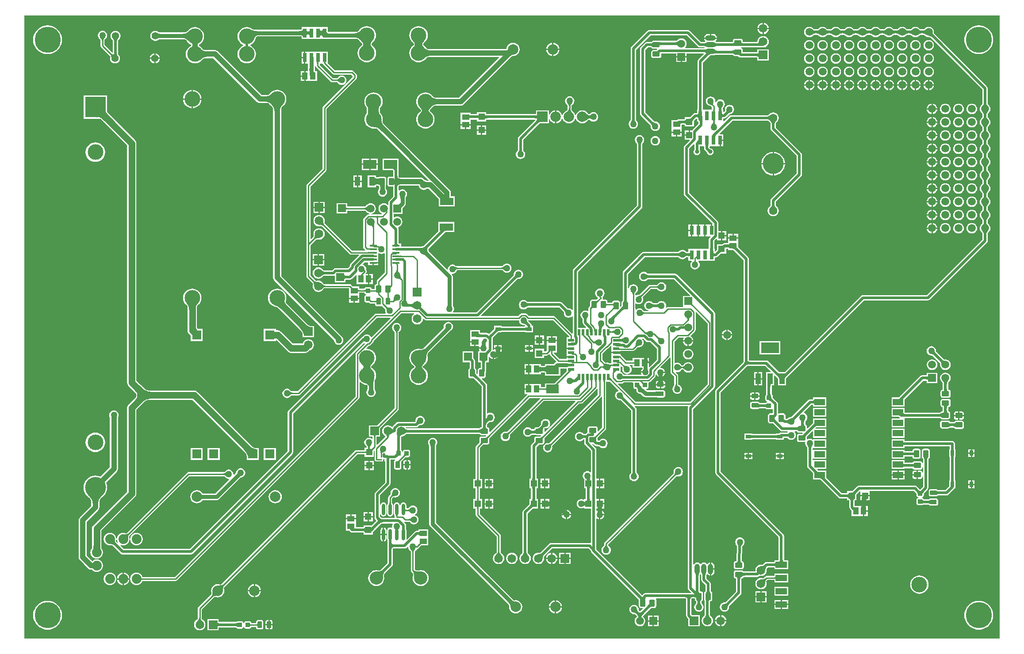
<source format=gtl>
%FSTAX23Y23*%
%MOIN*%
%SFA1B1*%

%IPPOS*%
%AMD16*
4,1,8,-0.009800,0.004900,-0.009800,-0.004900,-0.004900,-0.009800,0.004900,-0.009800,0.009800,-0.004900,0.009800,0.004900,0.004900,0.009800,-0.004900,0.009800,-0.009800,0.004900,0.0*
1,1,0.009843,-0.004900,0.004900*
1,1,0.009843,-0.004900,-0.004900*
1,1,0.009843,0.004900,-0.004900*
1,1,0.009843,0.004900,0.004900*
%
%AMD17*
4,1,8,0.017500,-0.013100,0.017500,0.013100,0.013100,0.017500,-0.013100,0.017500,-0.017500,0.013100,-0.017500,-0.013100,-0.013100,-0.017500,0.013100,-0.017500,0.017500,-0.013100,0.0*
1,1,0.008748,0.013100,-0.013100*
1,1,0.008748,0.013100,0.013100*
1,1,0.008748,-0.013100,0.013100*
1,1,0.008748,-0.013100,-0.013100*
%
%AMD18*
4,1,8,-0.015000,-0.027500,0.015000,-0.027500,0.020000,-0.022500,0.020000,0.022500,0.015000,0.027500,-0.015000,0.027500,-0.020000,0.022500,-0.020000,-0.022500,-0.015000,-0.027500,0.0*
1,1,0.010000,-0.015000,-0.022500*
1,1,0.010000,0.015000,-0.022500*
1,1,0.010000,0.015000,0.022500*
1,1,0.010000,-0.015000,0.022500*
%
%AMD20*
4,1,8,0.013100,0.025000,-0.013100,0.025000,-0.017500,0.020600,-0.017500,-0.020600,-0.013100,-0.025000,0.013100,-0.025000,0.017500,-0.020600,0.017500,0.020600,0.013100,0.025000,0.0*
1,1,0.008748,0.013100,0.020600*
1,1,0.008748,-0.013100,0.020600*
1,1,0.008748,-0.013100,-0.020600*
1,1,0.008748,0.013100,-0.020600*
%
%AMD26*
4,1,8,-0.027500,0.015000,-0.027500,-0.015000,-0.022500,-0.020000,0.022500,-0.020000,0.027500,-0.015000,0.027500,0.015000,0.022500,0.020000,-0.022500,0.020000,-0.027500,0.015000,0.0*
1,1,0.010000,-0.022500,0.015000*
1,1,0.010000,-0.022500,-0.015000*
1,1,0.010000,0.022500,-0.015000*
1,1,0.010000,0.022500,0.015000*
%
%AMD28*
4,1,8,-0.013100,-0.017500,0.013100,-0.017500,0.017500,-0.013100,0.017500,0.013100,0.013100,0.017500,-0.013100,0.017500,-0.017500,0.013100,-0.017500,-0.013100,-0.013100,-0.017500,0.0*
1,1,0.008748,-0.013100,-0.013100*
1,1,0.008748,0.013100,-0.013100*
1,1,0.008748,0.013100,0.013100*
1,1,0.008748,-0.013100,0.013100*
%
%AMD29*
4,1,8,-0.025000,0.013100,-0.025000,-0.013100,-0.020600,-0.017500,0.020600,-0.017500,0.025000,-0.013100,0.025000,0.013100,0.020600,0.017500,-0.020600,0.017500,-0.025000,0.013100,0.0*
1,1,0.008748,-0.020600,0.013100*
1,1,0.008748,-0.020600,-0.013100*
1,1,0.008748,0.020600,-0.013100*
1,1,0.008748,0.020600,0.013100*
%
%ADD10R,0.078740X0.047240*%
%ADD11R,0.043307X0.066929*%
%ADD12R,0.094488X0.066929*%
%ADD13R,0.050000X0.022000*%
%ADD14R,0.022000X0.050000*%
%ADD15R,0.055000X0.017000*%
G04~CAMADD=16~8~0.0~0.0~196.9~196.9~49.2~0.0~15~0.0~0.0~0.0~0.0~0~0.0~0.0~0.0~0.0~0~0.0~0.0~0.0~90.0~196.0~196.0*
%ADD16D16*%
G04~CAMADD=17~8~0.0~0.0~350.0~350.0~43.7~0.0~15~0.0~0.0~0.0~0.0~0~0.0~0.0~0.0~0.0~0~0.0~0.0~0.0~270.0~350.0~350.0*
%ADD17D17*%
G04~CAMADD=18~8~0.0~0.0~400.0~550.0~50.0~0.0~15~0.0~0.0~0.0~0.0~0~0.0~0.0~0.0~0.0~0~0.0~0.0~0.0~180.0~400.0~550.0*
%ADD18D18*%
%ADD19R,0.059055X0.062992*%
G04~CAMADD=20~8~0.0~0.0~350.0~500.0~43.7~0.0~15~0.0~0.0~0.0~0.0~0~0.0~0.0~0.0~0.0~0~0.0~0.0~0.0~0.0~350.0~500.0*
%ADD20D20*%
%ADD21R,0.098425X0.066929*%
%ADD22O,0.023622X0.086614*%
%ADD23R,0.050000X0.050000*%
%ADD24R,0.055118X0.043307*%
%ADD25R,0.045279X0.051181*%
G04~CAMADD=26~8~0.0~0.0~400.0~550.0~50.0~0.0~15~0.0~0.0~0.0~0.0~0~0.0~0.0~0.0~0.0~0~0.0~0.0~0.0~90.0~550.0~400.0*
%ADD26D26*%
%ADD27R,0.043307X0.055118*%
G04~CAMADD=28~8~0.0~0.0~350.0~350.0~43.7~0.0~15~0.0~0.0~0.0~0.0~0~0.0~0.0~0.0~0.0~0~0.0~0.0~0.0~180.0~350.0~350.0*
%ADD28D28*%
G04~CAMADD=29~8~0.0~0.0~350.0~500.0~43.7~0.0~15~0.0~0.0~0.0~0.0~0~0.0~0.0~0.0~0.0~0~0.0~0.0~0.0~90.0~500.0~350.0*
%ADD29D29*%
%ADD30R,0.050000X0.050000*%
%ADD31C,0.157480*%
%ADD32R,0.039370X0.078740*%
%ADD33R,0.137795X0.078740*%
%ADD34C,0.009843*%
%ADD35R,0.098425X0.055118*%
%ADD36R,0.028350X0.070079*%
%ADD37R,0.039370X0.027559*%
%ADD38R,0.027559X0.039370*%
%ADD39C,0.020000*%
%ADD40C,0.010000*%
%ADD41C,0.030000*%
%ADD42C,0.050000*%
%ADD43C,0.040000*%
%ADD44C,0.078740*%
%ADD45C,0.059055*%
%ADD46R,0.065000X0.065000*%
%ADD47C,0.065000*%
%ADD48R,0.059055X0.059055*%
%ADD49C,0.118110*%
%ADD50C,0.078740*%
%ADD51R,0.078740X0.078740*%
%ADD52O,0.078740X0.039370*%
%ADD53O,0.078740X0.039370*%
%ADD54C,0.074000*%
%ADD55R,0.157480X0.157480*%
%ADD56C,0.118110*%
%ADD57C,0.078740*%
%ADD58C,0.055118*%
%ADD59C,0.031496*%
%ADD60R,0.059055X0.059055*%
%ADD61C,0.100000*%
%ADD62R,0.070866X0.070866*%
%ADD63R,0.085000X0.047201*%
%ADD64R,0.065000X0.065000*%
%ADD65C,0.196850*%
%ADD66O,0.039370X0.078740*%
%ADD67O,0.039370X0.078740*%
%ADD68C,0.062992*%
%ADD69C,0.050000*%
%LNsolarpcb-1*%
%LPD*%
G36*
X07375Y00025D02*
X00025D01*
Y04725*
X07375*
Y00025*
G37*
%LNsolarpcb-2*%
%LPC*%
G36*
X05597Y04668D02*
Y04631D01*
X05634*
X05633Y04637*
X05629Y04647*
X05622Y04656*
X05613Y04663*
X05603Y04667*
X05597Y04668*
G37*
G36*
X05587D02*
X0558Y04667D01*
X0557Y04663*
X05561Y04656*
X05554Y04647*
X0555Y04637*
X05549Y04631*
X05587*
Y04668*
G37*
G36*
X0684Y04639D02*
X06829Y04638D01*
X0682Y04634*
X06811Y04628*
X06805Y0462*
X06774*
X06768Y04628*
X06759Y04634*
X0675Y04638*
X0674Y04639*
X06729Y04638*
X0672Y04634*
X06711Y04628*
X06705Y0462*
X06674*
X06668Y04628*
X06659Y04634*
X0665Y04638*
X0664Y04639*
X06629Y04638*
X0662Y04634*
X06611Y04628*
X06605Y0462*
X06574*
X06568Y04628*
X06559Y04634*
X0655Y04638*
X0654Y04639*
X06529Y04638*
X0652Y04634*
X06511Y04628*
X06505Y0462*
X06474*
X06468Y04628*
X06459Y04634*
X0645Y04638*
X0644Y04639*
X06429Y04638*
X0642Y04634*
X06411Y04628*
X06405Y0462*
X06374*
X06368Y04628*
X06359Y04634*
X0635Y04638*
X0634Y04639*
X06329Y04638*
X0632Y04634*
X06311Y04628*
X06305Y0462*
X06274*
X06268Y04628*
X06259Y04634*
X0625Y04638*
X0624Y04639*
X06229Y04638*
X0622Y04634*
X06211Y04628*
X06205Y0462*
X06174*
X06168Y04628*
X06159Y04634*
X0615Y04638*
X0614Y04639*
X06129Y04638*
X0612Y04634*
X06111Y04628*
X06105Y0462*
X06074*
X06068Y04628*
X06059Y04634*
X0605Y04638*
X0604Y04639*
X06029Y04638*
X0602Y04634*
X06011Y04628*
X06005Y0462*
X05974*
X05968Y04628*
X05959Y04634*
X0595Y04638*
X0594Y04639*
X05929Y04638*
X0592Y04634*
X05911Y04628*
X05905Y04619*
X05901Y0461*
X059Y046*
X05901Y04589*
X05905Y0458*
X05911Y04571*
X0592Y04565*
X05929Y04561*
X0594Y0456*
X0595Y04561*
X05959Y04565*
X05968Y04571*
X05974Y04579*
X06005*
X06011Y04571*
X0602Y04565*
X06029Y04561*
X0604Y0456*
X0605Y04561*
X06059Y04565*
X06068Y04571*
X06074Y04579*
X06105*
X06111Y04571*
X0612Y04565*
X06129Y04561*
X0614Y0456*
X0615Y04561*
X06159Y04565*
X06168Y04571*
X06174Y04579*
X06205*
X06211Y04571*
X0622Y04565*
X06229Y04561*
X0624Y0456*
X0625Y04561*
X06259Y04565*
X06268Y04571*
X06274Y04579*
X06305*
X06311Y04571*
X0632Y04565*
X06329Y04561*
X0634Y0456*
X0635Y04561*
X06359Y04565*
X06368Y04571*
X06374Y04579*
X06405*
X06411Y04571*
X0642Y04565*
X06429Y04561*
X0644Y0456*
X0645Y04561*
X06459Y04565*
X06468Y04571*
X06474Y04579*
X06505*
X06511Y04571*
X0652Y04565*
X06529Y04561*
X0654Y0456*
X0655Y04561*
X06559Y04565*
X06568Y04571*
X06574Y04579*
X06605*
X06611Y04571*
X0662Y04565*
X06629Y04561*
X0664Y0456*
X0665Y04561*
X06659Y04565*
X06668Y04571*
X06674Y04579*
X06705*
X06711Y04571*
X0672Y04565*
X06729Y04561*
X0674Y0456*
X0675Y04561*
X06759Y04565*
X06768Y04571*
X06774Y04579*
X06805*
X06811Y04571*
X0682Y04565*
X06829Y04561*
X0684Y0456*
X06849Y04561*
X07244Y04166*
Y04054*
X07236Y04048*
X0723Y04039*
X07226Y0403*
X07225Y0402*
X07226Y04009*
X0723Y04*
X07236Y03991*
X07244Y03985*
Y03954*
X07236Y03948*
X0723Y03939*
X07226Y0393*
X07225Y0392*
X07226Y03909*
X0723Y039*
X07236Y03891*
X07244Y03885*
Y03854*
X07236Y03848*
X0723Y03839*
X07226Y0383*
X07225Y0382*
X07226Y03809*
X0723Y038*
X07236Y03791*
X07244Y03785*
Y03754*
X07236Y03748*
X0723Y03739*
X07226Y0373*
X07225Y0372*
X07226Y03709*
X0723Y037*
X07236Y03691*
X07244Y03685*
Y03654*
X07236Y03648*
X0723Y03639*
X07226Y0363*
X07225Y0362*
X07226Y03609*
X0723Y036*
X07236Y03591*
X07244Y03585*
Y03554*
X07236Y03548*
X0723Y03539*
X07226Y0353*
X07225Y0352*
X07226Y03509*
X0723Y035*
X07236Y03491*
X07244Y03485*
Y03454*
X07236Y03448*
X0723Y03439*
X07226Y0343*
X07225Y0342*
X07226Y03409*
X0723Y034*
X07236Y03391*
X07244Y03385*
Y03354*
X07236Y03348*
X0723Y03339*
X07226Y0333*
X07225Y0332*
X07226Y03309*
X0723Y033*
X07236Y03291*
X07244Y03285*
Y03254*
X07236Y03248*
X0723Y03239*
X07226Y0323*
X07225Y0322*
X07226Y03209*
X0723Y032*
X07236Y03191*
X07244Y03185*
Y03154*
X07236Y03148*
X0723Y03139*
X07226Y0313*
X07225Y0312*
X07226Y03109*
X0723Y031*
X07236Y03091*
X07244Y03085*
Y03033*
X06826Y02615*
X06344*
X06336Y02613*
X06329Y02609*
X05754Y02034*
X05713*
X05631Y02116*
X05624Y02121*
X05616Y02122*
X05484*
Y02887*
X05483Y02895*
X05478Y02902*
X05403Y02977*
Y03013*
Y0304*
X05328*
Y03006*
X05301*
X05293Y03005*
X05287Y03*
X05285Y02998*
X05244*
Y02957*
X05231Y02945*
X05227Y02947*
Y02964*
X05223*
Y03024*
X05239Y0304*
X05244Y03038*
Y03028*
X05274*
Y03063*
Y03098*
X05253*
Y0316*
X05252Y03168*
X05247Y03174*
X05036Y03386*
Y03721*
X05068Y03753*
X05073Y03751*
Y03712*
X05071Y03709*
X05068Y03703*
X05067Y03696*
X05068Y03689*
X05071Y03683*
X05075Y03678*
X0508Y03673*
X05086Y03671*
X05093Y0367*
X051Y03671*
X05106Y03673*
X05111Y03678*
X05116Y03683*
X05118Y03689*
X05119Y03696*
X05118Y03703*
X05116Y03709*
X05113Y03712*
Y03738*
X05144*
X05148Y03735*
Y03721*
X05149Y03713*
X05154Y03706*
X05168Y03693*
X05168Y03689*
X05171Y03683*
X05175Y03678*
X0518Y03673*
X05186Y03671*
X05193Y0367*
X052Y03671*
X05206Y03673*
X05211Y03678*
X05216Y03683*
X05218Y03689*
X05219Y03696*
X05218Y03703*
X05216Y03709*
X05211Y03714*
X05206Y03718*
X052Y03721*
X05196Y03721*
X05188Y03729*
Y03735*
X05192Y03738*
X05197*
X05239*
X05242*
X05244*
X05263*
Y03783*
X05268*
Y03788*
X05292*
Y03828*
X05265*
X05263Y03833*
X05362Y03931*
X05632*
X05632Y03931*
X05638Y03922*
X05647Y03915*
X05648Y03915*
Y03871*
X05649Y03863*
X05654Y03857*
X05844Y03666*
Y03533*
X05654Y03342*
X05649Y03336*
X05648Y03328*
Y03288*
X05647Y03288*
X05638Y03281*
X05632Y03272*
X05628Y03262*
X05626Y03252*
X05628Y03241*
X05632Y03231*
X05638Y03222*
X05647Y03215*
X05657Y03211*
X05668Y0321*
X05679Y03211*
X05689Y03215*
X05698Y03222*
X05704Y03231*
X05708Y03241*
X0571Y03252*
X05708Y03262*
X05704Y03272*
X05698Y03281*
X05689Y03288*
X05688Y03288*
Y0332*
X05879Y0351*
X05883Y03517*
X05885Y03525*
Y03675*
X05883Y03682*
X05879Y03689*
X05688Y03879*
Y03915*
X05689Y03915*
X05698Y03922*
X05704Y03931*
X05708Y03941*
X0571Y03952*
X05708Y03962*
X05704Y03972*
X05698Y03981*
X05689Y03988*
X05679Y03992*
X05668Y03993*
X05657Y03992*
X05647Y03988*
X05638Y03981*
X05632Y03972*
X05632Y03972*
X05353*
X05345Y0397*
X05339Y03966*
X05297Y03924*
X05292Y03927*
Y03927*
Y03927*
Y03927*
Y03948*
X05299*
X05307Y0395*
X05314Y03954*
X0534Y0398*
X05347Y03981*
X05356Y03985*
X05363Y0399*
X05369Y03998*
X05372Y04006*
X05373Y04015*
X05372Y04024*
X05369Y04033*
X05363Y0404*
X05356Y04046*
X05347Y04049*
X05338Y04051*
X05329Y04049*
X0532Y04046*
X05313Y0404*
X05308Y04033*
X05304Y04024*
X05303Y04015*
X05304Y04006*
X05305Y04003*
X05297Y03995*
X05292Y03997*
Y04013*
X05288*
Y04027*
X05293Y0403*
X05299Y04038*
X05302Y04046*
X05303Y04055*
X05302Y04065*
X05299Y04073*
X05293Y0408*
X05286Y04086*
X05277Y0409*
X05268Y04091*
X05259Y0409*
X0525Y04086*
X05243Y0408*
X05237Y04073*
X05236Y04069*
X05235Y04067*
X05231Y04069*
X05231Y04071*
X05231Y04071*
X05232Y04078*
X0523Y04087*
X05227Y04096*
X05221Y04103*
X05214Y04109*
X05205Y04112*
X05196Y04114*
X05187Y04112*
X05179Y04109*
X05171Y04103*
X05166Y04096*
X05162Y04087*
X05161Y04078*
X05162Y04069*
X05166Y04061*
X05171Y04053*
X05179Y04048*
X05187Y04044*
X05194Y04043*
X05204Y04033*
Y04017*
X05201Y04013*
X05194*
X05189*
X05144*
X05143*
X05138Y04015*
Y04368*
X05194Y04424*
X05215*
X05223Y04425*
X0523Y04428*
X05231Y04429*
X05364*
X05364Y04428*
X05367Y04423*
X05372Y0442*
X05378Y04419*
X05402*
X05409Y04412*
X05416Y04407*
X05424Y04406*
X05549*
Y04383*
X05634*
Y04468*
X05549*
Y04446*
X05438*
Y04464*
X05437Y0447*
X05434Y04475*
X05429Y04478*
X05426Y04479*
X05427Y04484*
X05588*
X05592Y04483*
X05603Y04485*
X05613Y04489*
X05622Y04496*
X05629Y04505*
X05633Y04515*
X05634Y04526*
X05633Y04537*
X05629Y04547*
X05622Y04556*
X05613Y04563*
X05603Y04567*
X05592Y04569*
X0558Y04567*
X0557Y04563*
X05561Y04556*
X05554Y04547*
X0555Y04537*
X05549Y04526*
X05547Y04524*
X05438*
Y04534*
X05437Y0454*
X05434Y04545*
X05429Y04548*
X05423Y04549*
X05378*
X05372Y04548*
X05367Y04545*
X05364Y0454*
X05363Y04534*
Y04524*
X05237*
X05236Y04525*
X05235Y04526*
Y04531*
X05236Y04533*
X05241Y04539*
X05244Y04546*
X05244Y04549*
X05147*
X05147Y04546*
X0515Y04539*
X05155Y04533*
X05155Y04533*
X05155Y04527*
X05152Y04524*
X05124*
X05039Y04609*
X05032Y04613*
X05025Y04615*
X04735*
X04727Y04613*
X0472Y04609*
X04599Y04488*
X04595Y04481*
X04593Y04474*
Y03933*
X04589Y0393*
X04583Y03923*
X0458Y03914*
X04578Y03905*
X0458Y03896*
X04583Y03887*
X04589Y0388*
X04596Y03874*
X04605Y03871*
X04614Y0387*
X04623Y03871*
X04631Y03874*
X04639Y0388*
X04644Y03887*
X04648Y03896*
X04649Y03905*
X04648Y03914*
X04644Y03923*
X04639Y0393*
X04634Y03933*
Y04465*
X04743Y04574*
X05016*
X05101Y0449*
X05107Y04485*
X05115Y04484*
X05149*
X0515Y04483*
X0515Y04483*
X05147Y04478*
X05005*
X05003Y04483*
X05005Y04484*
X05011Y04492*
X05015Y04502*
X05016Y04512*
X05015Y04523*
X05011Y04532*
X05005Y04541*
X04996Y04547*
X04987Y04551*
X04976Y04552*
X04966Y04551*
X04956Y04547*
X04948Y04541*
X04942Y04533*
X04813*
X04809Y04534*
X04764*
X04758Y04532*
X04753Y04529*
X0475Y04524*
X0475Y04524*
X04716*
X04708Y04522*
X04702Y04518*
X0467Y04486*
X04666Y0448*
X04664Y04472*
Y03984*
X04666Y03976*
X0467Y03969*
X04744Y03895*
X04744Y03889*
X04745Y0388*
X04748Y03872*
X04754Y03864*
X04761Y03859*
X0477Y03855*
X04779Y03854*
X04788Y03855*
X04797Y03859*
X04804Y03864*
X0481Y03872*
X04813Y0388*
X04814Y03889*
X04813Y03898*
X0481Y03907*
X04804Y03914*
X04797Y0392*
X04788Y03923*
X04779Y03925*
X04773Y03924*
X04705Y03992*
Y04463*
X04724Y04483*
X0475*
X0475Y04482*
X04753Y04478*
X04758Y04474*
X04764Y04473*
X0479*
X04792Y04468*
X04788Y04464*
X04764*
X04758Y04462*
X04753Y04459*
X0475Y04454*
X04749Y04448*
Y04418*
X0475Y04412*
X04753Y04408*
X04758Y04404*
X04764Y04403*
X04809*
X04815Y04404*
X0482Y04408*
X04823Y04412*
X04824Y04418*
Y04437*
X04937*
Y04417*
X04976*
X05016*
Y04437*
X05144*
X05146Y04433*
X05103Y0439*
X05099Y04384*
X05097Y04376*
Y04013*
X05094*
Y03989*
X05082*
X05074Y03987*
X05067Y03983*
X05041Y03957*
X05*
Y03942*
X04959*
Y03942*
X04951Y03941*
X04945Y03936*
X04943Y03935*
X04902*
Y03871*
Y03849*
X0494*
X04978*
Y03871*
Y03901*
X05*
Y03887*
X0507*
Y03928*
X05089Y03947*
X05094Y03945*
Y03923*
X05105*
Y03906*
X05062Y03862*
X05058Y03857*
X0504*
Y03822*
X05035*
Y03817*
X05*
Y03787*
X05037*
X05039Y03782*
X05001Y03744*
X04996Y03737*
X04995Y03729*
Y03377*
X04996Y0337*
X05001Y03363*
X0521Y03154*
X05208Y03149*
X05208*
Y03104*
X05198*
Y03149*
X05182*
X05178*
X05173*
X05158*
Y03104*
Y03059*
X05173*
X05177*
X05182*
X05194*
X05196Y03054*
X05188Y03046*
X05184Y0304*
X05182Y03032*
Y02967*
X05179Y02964*
X05173*
X05132*
X05128*
X05123*
X05082*
X05078*
X05077*
X05028*
Y02941*
X05012*
X05009Y02946*
X05001Y02951*
X04993Y02955*
X04984Y02956*
X04975Y02955*
X04966Y02951*
X04959Y02946*
X04955Y02941*
X04692*
X04685Y0294*
X04678Y02935*
X04539Y02796*
X04535Y0279*
X04533Y02782*
Y02572*
X04533Y02572*
X04528Y02568*
X04524Y02563*
X04523Y02557*
Y02534*
X04519Y02529*
X04514Y02531*
Y02557*
X04513Y02563*
X04509Y02568*
X04504Y02572*
X04499Y02573*
X04469*
X04463Y02572*
X04458Y02568*
X04454Y02563*
X04453Y02558*
X04419*
Y02565*
X04418Y02571*
X04415Y02576*
X0441Y02579*
X04404Y02581*
X04385*
X04382Y02586*
X04384Y02588*
X04385Y02594*
X04384Y02599*
X04382Y02601*
X04387Y02604*
X04392Y02612*
X04396Y0262*
X04397Y02629*
X04396Y02639*
X04392Y02647*
X04387Y02654*
X04379Y0266*
X04371Y02664*
X04362Y02665*
X04353Y02664*
X04344Y0266*
X04337Y02654*
X04331Y02647*
X04328Y02639*
X04326Y02629*
X04328Y0262*
X04331Y02612*
X04337Y02604*
X04344Y02599*
X04346Y02598*
X04347Y02593*
X04335Y0258*
X04334Y02581*
X04304*
X04298Y02579*
X04293Y02576*
X0429Y02571*
X04289Y02565*
Y02534*
X0428Y02526*
X04277Y02521*
X04276Y02515*
Y02495*
X04271Y02493*
X04269Y02495*
X04261Y02498*
X04251Y02499*
X04242Y02498*
X04234Y02495*
X04227Y02489*
X04221Y02482*
X04217Y02473*
X04216Y02464*
X04217Y02455*
X04221Y02446*
X04227Y02439*
X04231Y02436*
Y02408*
X04233Y024*
X04237Y02394*
X04257Y02373*
X04255Y02369*
X04198*
Y02791*
X04675Y03269*
X0468Y03275*
X04681Y03283*
Y03758*
X04686Y03762*
X04691Y03769*
X04695Y03778*
X04696Y03787*
X04695Y03796*
X04691Y03805*
X04686Y03812*
X04679Y03817*
X0467Y03821*
X04661Y03822*
X04652Y03821*
X04643Y03817*
X04636Y03812*
X0463Y03805*
X04627Y03796*
X04626Y03787*
X04627Y03778*
X0463Y03769*
X04636Y03762*
X04641Y03758*
Y03291*
X04163Y02814*
X04158Y02807*
X04157Y02799*
Y02505*
X04152Y02503*
X0415Y02505*
X04143Y0251*
X04135Y02514*
X04125Y02515*
X0412Y02514*
X04077Y02557*
X0407Y02562*
X04062Y02563*
X03815*
X03812Y02568*
X03805Y02573*
X03796Y02577*
X03787Y02578*
X03778Y02577*
X03769Y02573*
X03762Y02568*
X03756Y0256*
X03753Y02552*
X03752Y02543*
X03753Y02534*
X03756Y02525*
X03762Y02518*
X03769Y02512*
X03778Y02509*
X03787Y02508*
X03796Y02509*
X03805Y02512*
X03812Y02518*
X03815Y02522*
X04054*
X04091Y02486*
X0409Y0248*
X04091Y02471*
X04095Y02462*
X04101Y02455*
X04108Y02449*
X04116Y02446*
X04125Y02445*
X04135Y02446*
X04143Y02449*
X0415Y02455*
X04152Y02457*
X04157Y02455*
Y02328*
X04152Y02325*
X04026Y02451*
X04021Y02455*
X04015Y02456*
X03828*
X03813Y02472*
X03808Y02475*
X03802Y02476*
X03772*
X03766Y02475*
X03761Y02472*
X03745Y02456*
X03467*
X03466Y0246*
X03742Y02737*
X03748Y02736*
X03757Y02737*
X03765Y02741*
X03772Y02746*
X03778Y02754*
X03782Y02762*
X03783Y02771*
X03782Y0278*
X03778Y02789*
X03772Y02796*
X03765Y02802*
X03757Y02805*
X03748Y02806*
X03738Y02805*
X0373Y02802*
X03723Y02796*
X03717Y02789*
X03713Y0278*
X03712Y02771*
X03713Y02765*
X03432Y02484*
X03258*
X03255Y02489*
X03258Y02494*
X03262Y02502*
X03263Y02511*
X03262Y0252*
X03258Y02529*
X03253Y02536*
Y02754*
X03251Y02763*
X03246Y02771*
X03247Y02774*
X03249Y02776*
X03251Y02775*
X03261Y02776*
X03269Y0278*
X03276Y02786*
X03282Y02793*
X03286Y02801*
X03286Y02803*
X03629*
X0363Y02801*
X03636Y02793*
X03643Y02788*
X03652Y02784*
X03661Y02783*
X0367Y02784*
X03679Y02788*
X03686Y02793*
X03691Y02801*
X03695Y02809*
X03696Y02818*
X03695Y02828*
X03691Y02836*
X03686Y02843*
X03679Y02849*
X0367Y02852*
X03661Y02854*
X03652Y02852*
X03643Y02849*
X03636Y02843*
X0363Y02836*
X03629Y02834*
X03278*
X03276Y02835*
X03269Y02841*
X03261Y02845*
X03251Y02846*
X03242Y02845*
X03234Y02841*
X03227Y02835*
X03221Y02828*
X03217Y0282*
X03216Y02811*
X03216Y02808*
X03212Y02806*
X03072Y02946*
X03072Y02947*
X03071Y02957*
X03069Y02962*
X03198Y03092*
X03263*
Y03167*
X03145*
Y03096*
X03034Y02985*
X03024Y02984*
X03016Y0298*
X02863*
Y03005*
X02846*
Y03111*
X02846*
X02844Y03119*
X02841Y03124*
X02843Y03129*
X02844Y03129*
X02853Y03133*
X02862Y03139*
X02868Y03148*
X02872Y03157*
X02873Y03168*
X02872Y03178*
X02868Y03187*
X02862Y03196*
X02853Y03202*
X02844Y03206*
X02834Y03207*
X02823Y03206*
X02814Y03202*
X02813Y03201*
X02808Y03204*
Y03228*
X02873*
Y03271*
X02892Y03289*
X02897Y03298*
X02899Y03308*
Y03353*
X02904Y0336*
X02908Y03368*
X02909Y03377*
X02908Y03387*
X02904Y03395*
X02898Y03402*
X02891Y03408*
X02883Y03412*
X02874Y03413*
X02864Y03412*
X02856Y03408*
X02851Y03404*
X02846Y03407*
Y03439*
X02848Y03441*
X0285Y03441*
X02997*
X02998Y03437*
X03001Y03428*
X03007Y03421*
X03015Y03414*
X03024Y03411*
X03034Y03409*
X03044Y03411*
X03053Y03414*
X03056Y03417*
X03071*
X03149Y0334*
Y03285*
X03267*
Y0336*
X03238*
Y03389*
X03237Y03397*
X03234Y03405*
X03229Y03411*
X02728Y03912*
X02727Y03915*
X02725Y03919*
X02724Y03924*
X02725Y03927*
X02726Y0394*
X02725Y03954*
X02721Y03967*
X02715Y03979*
X02706Y0399*
X02706Y0399*
Y04026*
X02714Y04036*
X0272Y04048*
X02724Y04061*
X02726Y04074*
X02724Y04088*
X0272Y04101*
X02714Y04113*
X02705Y04123*
X02695Y04132*
X02683Y04138*
X0267Y04142*
X02656Y04144*
X02643Y04142*
X0263Y04138*
X02618Y04132*
X02607Y04123*
X02598Y04113*
X02592Y04101*
X02588Y04088*
X02587Y04074*
X02588Y04061*
X02592Y04048*
X02598Y04036*
X02606Y04026*
Y03988*
X02599Y03979*
X02593Y03967*
X02589Y03954*
X02588Y0394*
X02589Y03927*
X02593Y03914*
X02599Y03902*
X02608Y03891*
X02618Y03883*
X0263Y03876*
X02643Y03872*
X02657Y03871*
X02671Y03872*
X02674Y03873*
X02678Y03872*
X02683Y03871*
X02685Y03869*
X03072Y03482*
X03071Y03478*
X03056*
X03053Y0348*
X03044Y03484*
X0304Y03484*
X03031Y03493*
X03025Y03498*
X03018Y03501*
X0301Y03502*
X0285*
X02848Y03502*
X02846Y03504*
Y03561*
X02846*
X02845Y03568*
Y03645*
X02726*
Y03558*
X028*
X02805Y03553*
Y03509*
X02776*
X0277Y03508*
X02765Y03505*
X02761Y035*
X0276Y03494*
Y03449*
X02761Y03443*
X02765Y03438*
X0277Y03435*
X02776Y03434*
X02805*
Y03407*
X02804Y03402*
Y03368*
X02805Y03364*
Y03359*
X02774Y03327*
X02769Y03321*
X02768Y03313*
Y03296*
X02763Y03294*
X02762Y03296*
X02753Y03302*
X02744Y03306*
X02734Y03307*
X02723Y03306*
X02714Y03302*
X02705Y03296*
X02699Y03287*
X02695Y03278*
X02694Y03268*
X02695Y03257*
X02699Y03248*
X02705Y03239*
X02714Y03233*
X02717Y03231*
X02718Y03226*
X02716Y03223*
X02639*
X02639Y03228*
X02644Y03229*
X02653Y03233*
X02662Y03239*
X02668Y03248*
X02672Y03257*
X02673Y03268*
X02672Y03278*
X02668Y03287*
X02662Y03296*
X02653Y03302*
X02644Y03306*
X02634Y03307*
X02623Y03306*
X02614Y03302*
X02605Y03296*
X02599Y03287*
X02597Y03284*
X02597Y03283*
X02596Y03283*
X02457*
Y03309*
X02378*
Y0323*
X02457*
Y03252*
X02596*
X02597Y03252*
X02597Y03251*
X02599Y03248*
X02605Y03239*
X02614Y03233*
X02623Y03229*
X02628Y03228*
X02628Y03223*
X02617*
X02611Y03222*
X02606Y03219*
X02582Y03195*
X02579Y0319*
X02578Y03184*
Y02978*
X02579Y02972*
X02582Y02967*
X02594Y02955*
X02591Y0295*
X02493*
X02286Y03158*
X02285Y0316*
X02285Y03162*
X02287Y03165*
X02288Y03177*
X02287Y03188*
X02283Y03198*
X02276Y03207*
X02267Y03214*
X02257Y03218*
X02246Y03219*
X02234Y03218*
X02224Y03214*
X02215Y03207*
X02208Y03198*
X02204Y03188*
X02203Y03177*
X02204Y03165*
X02208Y03155*
X02215Y03146*
X02224Y03139*
X02234Y03135*
X02246Y03134*
X02257Y03135*
X0226Y03137*
X02262Y03137*
X02264Y03136*
X02476Y02924*
X02481Y02921*
X02487Y0292*
X02546*
X02547Y02915*
X02485Y02853*
X02481Y02846*
X02479Y02838*
Y02833*
X02464Y02817*
X02369*
X02362Y02816*
X02355Y02811*
X02345Y02802*
X02278*
X02278Y02803*
X02271Y02812*
X02262Y02819*
X02252Y02823*
X02241Y02824*
X02229Y02823*
X02219Y02819*
X0221Y02812*
X02203Y02803*
X02199Y02793*
X02198Y02782*
X02199Y0277*
X02203Y0276*
X0221Y02751*
X02219Y02744*
X02229Y0274*
X02241Y02739*
X02252Y0274*
X02262Y02744*
X02271Y02751*
X02278Y0276*
X02278Y02761*
X02354*
X02361Y02763*
X02363Y02762*
X02366Y0276*
Y02712*
X02445*
Y02731*
X02479*
X02487Y02733*
X02493Y02737*
X02524Y02767*
X02528Y02765*
Y02699*
X02614*
Y02737*
Y02774*
X02597*
X02596Y02779*
X02601Y02784*
X02604Y02789*
X02605Y02795*
X02604Y02801*
X02601Y02805*
X02602Y02811*
X02601Y0282*
X02597Y02828*
X02591Y02835*
X02584Y02841*
X02578Y02844*
X02576Y02849*
X02589Y02862*
X02616*
Y0284*
X02649*
Y02858*
X02654*
Y02862*
X02657Y02863*
X02691*
Y02866*
Y02891*
Y02929*
X02696Y02931*
X02698Y0293*
X02707Y02926*
X02716Y02925*
X02725Y02926*
X02734Y0293*
X02736Y02931*
X0274Y02929*
Y02785*
X02685Y0273*
X02681Y02725*
X0268Y02719*
Y02699*
X02675Y02698*
X0267Y02695*
X02666Y0269*
X02665Y02684*
Y02662*
X02643*
X02642Y02665*
X02639Y0267*
X02634Y02673*
X02629Y02674*
X02602*
X02597Y02673*
X02592Y0267*
X02589Y02665*
X02589Y02664*
X02547*
Y02681*
X02499*
X02488Y02692*
X02483Y02696*
X02477Y02697*
X02282*
X0228Y02698*
X02279Y02699*
X02278Y02703*
X02271Y02712*
X02262Y02719*
X02252Y02723*
X02241Y02724*
X02229Y02723*
X02226Y02721*
X02224Y02721*
X02222Y02722*
X0218Y02763*
Y0299*
X02227Y03036*
X02229Y03037*
X02231Y03037*
X02234Y03035*
X02246Y03034*
X02257Y03035*
X02267Y03039*
X02276Y03046*
X02283Y03055*
X02287Y03065*
X02288Y03077*
X02287Y03088*
X02283Y03098*
X02276Y03107*
X02267Y03114*
X02257Y03118*
X02246Y03119*
X02234Y03118*
X02224Y03114*
X02215Y03107*
X02208Y03098*
X02204Y03088*
X02203Y03077*
X02204Y03065*
X02206Y03062*
X02206Y0306*
X02205Y03058*
X02185Y03038*
X02181Y0304*
Y03434*
X02298Y03552*
X02301Y03557*
X02302Y03563*
Y04021*
X02525Y04244*
X02529Y04249*
X0253Y04255*
Y04275*
X02529Y0428*
X02525Y04285*
X02505Y04305*
X025Y04309*
X02495Y0431*
X02364*
X02311Y04362*
Y04452*
X02266*
X02263*
X02258*
X02216*
X02213*
X02208*
X02166*
X02163*
X02158*
X02142*
Y04407*
Y04362*
X02161*
X02162Y04357*
Y04305*
X02144*
Y04267*
Y0423*
X0223*
Y04305*
X02213*
Y04357*
X02213Y04358*
X02218Y0436*
X02219Y04358*
Y04345*
X0222Y04339*
X02224Y04334*
X02332Y04225*
X02337Y04222*
X02343Y0422*
X02385*
X02386Y04218*
X02392Y04211*
X02399Y04205*
X02408Y04202*
X02417Y042*
X02426Y04202*
X02434Y04205*
X02442Y04211*
X02447Y04218*
X02451Y04227*
X02452Y04236*
X02451Y04245*
X02447Y04253*
X02442Y04261*
X02434Y04266*
X02426Y0427*
X02417Y04271*
X02408Y0427*
X02399Y04266*
X02392Y04261*
X02386Y04253*
X02385Y04251*
X0235*
X0225Y04351*
Y04358*
X02253Y04362*
X02261*
X02266*
X02272*
X02273Y04359*
X02276Y04354*
X02347Y04284*
X02352Y0428*
X02357Y04279*
X02488*
X02499Y04268*
Y04261*
X02276Y04038*
X02273Y04033*
X02272Y04027*
Y03569*
X02154Y03452*
X02151Y03447*
X0215Y03441*
Y02998*
X0215Y02996*
Y02757*
X02151Y02751*
X02154Y02746*
X022Y027*
X02201Y02698*
X02201Y02696*
X02199Y02693*
X02198Y02682*
X02199Y0267*
X02203Y0266*
X0221Y02651*
X02219Y02644*
X02229Y0264*
X02241Y02639*
X02252Y0264*
X02262Y02644*
X02271Y02651*
X02278Y0266*
X02279Y02664*
X0228Y02665*
X02282Y02666*
X02471*
X02472Y02665*
Y02617*
Y02595*
X0251*
X02547*
Y02617*
Y02634*
X02588*
Y02633*
X02589Y02628*
X02592Y02623*
X02597Y0262*
X02601Y02619*
Y02614*
X02597Y02613*
X02592Y0261*
X02589Y02605*
X02588Y026*
Y02573*
X02589Y02568*
X02592Y02563*
X02597Y0256*
X02602Y02559*
X02622*
X02625Y02556*
X0263Y02552*
X02636Y02551*
X02668*
Y02546*
X02669Y0254*
X02672Y02536*
X02677Y02532*
X02682Y02531*
X02709*
X02714Y02532*
X02718Y02535*
X02746Y02507*
X02745Y02505*
X02744Y02496*
X02745Y02486*
X02748Y0248*
X02745Y02475*
X02676*
X0267Y02474*
X02665Y0247*
X02085Y0189*
X02036*
X02035Y01892*
X02029Y01899*
X02022Y01905*
X02014Y01909*
X02005Y0191*
X01995Y01909*
X01987Y01905*
X0198Y01899*
X01974Y01892*
X0197Y01884*
X01969Y01875*
X0197Y01865*
X01974Y01857*
X0198Y0185*
X01987Y01844*
X01995Y0184*
X02005Y01839*
X02014Y0184*
X02022Y01844*
X02029Y0185*
X02035Y01857*
X02036Y01859*
X02091*
X02097Y0186*
X02102Y01864*
X02683Y02444*
X02781*
X02783Y0244*
X02642Y02299*
X02637Y023*
X02636Y02301*
X02631Y02308*
X02623Y02314*
X02615Y02317*
X02606Y02318*
X02597Y02317*
X02588Y02314*
X02581Y02308*
X02576Y02302*
X02575Y02302*
X02569Y02297*
X02015Y01744*
X02011Y01737*
X02009Y0173*
Y01438*
X01271Y007*
X00773*
X00744Y00728*
X00747Y00732*
X00757Y00728*
X0077Y00726*
X00782Y00728*
X00793Y00733*
X00803Y0074*
X00811Y0075*
X00815Y00762*
X00817Y00774*
X00815Y00786*
X00814Y0079*
X00814Y00793*
X00815Y00797*
X00815Y00798*
X01267Y01249*
X01533*
X01534Y01247*
X0154Y0124*
X01547Y01234*
X01555Y0123*
X01565Y01229*
X01566Y01229*
X01569Y01225*
X01463Y01119*
X01367*
X0136Y01129*
X0135Y01137*
X01338Y01142*
X01325Y01144*
X01312Y01142*
X013Y01137*
X01289Y01129*
X01282Y01119*
X01277Y01107*
X01275Y01094*
X01277Y01081*
X01282Y01069*
X01289Y01059*
X013Y01051*
X01312Y01046*
X01325Y01044*
X01338Y01046*
X0135Y01051*
X0136Y01059*
X01367Y01068*
X01474*
X01484Y0107*
X01492Y01076*
X01655Y01239*
X01664Y0124*
X01672Y01244*
X01679Y0125*
X01685Y01257*
X01689Y01265*
X0169Y01275*
X01689Y01284*
X01685Y01292*
X01679Y01299*
X01672Y01305*
X01664Y01309*
X01655Y0131*
X01645Y01309*
X01637Y01305*
X0163Y01299*
X01624Y01292*
X0162Y01284*
X01619Y01275*
X01604Y0126*
X016Y01263*
X016Y01265*
X01599Y01274*
X01595Y01282*
X01589Y01289*
X01582Y01295*
X01574Y01299*
X01565Y013*
X01555Y01299*
X01547Y01295*
X0154Y01289*
X01534Y01282*
X01533Y0128*
X0126*
X01254Y01279*
X0125Y01275*
X00794Y00819*
X00793Y00819*
X00789Y00818*
X00786Y00818*
X00782Y0082*
X0077Y00821*
X00757Y0082*
X00746Y00815*
X00736Y00807*
X00729Y00798*
X00724Y00786*
X00722Y00774*
X00724Y00762*
X00728Y00751*
X00724Y00748*
X00715Y00757*
X00715Y00759*
X00715Y00759*
X00715Y00762*
X00717Y00774*
X00715Y00786*
X00711Y00798*
X00703Y00807*
X00693Y00815*
X00682Y0082*
X0067Y00821*
X00657Y0082*
X00646Y00815*
X00636Y00807*
X00629Y00798*
X00624Y00786*
X00622Y00774*
X00624Y00762*
X00629Y0075*
X00636Y0074*
X00646Y00733*
X00657Y00728*
X0067Y00726*
X00682Y00728*
X00684Y00729*
X00685Y00729*
X00686Y00728*
X0075Y00665*
X00756Y00661*
X00764Y00659*
X0128*
X01287Y00661*
X01294Y00665*
X02044Y01415*
X02048Y01422*
X0205Y0143*
Y01721*
X02584Y02255*
X02588Y02252*
X02589Y02252*
X0259Y02247*
X02524Y02181*
X02521Y02176*
X0252Y0217*
Y01851*
X01158Y00489*
X00914*
X00911Y00498*
X00903Y00507*
X00893Y00515*
X00882Y0052*
X0087Y00521*
X00857Y0052*
X00846Y00515*
X00836Y00507*
X00829Y00498*
X00824Y00486*
X00822Y00474*
X00824Y00462*
X00829Y0045*
X00836Y0044*
X00846Y00433*
X00857Y00428*
X0087Y00426*
X00882Y00428*
X00893Y00433*
X00903Y0044*
X00911Y0045*
X00914Y00459*
X01164*
X0117Y0046*
X01175Y00463*
X02546Y01834*
X02549Y01839*
X0255Y01845*
Y01959*
X02555Y0196*
X02557Y01958*
X02567Y0195*
X02579Y01943*
X02592Y01939*
X02605Y01938*
X02608Y01936*
X0261Y01934*
X02612Y01931*
Y01906*
X02607Y01899*
X02603Y01891*
X02602Y01881*
X02603Y01872*
X02607Y01864*
X02612Y01856*
X0262Y01851*
X02628Y01847*
X02637Y01846*
X02646Y01847*
X02655Y01851*
X02662Y01856*
X02668Y01864*
X02671Y01872*
X02673Y01881*
X02671Y01891*
X02668Y01899*
X02663Y01906*
Y01965*
X02664Y0197*
X0267Y01981*
X02674Y01994*
X02675Y02007*
X02674Y02021*
X0267Y02034*
X02663Y02046*
X02655Y02056*
X02644Y02065*
X02641Y02067*
X02638Y02071*
X02637Y02075*
X02638Y02078*
X02641Y02082*
X02644Y02084*
X02654Y02092*
X02663Y02103*
X02669Y02115*
X02673Y02128*
X02674Y02141*
X02673Y02155*
X02669Y02168*
X02663Y0218*
X02654Y0219*
X02644Y02199*
X02632Y02205*
X02619Y02209*
X02605Y02211*
X02603Y0221*
X02601Y02215*
X02618Y02232*
X02621*
X02627Y02233*
X02632Y02236*
X02653Y02257*
X02656Y02262*
X02657Y02268*
Y02271*
X02864Y02478*
X02961*
X02963Y02473*
X02955Y02467*
X02948Y02458*
X02944Y02448*
X02943Y02437*
X02944Y02425*
X02948Y02415*
X02955Y02406*
X02964Y02399*
X02974Y02395*
X02986Y02394*
X02997Y02395*
X03007Y02399*
X03016Y02406*
X03023Y02415*
X03027Y02425*
X03028Y02435*
X03033Y02438*
X03041Y0243*
X03046Y02426*
X03052Y02425*
X03751*
X03752Y02425*
X03753Y02416*
X03756Y02407*
X03762Y024*
X03769Y02394*
X03778Y02391*
X03787Y02389*
X03793Y0239*
X03799Y02384*
X03796Y02379*
X03622*
Y02383*
X03563*
Y02358*
X03526Y02321*
X03523Y02324*
X03517Y02328*
X03509Y0233*
X03458*
Y02352*
X03383*
Y02289*
Y02266*
X03421*
Y02261*
X03426*
Y0223*
X03448*
X03451Y02226*
X0345Y02224*
X0345Y0222*
X03485*
Y0221*
X0345*
X0345Y02205*
X03454Y02197*
X03452Y02192*
X03446*
Y02109*
X03465*
Y02064*
X03456*
X0345Y02063*
X03445Y02059*
X03441Y02054*
X0344Y02048*
Y02022*
X03436Y0202*
X03431Y02025*
Y02048*
X0343Y02054*
X03426Y02059*
X03421Y02063*
X03421Y02063*
Y02118*
X03419Y02126*
X03415Y02132*
X03407Y0214*
Y02192*
X03328*
Y02109*
X0338*
X0338Y02109*
Y02063*
X0338Y02063*
X03375Y02059*
X03371Y02054*
X0337Y02048*
Y02003*
X03371Y01998*
X03375Y01993*
X0338Y01989*
X03386Y01988*
X0341*
X03471Y01927*
Y01649*
Y01619*
X03469*
X03463Y01618*
X03458Y01615*
X03455Y0161*
X03455Y0161*
X02902*
X02899Y01614*
X02901Y01618*
X02977*
X02985Y01619*
X02991Y01624*
X03002Y01634*
X03007Y01633*
X03017Y01635*
X03025Y01638*
X03032Y01644*
X03038Y01651*
X03041Y0166*
X03043Y01669*
X03041Y01678*
X03038Y01686*
X03032Y01694*
X03025Y01699*
X03017Y01703*
X03007Y01704*
X02998Y01703*
X0299Y01699*
X02982Y01694*
X02977Y01686*
X02973Y01678*
X02972Y01669*
X02973Y01663*
X02968Y01659*
X02844*
X02836Y01657*
X02829Y01653*
X02801Y01624*
X02799Y01622*
X02797Y01621*
X02793Y01621*
X02785Y01627*
X02775Y01631*
X02764Y01633*
X02753Y01631*
X02742Y01627*
X02733Y0162*
X02727Y01611*
X02722Y01601*
X02721Y0159*
X02722Y01579*
X02727Y01568*
X02733Y01559*
X02742Y01553*
X02744Y01552*
X02745Y01546*
X02684Y01485*
X02679Y01487*
Y01547*
X02706*
Y01611*
X02842Y01746*
X02845Y01751*
X02846Y01757*
Y02338*
X02849Y02339*
X02856Y02345*
X02862Y02352*
X02865Y0236*
X02866Y0237*
X02865Y02379*
X02862Y02387*
X02856Y02395*
X02849Y024*
X0284Y02404*
X02831Y02405*
X02822Y02404*
X02813Y024*
X02806Y02395*
X028Y02387*
X02797Y02379*
X02796Y0237*
X02797Y0236*
X028Y02352*
X02806Y02345*
X02813Y02339*
X02816Y02338*
Y01763*
X02685Y01632*
X02621*
Y01547*
X02648*
Y01533*
X02643Y01531*
X02639Y01534*
X02631Y01538*
X02622Y01539*
X02612Y01538*
X02604Y01534*
X02597Y01528*
X02591Y01521*
X02587Y01513*
X02586Y01503*
X02587Y01494*
X02591Y01486*
X02597Y01478*
X02604Y01473*
X02606Y01472*
Y01465*
X02589*
Y01445*
X02527*
X02521Y01444*
X02516Y01441*
X01509Y00433*
X01507Y00433*
X01503Y00432*
X01499Y00432*
X01495Y00433*
X01482Y00435*
X01469Y00433*
X01457Y00428*
X01447Y0042*
X01439Y0041*
X01434Y00398*
X01432Y00385*
X01434Y00372*
X01436Y00368*
X01435Y00364*
X01434Y0036*
X01434Y00359*
X01336Y0026*
X01332Y00255*
X01331Y0025*
Y00171*
X0133Y00169*
X01329Y00168*
X01325Y00166*
X01316Y0016*
X01309Y00151*
X01305Y0014*
X01304Y00129*
X01305Y00118*
X01309Y00108*
X01316Y00099*
X01325Y00092*
X01335Y00088*
X01347Y00087*
X01358Y00088*
X01368Y00092*
X01377Y00099*
X01384Y00108*
X01388Y00118*
X01389Y00129*
X01388Y0014*
X01384Y00151*
X01377Y0016*
X01368Y00166*
X01364Y00168*
X01363Y00169*
X01362Y00171*
Y00243*
X01456Y00337*
X01457Y00338*
X01461Y00338*
X01466Y00339*
X01469Y00337*
X01482Y00335*
X01495Y00337*
X01507Y00342*
X01517Y0035*
X01525Y0036*
X0153Y00372*
X01532Y00385*
X0153Y00398*
X01529Y00402*
X01529Y00406*
X0153Y0041*
X0153Y00412*
X02533Y01414*
X02589*
Y01395*
X02659*
Y01438*
X02659Y01439*
X02664Y01436*
Y01375*
X02665Y01369*
X02668Y01364*
X02673Y01361*
X02679Y0136*
X02714*
X02719Y01361*
X02724Y01364*
X02727Y01361*
X02728Y01361*
Y01372*
X02729Y01375*
X02738*
Y0136*
X02743Y01358*
Y01202*
X0267Y01129*
X02666Y01122*
X02664Y01115*
Y00937*
X02666Y00929*
X0267Y00922*
X02679Y00913*
X02646Y00879*
X02581*
Y00865*
X02524*
Y00898*
Y00924*
X02448*
Y00898*
Y00839*
X02472*
X0248Y0083*
X02487Y00825*
X02495Y00824*
X02581*
Y00809*
X02651*
Y00828*
X02654Y0083*
X02717Y00892*
X02798*
X02799Y00891*
X028Y00887*
X02797Y00879*
X02796Y0087*
X02797Y00862*
X02795Y0086*
X02792Y00859*
X0279Y00861*
X02781Y00862*
X02772Y00861*
X02765Y00856*
X0276Y00849*
X02759Y0084*
Y00777*
X0276Y00769*
X02761Y00768*
Y00724*
Y00593*
X02708Y0054*
X02705Y00539*
X027Y00538*
X02695Y00537*
X02694Y00537*
X02688Y00539*
X02677Y0054*
X02665Y00539*
X02654Y00536*
X02643Y0053*
X02634Y00522*
X02627Y00513*
X02621Y00503*
X02618Y00492*
X02616Y0048*
X02618Y00468*
X02621Y00457*
X02627Y00446*
X02634Y00437*
X02643Y0043*
X02654Y00424*
X02665Y00421*
X02677Y0042*
X02688Y00421*
X027Y00424*
X0271Y0043*
X02719Y00437*
X02727Y00446*
X02732Y00457*
X02736Y00468*
X02737Y0048*
X02736Y00492*
X02734Y00497*
X02734Y00499*
X02735Y00504*
X02736Y00508*
X02737Y00511*
X02795Y0057*
Y0057*
X028Y00576*
X02801Y00584*
Y00704*
X02889*
X02897Y00705*
X02903Y00709*
X02913Y00719*
X02917Y00716*
X02917Y00716*
X02918Y00707*
X02922Y00698*
X02927Y00691*
X02935Y00685*
X02937Y00684*
Y00539*
X02938Y00533*
X02941Y00528*
X02952Y00518*
X02952Y00518*
X02953Y00513*
X02953Y00508*
X02954Y00498*
X02952Y00492*
X02951Y0048*
X02952Y00468*
X02956Y00457*
X02961Y00446*
X02969Y00437*
X02978Y0043*
X02988Y00424*
X03Y00421*
X03011Y0042*
X03023Y00421*
X03034Y00424*
X03045Y0043*
X03054Y00437*
X03061Y00446*
X03067Y00457*
X0307Y00468*
X03072Y0048*
X0307Y00492*
X03067Y00503*
X03061Y00513*
X03054Y00522*
X03045Y0053*
X03034Y00536*
X03023Y00539*
X03011Y0054*
X03Y00539*
X02993Y00537*
X02983Y00538*
X02978Y00538*
X02973Y00539*
X02973Y0054*
X02968Y00545*
Y00684*
X0297Y00685*
X02977Y00691*
X02983Y00698*
X02984Y00701*
X0299Y00702*
X02995Y00705*
X03015Y00726*
X03069*
Y00785*
Y00848*
X02993*
Y00837*
X02981*
X02974Y00835*
X02967Y00831*
X02907Y00771*
X02902Y00773*
X02903Y00777*
Y0084*
X02902Y00849*
X02901Y00849*
Y00878*
X029Y00886*
X02895Y00893*
X02887Y00901*
X02888Y00906*
X02889Y00907*
X02894Y00905*
X02929*
X0293Y00903*
X02935Y00896*
X02942Y0089*
X02951Y00887*
X0296Y00885*
X02969Y00887*
X02978Y0089*
X02985Y00896*
X02991Y00903*
X02994Y00912*
X02995Y00921*
X02994Y0093*
X02991Y00938*
X02985Y00946*
X02978Y00951*
X02969Y00955*
X02968Y00955*
X02968Y0096*
X0297Y00961*
X02977Y00967*
X02983Y00974*
X02986Y00982*
X02988Y00992*
X02986Y01001*
X02983Y01009*
X02977Y01017*
X0297Y01022*
X02961Y01026*
X02952Y01027*
X02943Y01026*
X02935Y01022*
X02927Y01017*
X02922Y01009*
X02921Y01007*
X02903*
Y01029*
X02902Y01038*
X02897Y01045*
X0289Y0105*
X02881Y01051*
X02872Y0105*
X02865Y01045*
X0286Y01038*
X02859Y01029*
Y00966*
X02859Y00963*
X02856Y00959*
X02853Y00963*
X02853Y00966*
Y01029*
X02852Y01038*
X02847Y01045*
X02839Y0105*
X02831Y01051*
X02822Y0105*
X02815Y01045*
X0281Y01038*
X02809Y01029*
Y00966*
X0281Y00958*
X02815Y0095*
X02816Y0095*
Y0094*
X02816Y00938*
X02812Y00933*
X02717*
X02705Y00945*
Y0096*
X0271Y0096*
X0271Y00958*
X02715Y0095*
X02722Y00946*
X02731Y00944*
X02739Y00946*
X02747Y0095*
X02752Y00958*
X02753Y00966*
Y01029*
X02752Y01038*
X02747Y01045*
X02739Y0105*
X02731Y01051*
X02722Y0105*
X02715Y01045*
X0271Y01038*
X0271Y01035*
X02705Y01035*
Y01106*
X02778Y01179*
X02782Y01185*
X02784Y01193*
Y01373*
X02817*
X02819Y01368*
X02815Y01366*
X02812Y01361*
X02811Y01355*
Y01314*
X02812Y01308*
X02815Y01304*
X0282Y01301*
X02826Y01299*
X02852*
X02857Y01301*
X02862Y01304*
X02865Y01308*
X02866Y01314*
Y01355*
X02866Y0136*
X02897Y01392*
X02917*
X02922Y01393*
X02927Y01396*
X0293Y01401*
X02931Y01407*
Y01433*
X0293Y01438*
X02927Y01443*
X02922Y01446*
X02917Y01448*
X02891*
X02885Y01446*
X0288Y01443*
X02877Y01438*
X02876Y01435*
X02871*
X0287Y01438*
X02867Y01443*
X02864Y01445*
Y01547*
X02875Y01548*
X02885Y01553*
X02894Y01559*
X02901Y01568*
X02901Y01569*
X03455*
X03455Y01568*
X03458Y01563*
X03463Y0156*
X03469Y01559*
X03503*
X03505Y01554*
X035Y01549*
X03469*
X03463Y01548*
X03458Y01545*
X03455Y0154*
X03454Y01534*
Y01504*
X03454Y01503*
X03431Y0148*
X03427Y01475*
X03426Y01469*
Y01229*
X03409*
Y01158*
X03426*
Y01076*
X03409*
Y01005*
X03426*
Y00958*
X03427Y00952*
X03431Y00947*
X03583Y00794*
Y00671*
X03582Y00669*
X03581Y00668*
X03577Y00667*
X03568Y0066*
X03562Y00651*
X03557Y00641*
X03556Y00629*
X03557Y00618*
X03562Y00608*
X03568Y00599*
X03577Y00592*
X03588Y00588*
X03599Y00587*
X0361Y00588*
X0362Y00592*
X03629Y00599*
X03636Y00608*
X0364Y00618*
X03642Y00629*
X0364Y00641*
X03636Y00651*
X03629Y0066*
X0362Y00667*
X03616Y00668*
X03615Y00669*
X03614Y00671*
Y008*
X03613Y00806*
X0361Y00811*
X03457Y00964*
Y01005*
X03474*
Y01076*
X03457*
Y01158*
X03474*
Y01229*
X03457*
Y01463*
X03483Y01489*
X03514*
X0352Y0149*
X03525Y01493*
X03528Y01498*
X03529Y01504*
Y01534*
X03529Y01535*
X03832Y01838*
X0391*
X03912Y01833*
X03661Y01583*
X03659Y01584*
X0365Y01585*
X0364Y01584*
X03632Y0158*
X03625Y01574*
X03619Y01567*
X03615Y01559*
X03614Y0155*
X03615Y0154*
X03619Y01532*
X03625Y01525*
X03632Y01519*
X0364Y01515*
X0365Y01514*
X03659Y01515*
X03667Y01519*
X03674Y01525*
X0368Y01532*
X03684Y0154*
X03685Y0155*
X03684Y01559*
X03683Y01561*
X03939Y01817*
X04175*
X04177Y01812*
X03947Y01583*
X03943Y01585*
Y01604*
X03942Y01606*
X03947Y01611*
X03952Y0161*
X03961Y01611*
X0397Y01615*
X03977Y0162*
X03983Y01628*
X03986Y01636*
X03988Y01645*
X03986Y01654*
X03983Y01663*
X03977Y0167*
X0397Y01676*
X03961Y01679*
X03952Y0168*
X03943Y01679*
X03935Y01676*
X03927Y0167*
X03922Y01663*
X03918Y01654*
X03917Y01645*
X03918Y01639*
X03898Y01619*
X03883*
X03877Y01618*
X03872Y01615*
X03868Y0161*
X03867Y01604*
Y01603*
X03847*
X03843Y01607*
X03836Y01613*
X03828Y01616*
X03818Y01617*
X03809Y01616*
X03801Y01613*
X03793Y01607*
X03788Y016*
X03784Y01591*
X03783Y01582*
X03784Y01573*
X03788Y01565*
X03793Y01557*
X03801Y01552*
X03809Y01548*
X03818Y01547*
X03828Y01548*
X03836Y01552*
X03843Y01557*
X03847Y01562*
X03874*
X03877Y0156*
X03883Y01559*
X03917*
X03918Y01554*
X03914Y01549*
X03883*
X03877Y01548*
X03872Y01545*
X03868Y0154*
X03867Y01534*
Y0151*
X03848Y01491*
X03844Y01485*
X03842Y01477*
Y0123*
X0383*
Y01159*
X03842*
Y01076*
X0383*
Y01037*
X03784Y00991*
X0378Y00985*
X03778Y00977*
Y00667*
X03777Y00667*
X03768Y0066*
X03762Y00651*
X03757Y00641*
X03756Y00629*
X03757Y00618*
X03762Y00608*
X03768Y00599*
X03777Y00592*
X03788Y00588*
X03799Y00587*
X0381Y00588*
X0382Y00592*
X03829Y00599*
X03836Y00608*
X0384Y00618*
X03842Y00629*
X0384Y00641*
X03836Y00651*
X03829Y0066*
X0382Y00667*
X03819Y00667*
Y00968*
X03856Y01005*
X03895*
Y01076*
X03883*
Y01159*
X03895*
Y0123*
X03883*
Y01468*
X03904Y01489*
X03928*
X03933Y0149*
X03938Y01493*
X03942Y01498*
X03943Y01504*
Y01534*
X03943Y01535*
X04203Y01796*
X04221*
X04227Y01797*
X04232Y018*
X04341Y0191*
X04341Y0191*
X04346Y01909*
Y01864*
X03979Y01497*
X03977Y01498*
X03968Y01499*
X03959Y01498*
X0395Y01495*
X03943Y01489*
X03937Y01482*
X03934Y01473*
X03933Y01464*
X03934Y01455*
X03937Y01446*
X03943Y01439*
X0395Y01433*
X03959Y0143*
X03968Y01429*
X03977Y0143*
X03986Y01433*
X03993Y01439*
X03999Y01446*
X04002Y01455*
X04003Y01464*
X04002Y01473*
X04001Y01476*
X04373Y01847*
X04373Y01848*
X04378Y01846*
Y01617*
X04349Y01588*
X04344Y0159*
Y01609*
X04343Y01615*
X0434Y0162*
X04335Y01623*
X04329Y01624*
X04284*
X04278Y01623*
X04273Y0162*
X0427Y01615*
X04269Y01609*
Y01579*
X04268Y01579*
X04261Y01574*
X04255Y01568*
X04238*
X04234Y01573*
X04227Y01578*
X04218Y01582*
X04209Y01583*
X042Y01582*
X04191Y01578*
X04184Y01573*
X04179Y01565*
X04175Y01557*
X04174Y01548*
X04175Y01539*
X04179Y0153*
X04184Y01523*
X04191Y01517*
X042Y01514*
X04209Y01512*
X04218Y01514*
X04227Y01517*
X04234Y01523*
X04238Y01527*
X04243*
Y015*
X04244Y01492*
X04249Y01486*
X04294Y0144*
Y01281*
X04289Y01279*
X04285Y01282*
X04276Y01286*
X04267Y01287*
X04258Y01286*
X0425Y01282*
X04242Y01276*
X04237Y01269*
X04233Y01261*
X04232Y01251*
X04233Y01242*
X04237Y01234*
X04242Y01227*
X04243Y01226*
Y01159*
X04256*
Y01076*
X04243*
Y01074*
X04238Y01072*
X04231Y01075*
X04222Y01076*
X04213Y01075*
X04204Y01071*
X04197Y01066*
X04191Y01058*
X04188Y0105*
X04187Y01041*
X04188Y01032*
X04191Y01023*
X04197Y01016*
X04204Y0101*
X04213Y01007*
X04222Y01006*
X04231Y01007*
X04238Y0101*
X04243Y01008*
Y01005*
X04294*
Y00746*
X04289Y00743*
X04283Y00744*
X03993*
X03985Y00743*
X03979Y00738*
X03911Y0067*
X0391Y00671*
X03899Y00672*
X03888Y00671*
X03877Y00667*
X03868Y0066*
X03862Y00651*
X03857Y00641*
X03856Y00629*
X03857Y00618*
X03862Y00608*
X03868Y00599*
X03877Y00592*
X03888Y00588*
X03899Y00587*
X0391Y00588*
X0392Y00592*
X03929Y00599*
X03936Y00608*
X0394Y00618*
X03942Y00629*
X0394Y00641*
X0394Y00642*
X04002Y00704*
X04275*
X04293Y00686*
X04293Y00682*
X04298Y00675*
X04656Y00317*
X04656Y00315*
Y0027*
X04657Y00264*
X0466Y00259*
X04665Y00255*
X04671Y00254*
X04683*
X04685Y0025*
X04663Y00228*
X04653Y00238*
X04654Y00244*
X04653Y00253*
X04649Y00261*
X04644Y00269*
X04636Y00274*
X04628Y00278*
X04619Y00279*
X0461Y00278*
X04601Y00274*
X04594Y00269*
X04588Y00261*
X04585Y00253*
X04584Y00244*
X04585Y00234*
X04588Y00226*
X04594Y00219*
X04601Y00213*
X0461Y00209*
X04619Y00208*
X04625Y00209*
X0464Y00194*
X0464Y00189*
X04635Y00185*
X04629Y00177*
X04625Y00167*
X04623Y00157*
X04625Y00147*
X04629Y00137*
X04635Y00129*
X04643Y00122*
X04653Y00118*
X04663Y00117*
X04674Y00118*
X04683Y00122*
X04691Y00129*
X04698Y00137*
X04702Y00147*
X04703Y00157*
X04702Y00167*
X04698Y00177*
X04691Y00185*
X04687Y00189*
X04687Y00194*
X04747Y00254*
X04771*
X04777Y00255*
X04782Y00259*
X04785Y00264*
X04787Y0027*
Y00315*
X04785Y0032*
X04785Y00321*
X04788Y00326*
X05012*
Y00199*
X05013Y00191*
X05018Y00185*
X05029Y00173*
Y00117*
X05114*
Y00202*
X05058*
X05052Y00207*
Y00326*
X05077*
Y0032*
X05078Y00314*
X05082Y00309*
X05087Y00306*
X05087Y00306*
Y0029*
X05083Y00287*
X05077Y00279*
X05073Y00271*
X05072Y00262*
X05073Y00252*
X05077Y00244*
X05083Y00237*
X0509Y00231*
X05098Y00227*
X05108Y00226*
X05117Y00227*
X05125Y00231*
X05132Y00237*
X05138Y00244*
X05142Y00252*
X05143Y00262*
X05142Y00271*
X05138Y00279*
X05132Y00287*
X05128Y0029*
Y00306*
X05128Y00306*
X05133Y00309*
X05137Y00314*
X05138Y0032*
Y00365*
X05137Y00371*
X05133Y00376*
X05128Y00379*
X05123Y0038*
X05116*
Y00507*
X05117Y00508*
X05117Y00508*
X05122Y00508*
X05125Y00505*
Y00468*
X05127Y00461*
X05131Y00454*
X05157Y00428*
Y00379*
X05157Y00379*
X05152Y00376*
X05148Y00371*
X05147Y00365*
Y0032*
X05148Y00314*
X05151Y0031*
Y00197*
X0515Y00197*
X05141Y0019*
X05134Y00181*
X0513Y00171*
X05129Y00159*
X0513Y00148*
X05134Y00138*
X05141Y00129*
X0515Y00122*
X0516Y00118*
X05172Y00117*
X05183Y00118*
X05193Y00122*
X05202Y00129*
X05209Y00138*
X05213Y00148*
X05214Y00159*
X05213Y00171*
X05209Y00181*
X05202Y0019*
X05193Y00197*
X05192Y00197*
Y00305*
X05193*
X05198Y00306*
X05203Y00309*
X05207Y00314*
X05208Y0032*
Y00365*
X05207Y00371*
X05203Y00376*
X05198Y00379*
X05198Y00379*
Y00436*
X05196Y00444*
X05192Y00451*
X05166Y00477*
Y00507*
X05167Y00508*
X05168Y00509*
X05173*
X05174Y00508*
X05181Y00503*
X05188Y005*
X05191Y00499*
Y00548*
Y00597*
X05188Y00597*
X05181Y00594*
X05174Y00589*
X05173Y00588*
X05168*
X05167Y00589*
X05161Y00594*
X05153Y00597*
X05146Y00598*
X05138Y00597*
X05131Y00594*
X05124Y00589*
X05123Y00588*
X05118*
X05117Y00589*
X05111Y00594*
X05103Y00597*
X05096Y00598*
X05088Y00597*
X05081Y00594*
X05074Y00589*
X0507Y00583*
X05069Y00583*
X05065Y00587*
Y01754*
X05224Y01913*
X05228Y0192*
X0523Y01928*
Y02475*
X05228Y02482*
X05224Y02489*
X04943Y0277*
X04936Y02774*
X04929Y02776*
X04721*
X04717Y0278*
X0471Y02786*
X04702Y0279*
X04692Y02791*
X04683Y0279*
X04675Y02786*
X04667Y0278*
X04662Y02773*
X04658Y02765*
X04657Y02755*
X04658Y02746*
X04662Y02738*
X04667Y0273*
X04675Y02725*
X04683Y02721*
X04692Y0272*
X04702Y02721*
X0471Y02725*
X04717Y0273*
X04721Y02735*
X0492*
X05041Y02614*
X0504Y02609*
X04988*
Y0253*
X04987Y02525*
X04876*
X0487Y02524*
X04865Y02521*
X04863Y02519*
X04859Y02521*
X0486Y02526*
X04862Y02535*
X0486Y02544*
X04857Y02553*
X04851Y0256*
X04844Y02566*
X04835Y02569*
X04826Y0257*
X04817Y02569*
X04809Y02566*
X04801Y0256*
X04798Y02555*
X0476*
X04757Y0256*
X04749Y02566*
X04741Y02569*
X04732Y0257*
X04723Y02569*
X04714Y02566*
X04707Y0256*
X04701Y02553*
X04698Y02544*
X04696Y02535*
X04698Y02526*
X04701Y02517*
X04707Y0251*
X04714Y02504*
X04723Y02501*
X04728Y025*
X04728Y02495*
X04692*
X04691Y02497*
X04686Y02505*
X04679Y0251*
X0467Y02514*
X04661Y02515*
X04652Y02514*
X04643Y0251*
X04636Y02505*
X04635Y02503*
X0463Y02505*
Y02515*
X04629Y02519*
Y02551*
X04633Y02553*
X04635Y02552*
X04644Y02548*
X04653Y02547*
X04662Y02548*
X04671Y02552*
X04678Y02557*
X04684Y02565*
X04687Y02573*
X04688Y02582*
X04687Y02591*
X04684Y02599*
X04746Y02661*
X04795*
X04796Y02659*
X04801Y02652*
X04809Y02646*
X04817Y02643*
X04826Y02641*
X04835Y02643*
X04844Y02646*
X04851Y02652*
X04857Y02659*
X0486Y02668*
X04862Y02677*
X0486Y02686*
X04857Y02694*
X04851Y02702*
X04844Y02707*
X04835Y02711*
X04826Y02712*
X04817Y02711*
X04809Y02707*
X04801Y02702*
X04796Y02694*
X04795Y02692*
X0474*
X04734Y02691*
X04729Y02687*
X04658Y02617*
X04653Y02617*
X04644Y02616*
X04635Y02613*
X04633Y02611*
X04629Y02613*
Y02629*
X04631Y0263*
X04639Y02636*
X04644Y02643*
X04648Y02652*
X04649Y02661*
X04648Y0267*
X04644Y02679*
X04639Y02686*
X04631Y02691*
X04623Y02695*
X04614Y02696*
X04605Y02695*
X04596Y02691*
X04589Y02686*
X04583Y02679*
X0458Y0267*
X04579Y02666*
X04574Y02666*
Y02774*
X04701Y029*
X04955*
X04959Y02896*
X04966Y0289*
X04975Y02887*
X04984Y02885*
X04993Y02887*
X05001Y0289*
X05009Y02896*
X05012Y029*
X05028*
Y02874*
X05052*
X05053Y02869*
X05048Y02862*
X05044Y02854*
X05043Y02845*
X05044Y02835*
X05048Y02827*
X05054Y0282*
X05061Y02814*
X05069Y0281*
X05079Y02809*
X05088Y0281*
X05096Y02814*
X05103Y0282*
X05109Y02827*
X05113Y02835*
X05114Y02845*
X05113Y02854*
X05109Y02862*
X05104Y02869*
X05105Y02874*
X05123*
X05127*
X05132*
X05173*
X05177*
X05182*
X05227*
Y02898*
X05234*
X05242Y029*
X05249Y02904*
X05272Y02928*
X05314*
Y02965*
X05328*
Y02954*
X05368*
X05444Y02879*
Y0211*
X05237Y01904*
X05233Y01897*
X05231Y01889*
Y01275*
X05233Y01267*
X05237Y01261*
X05709Y00789*
Y00615*
X05677*
Y00602*
X05618*
X0561Y006*
X05604Y00596*
X05588Y0058*
X05587Y00581*
X05576Y00582*
X05565Y00581*
X05555Y00576*
X05546Y00569*
X05539Y00561*
X05535Y0055*
X05533Y00539*
X05534Y00534*
X05531Y0053*
X05445*
X05442Y00534*
X05437Y00537*
X05431Y00538*
X05386*
X05381Y00537*
X05376Y00534*
X05372Y00529*
X05371Y00523*
Y00493*
X05372Y00487*
X05376Y00482*
X05381Y00479*
X05386Y00478*
X05389*
Y00378*
X05307Y00296*
X05301Y00297*
X05292Y00296*
X05283Y00292*
X05276Y00287*
X0527Y00279*
X05267Y00271*
X05266Y00262*
X05267Y00252*
X0527Y00244*
X05276Y00237*
X05283Y00231*
X05292Y00227*
X05301Y00226*
X0531Y00227*
X05319Y00231*
X05326Y00237*
X05331Y00244*
X05335Y00252*
X05336Y00262*
X05335Y00267*
X05423Y00355*
X05428Y00362*
X05429Y0037*
Y00478*
X05431*
X05437Y00479*
X05442Y00482*
X05446Y00487*
X05446Y00489*
X05547*
X05554Y00491*
X05561Y00495*
X05564Y00498*
X05565Y00498*
X05576Y00496*
X05587Y00498*
X05598Y00502*
X05607Y00509*
X05613Y00518*
X05618Y00528*
X05619Y00539*
X05618Y0055*
X05617Y00551*
X05627Y00561*
X05677*
Y00548*
X05782*
Y00615*
X0575*
Y00797*
X05748Y00805*
X05744Y00812*
X05272Y01284*
Y01881*
X05473Y02081*
X05608*
X05651Y02038*
X05649Y02034*
X05614*
Y01935*
X05616*
Y01866*
X05613Y01864*
X0561Y01859*
X05609Y01854*
Y01828*
X0561Y01822*
X05613Y01817*
X05618Y01814*
X05622Y01813*
Y01808*
X05618Y01807*
X05613Y01804*
X05611Y01801*
X05565*
X05565Y01801*
X05561Y01806*
X05557Y01809*
X05551Y01811*
X0551*
X05504Y01809*
X05499Y01806*
X05496Y01801*
X05495Y01796*
Y0177*
X05496Y01764*
X05499Y01759*
X05504Y01756*
X0551Y01755*
X05551*
X05557Y01756*
X05561Y01759*
X05562Y0176*
X05611*
X05613Y01757*
X05618Y01754*
X05623Y01753*
X0565*
X05655Y01754*
X05659Y01757*
X05662Y01756*
X05664Y01755*
Y01723*
X05644*
X05639Y01721*
X05634Y01718*
X0563Y01713*
X05629Y01707*
Y01662*
X0563Y01656*
X05634Y01651*
X05639Y01648*
X05644Y01647*
X05668*
X05722Y01593*
X05729Y01589*
X05736Y01587*
X05775*
X05777Y01583*
X05774Y01579*
X05729*
X05721Y01577*
X05714Y01573*
X05713Y01571*
X05688*
Y01568*
X05511*
Y01571*
X05452*
Y01524*
X05511*
Y01527*
X05688*
Y01524*
X05747*
Y01538*
X05774*
X05778Y01534*
X05785Y01528*
X05794Y01524*
X05803Y01523*
X05812Y01524*
X0582Y01528*
X05828Y01534*
X05833Y01541*
X05837Y01549*
X05838Y01559*
X05837Y01568*
X05833Y01576*
X05829Y01582*
X0583Y01587*
X05848*
X05848Y01587*
X05851Y01582*
X05856Y01579*
X05862Y01577*
X05889*
X05891Y01573*
X05886Y01568*
X05862*
X05856Y01567*
X05851Y01564*
X05848Y01559*
X05847Y01553*
Y01523*
X05848Y01517*
X05851Y01512*
X05856Y01509*
X05862Y01507*
X05906*
X05907Y01507*
X05908Y01506*
X0591Y01503*
X05909Y01496*
X0591Y01486*
X05914Y01478*
X05919Y01471*
X05924Y01467*
Y01325*
X05926Y01317*
X0593Y0131*
X05969Y01271*
Y01224*
X06023*
X06161Y01086*
X06168Y01082*
X06175Y0108*
X06226*
Y01066*
X06241*
Y01014*
X06243Y01006*
X06247Y01*
X06258Y00989*
Y00948*
X06344*
Y00986*
Y01013*
X06327*
X06329Y01013*
X0633Y01014*
X06331Y01016*
X06332Y01018*
X06332Y01021*
X06333Y01023*
X06282*
Y01066*
X06296*
Y0111*
X06321Y01135*
X06326Y01133*
Y01132*
Y01106*
X06361*
X06396*
Y01136*
X06401Y01137*
X06729*
X06748Y01118*
Y01106*
X06749Y011*
X06752Y01095*
X06757Y01092*
X06761Y01091*
Y01086*
X06757Y01085*
X06752Y01082*
X06749Y01077*
X06748Y01072*
Y01046*
X06749Y0104*
X06752Y01035*
X06757Y01032*
X06762Y01031*
X06789*
X06794Y01032*
X06796Y01033*
X06842*
X06844Y0103*
X06849Y01027*
X06855Y01026*
X06896*
X06902Y01027*
X06906Y0103*
X0691Y01035*
X06911Y01041*
Y01067*
X0691Y01072*
X06906Y01077*
X06902Y0108*
X06896Y01082*
X06855*
X06849Y0108*
X06844Y01077*
X06842Y01074*
X06803*
X06802Y01077*
X06799Y01082*
X06794Y01085*
X0679Y01086*
Y01091*
X06794Y01092*
X06799Y01095*
X06802Y011*
X06803Y01106*
Y01118*
X06832Y01146*
X06836Y01153*
X06838Y01161*
Y01381*
X06838Y01381*
X06843Y01384*
X06847Y01389*
X06848Y01395*
Y0144*
X06847Y01446*
X06843Y01451*
X06838Y01454*
X06832Y01456*
X06802*
X06797Y01454*
X06792Y01451*
X06788Y01446*
X06787Y0144*
Y01395*
X06788Y01389*
X06792Y01384*
X06797Y01381*
X06797Y01381*
Y01346*
X06792Y01346*
X06791Y01351*
X06788Y01356*
X06783Y01359*
X06777Y0136*
X06732*
X06726Y01359*
X06721Y01356*
X06718Y01351*
X06718Y0135*
X06658*
Y0137*
X0656*
Y01303*
X06658*
Y01309*
X06718*
X06718Y01309*
X06721Y01304*
X06726Y01301*
X06732Y01299*
X06777*
X06783Y01301*
X06788Y01304*
X06791Y01309*
X06792Y01314*
X06797Y01313*
Y01276*
X06792Y01276*
X06791Y01281*
X06788Y01286*
X06783Y01289*
X06777Y0129*
X06759*
Y0126*
Y01229*
X06777*
X06783Y01231*
X06788Y01234*
X06791Y01239*
X06792Y01244*
X06797Y01243*
Y01169*
X06775Y01148*
X06752Y01171*
X06745Y01176*
X06737Y01177*
X06314*
X06307Y01176*
X063Y01171*
X06264Y01136*
X06226*
Y01121*
X06184*
X06068Y01237*
Y01291*
X06007*
X06Y01298*
X06002Y01303*
X06068*
Y0137*
X05969*
X05965Y01372*
Y0138*
X05969Y01382*
X0597*
X06068*
Y01449*
X0597*
X05969*
X05965Y01451*
Y01459*
X05969Y0146*
X06068*
Y01528*
X05969*
Y01526*
X05965Y01524*
X05962Y01526*
X05954Y0153*
X05944Y01531*
X05935Y0153*
X05927Y01526*
X05925Y01527*
X05922Y01529*
Y01547*
X05964Y01589*
X05969Y01587*
Y01539*
X06068*
Y01606*
X05988*
X05986Y01611*
X05993Y01618*
X06068*
Y01685*
X05969*
Y01651*
X05927Y01609*
X05922Y01611*
Y01623*
X05921Y01629*
X05918Y01634*
X05913Y01637*
X0591Y01637*
Y01664*
X05914Y01667*
X0592Y01675*
X05923Y01683*
X05925Y01692*
X05923Y01702*
X0592Y0171*
X05914Y01717*
X05907Y01723*
X059Y01726*
X05899Y01731*
X05956Y01789*
X05969*
Y01775*
X06068*
Y01843*
X05969*
Y01829*
X05948*
X0594Y01828*
X05933Y01823*
X05806Y01696*
X05803Y01696*
X05794Y01695*
X05785Y01691*
X05778Y01686*
X05774Y01681*
X05762*
X0576Y01683*
Y01707*
X05759Y01713*
X05755Y01718*
X0575Y01721*
X05744Y01723*
X05714*
X0571Y01722*
X05705Y01725*
Y01793*
X05703Y018*
X05699Y01807*
X05664Y01842*
Y01854*
X05663Y01859*
X0566Y01864*
X05657Y01866*
Y01935*
X05673*
Y0201*
X05678Y02011*
X05704Y01985*
Y01935*
X05763*
Y01985*
X06352Y02574*
X06835*
X06842Y02576*
X06849Y0258*
X07279Y0301*
X07283Y03017*
X07285Y03025*
Y03085*
X07293Y03091*
X07299Y031*
X07303Y03109*
X07304Y0312*
X07303Y0313*
X07299Y03139*
X07293Y03148*
X07285Y03154*
Y03185*
X07293Y03191*
X07299Y032*
X07303Y03209*
X07304Y0322*
X07303Y0323*
X07299Y03239*
X07293Y03248*
X07285Y03254*
Y03285*
X07293Y03291*
X07299Y033*
X07303Y03309*
X07304Y0332*
X07303Y0333*
X07299Y03339*
X07293Y03348*
X07285Y03354*
Y03385*
X07293Y03391*
X07299Y034*
X07303Y03409*
X07304Y0342*
X07303Y0343*
X07299Y03439*
X07293Y03448*
X07285Y03454*
Y03485*
X07293Y03491*
X07299Y035*
X07303Y03509*
X07304Y0352*
X07303Y0353*
X07299Y03539*
X07293Y03548*
X07285Y03554*
Y03585*
X07293Y03591*
X07299Y036*
X07303Y03609*
X07304Y0362*
X07303Y0363*
X07299Y03639*
X07293Y03648*
X07285Y03654*
Y03685*
X07293Y03691*
X07299Y037*
X07303Y03709*
X07304Y0372*
X07303Y0373*
X07299Y03739*
X07293Y03748*
X07285Y03754*
Y03785*
X07293Y03791*
X07299Y038*
X07303Y03809*
X07304Y0382*
X07303Y0383*
X07299Y03839*
X07293Y03848*
X07285Y03854*
Y03885*
X07293Y03891*
X07299Y039*
X07303Y03909*
X07304Y0392*
X07303Y0393*
X07299Y03939*
X07293Y03948*
X07285Y03954*
Y03985*
X07293Y03991*
X07299Y04*
X07303Y04009*
X07304Y0402*
X07303Y0403*
X07299Y04039*
X07293Y04048*
X07285Y04054*
Y04175*
X07283Y04182*
X07279Y04189*
X06878Y0459*
X06879Y046*
X06878Y0461*
X06874Y04619*
X06868Y04628*
X06859Y04634*
X0685Y04638*
X0684Y04639*
G37*
G36*
X02605Y04644D02*
X02591Y04642D01*
X02578Y04638*
X02566Y04632*
X02556Y04623*
X02547Y04613*
X02545Y04609*
X02544Y04607*
X02539Y04604*
X02534Y04602*
X0253Y046*
X02315*
X02311Y04604*
Y04637*
X02263*
X02261*
X02216*
X02213*
X02208*
X02163*
X02161*
X02113*
Y04618*
X01756*
X01742Y04622*
X01739Y04624*
X01727Y04631*
X01714Y04634*
X017Y04636*
X01687Y04634*
X01674Y04631*
X01662Y04624*
X01651Y04615*
X01643Y04605*
X01636Y04593*
X01632Y0458*
X01631Y04566*
X01632Y04553*
X01636Y0454*
X01643Y04528*
X01651Y04517*
X01662Y04509*
X01674Y04502*
X01674Y04502*
Y04497*
X01674Y04497*
X01662Y0449*
X01651Y04482*
X01643Y04471*
X01636Y04459*
X01632Y04446*
X01631Y04433*
X01632Y04419*
X01636Y04406*
X01643Y04394*
X01651Y04384*
X01662Y04375*
X01674Y04368*
X01687Y04365*
X017Y04363*
X01714Y04365*
X01727Y04368*
X01739Y04375*
X01749Y04384*
X01758Y04394*
X01764Y04406*
X01768Y04419*
X0177Y04433*
X01768Y04446*
X01764Y04459*
X01758Y04471*
X01749Y04482*
X01739Y0449*
X01727Y04497*
X01726Y04497*
Y04502*
X01727Y04502*
X01739Y04509*
X01749Y04517*
X01758Y04528*
X01764Y0454*
X01768Y04553*
X01769Y04558*
X01769Y04559*
X01772Y04562*
X01775Y04565*
X01778Y04567*
X02113*
Y04547*
X02161*
X02163*
X02208*
X02211*
X02216*
X02261*
X02263*
X02311*
Y04549*
X0253*
X02534Y04547*
X02539Y04544*
X02544Y04541*
X02545Y0454*
X02547Y04536*
X02556Y04525*
X02566Y04517*
X02568Y04516*
X02569Y04514*
X0257Y0451*
Y04504*
X02569Y045*
X02568Y04499*
X02567Y04498*
X02557Y0449*
X02548Y04479*
X02542Y04467*
X02538Y04454*
X02536Y0444*
X02538Y04427*
X02542Y04414*
X02548Y04402*
X02557Y04391*
X02567Y04383*
X02579Y04376*
X02592Y04372*
X02606Y04371*
X02619Y04372*
X02632Y04376*
X02644Y04383*
X02655Y04391*
X02663Y04402*
X0267Y04414*
X02674Y04427*
X02675Y0444*
X02674Y04454*
X0267Y04467*
X02663Y04479*
X02655Y0449*
X02644Y04498*
X02644Y04499*
X02643Y045*
X02641Y04504*
Y04511*
X02643Y04515*
X02643Y04517*
X02644Y04517*
X02654Y04525*
X02663Y04536*
X02669Y04548*
X02673Y04561*
X02674Y04574*
X02673Y04588*
X02669Y04601*
X02663Y04613*
X02654Y04623*
X02644Y04632*
X02632Y04638*
X02619Y04642*
X02605Y04644*
G37*
G36*
X0131Y04636D02*
X01296Y04634D01*
X01283Y04631*
X01271Y04624*
X01261Y04615*
X01252Y04605*
X01251Y04604*
X0125Y04603*
X01245Y046*
X01241Y04598*
X01237Y04596*
X01039*
X01038Y04597*
X01031Y04603*
X01022Y04607*
X01012Y04608*
X01002Y04607*
X00993Y04603*
X00985Y04597*
X00979Y04589*
X00975Y0458*
X00974Y0457*
X00975Y04561*
X00979Y04551*
X00985Y04544*
X00993Y04538*
X01002Y04534*
X01012Y04532*
X01022Y04534*
X01031Y04538*
X01038Y04544*
X01039Y04545*
X01234*
X01238Y04543*
X01242Y0454*
X01247Y04537*
X01248Y04536*
X01252Y04528*
X01261Y04517*
X01271Y04509*
X0128Y04504*
Y04495*
X01272Y0449*
X01261Y04482*
X01253Y04471*
X01246Y04459*
X01242Y04446*
X01241Y04433*
X01242Y04419*
X01246Y04406*
X01253Y04394*
X01261Y04384*
X01272Y04375*
X01284Y04368*
X01297Y04365*
X01311Y04363*
X01324Y04365*
X01337Y04368*
X01349Y04375*
X0136Y04384*
X01368Y04394*
X0137Y04397*
X01374Y04399*
X01378Y04401*
X01381Y04402*
X01449*
X01779Y04072*
X01785Y04068*
X01792Y04065*
X018Y04064*
X0186*
X01862Y04063*
X01867Y0406*
X0187Y04058*
X01872Y04055*
X01881Y04045*
X01891Y04036*
X01894Y04035*
X01896Y04031*
X01898Y04026*
X01899Y04024*
Y02746*
X019Y02739*
X01903Y02731*
X01908Y02725*
X02358Y02275*
X02358Y02275*
X02359Y02266*
X02363Y02257*
X02368Y0225*
X02376Y02245*
X02384Y02241*
X02393Y0224*
X02402Y02241*
X02411Y02245*
X02418Y0225*
X02424Y02257*
X02427Y02266*
X02429Y02275*
X02427Y02284*
X02424Y02293*
X02418Y023*
X02418Y02301*
X02415Y02304*
X0196Y02759*
Y04024*
X01961Y04026*
X01963Y04031*
X01965Y04035*
X01968Y04036*
X01979Y04045*
X01987Y04055*
X01994Y04067*
X01998Y0408*
X01999Y04094*
X01998Y04107*
X01994Y0412*
X01987Y04132*
X01979Y04143*
X01968Y04152*
X01956Y04158*
X01943Y04162*
X0193Y04163*
X01916Y04162*
X01903Y04158*
X01891Y04152*
X01881Y04143*
X01872Y04132*
X0187Y0413*
X01867Y04127*
X01862Y04125*
X0186Y04124*
X01813*
X01483Y04454*
X01477Y04459*
X01469Y04462*
X01461Y04463*
X01381*
X01378Y04464*
X01374Y04466*
X0137Y04468*
X01368Y04471*
X0136Y04482*
X01349Y0449*
X01341Y04495*
Y04505*
X01348Y04509*
X01359Y04517*
X01367Y04528*
X01374Y0454*
X01378Y04553*
X01379Y04566*
X01378Y0458*
X01374Y04593*
X01367Y04605*
X01359Y04615*
X01348Y04624*
X01336Y04631*
X01323Y04634*
X0131Y04636*
G37*
G36*
X05634Y04621D02*
X05597D01*
Y04584*
X05603Y04585*
X05613Y04589*
X05622Y04596*
X05629Y04605*
X05633Y04615*
X05634Y04621*
G37*
G36*
X05587D02*
X05549D01*
X0555Y04615*
X05554Y04605*
X05561Y04596*
X0557Y04589*
X0558Y04585*
X05587Y04584*
Y04621*
G37*
G36*
X05215Y04584D02*
X05201D01*
Y04559*
X05244*
X05244Y04562*
X05241Y04569*
X05236Y04575*
X0523Y0458*
X05223Y04583*
X05215Y04584*
G37*
G36*
X05191D02*
X05176D01*
X05168Y04583*
X05161Y0458*
X05155Y04575*
X0515Y04569*
X05147Y04562*
X05147Y04559*
X05191*
Y04584*
G37*
G36*
X04012Y04517D02*
Y04473D01*
X04057*
X04055Y04481*
X04051Y04493*
X04043Y04503*
X04032Y04511*
X0402Y04516*
X04012Y04517*
G37*
G36*
X04002D02*
X03994Y04516D01*
X03982Y04511*
X03972Y04503*
X03964Y04493*
X03959Y04481*
X03958Y04473*
X04002*
Y04517*
G37*
G36*
X0684Y04539D02*
X06829Y04538D01*
X0682Y04534*
X06811Y04528*
X06805Y04519*
X06801Y0451*
X068Y045*
X06801Y04489*
X06805Y0448*
X06811Y04471*
X0682Y04465*
X06829Y04461*
X0684Y0446*
X0685Y04461*
X06859Y04465*
X06868Y04471*
X06874Y0448*
X06878Y04489*
X06879Y045*
X06878Y0451*
X06874Y04519*
X06868Y04528*
X06859Y04534*
X0685Y04538*
X0684Y04539*
G37*
G36*
X0674D02*
X06729Y04538D01*
X0672Y04534*
X06711Y04528*
X06705Y04519*
X06701Y0451*
X067Y045*
X06701Y04489*
X06705Y0448*
X06711Y04471*
X0672Y04465*
X06729Y04461*
X0674Y0446*
X0675Y04461*
X06759Y04465*
X06768Y04471*
X06774Y0448*
X06778Y04489*
X06779Y045*
X06778Y0451*
X06774Y04519*
X06768Y04528*
X06759Y04534*
X0675Y04538*
X0674Y04539*
G37*
G36*
X0664D02*
X06629Y04538D01*
X0662Y04534*
X06611Y04528*
X06605Y04519*
X06601Y0451*
X066Y045*
X06601Y04489*
X06605Y0448*
X06611Y04471*
X0662Y04465*
X06629Y04461*
X0664Y0446*
X0665Y04461*
X06659Y04465*
X06668Y04471*
X06674Y0448*
X06678Y04489*
X06679Y045*
X06678Y0451*
X06674Y04519*
X06668Y04528*
X06659Y04534*
X0665Y04538*
X0664Y04539*
G37*
G36*
X0654D02*
X06529Y04538D01*
X0652Y04534*
X06511Y04528*
X06505Y04519*
X06501Y0451*
X065Y045*
X06501Y04489*
X06505Y0448*
X06511Y04471*
X0652Y04465*
X06529Y04461*
X0654Y0446*
X0655Y04461*
X06559Y04465*
X06568Y04471*
X06574Y0448*
X06578Y04489*
X06579Y045*
X06578Y0451*
X06574Y04519*
X06568Y04528*
X06559Y04534*
X0655Y04538*
X0654Y04539*
G37*
G36*
X0644D02*
X06429Y04538D01*
X0642Y04534*
X06411Y04528*
X06405Y04519*
X06401Y0451*
X064Y045*
X06401Y04489*
X06405Y0448*
X06411Y04471*
X0642Y04465*
X06429Y04461*
X0644Y0446*
X0645Y04461*
X06459Y04465*
X06468Y04471*
X06474Y0448*
X06478Y04489*
X06479Y045*
X06478Y0451*
X06474Y04519*
X06468Y04528*
X06459Y04534*
X0645Y04538*
X0644Y04539*
G37*
G36*
X0634D02*
X06329Y04538D01*
X0632Y04534*
X06311Y04528*
X06305Y04519*
X06301Y0451*
X063Y045*
X06301Y04489*
X06305Y0448*
X06311Y04471*
X0632Y04465*
X06329Y04461*
X0634Y0446*
X0635Y04461*
X06359Y04465*
X06368Y04471*
X06374Y0448*
X06378Y04489*
X06379Y045*
X06378Y0451*
X06374Y04519*
X06368Y04528*
X06359Y04534*
X0635Y04538*
X0634Y04539*
G37*
G36*
X0624D02*
X06229Y04538D01*
X0622Y04534*
X06211Y04528*
X06205Y04519*
X06201Y0451*
X062Y045*
X06201Y04489*
X06205Y0448*
X06211Y04471*
X0622Y04465*
X06229Y04461*
X0624Y0446*
X0625Y04461*
X06259Y04465*
X06268Y04471*
X06274Y0448*
X06278Y04489*
X06279Y045*
X06278Y0451*
X06274Y04519*
X06268Y04528*
X06259Y04534*
X0625Y04538*
X0624Y04539*
G37*
G36*
X0614D02*
X06129Y04538D01*
X0612Y04534*
X06111Y04528*
X06105Y04519*
X06101Y0451*
X061Y045*
X06101Y04489*
X06105Y0448*
X06111Y04471*
X0612Y04465*
X06129Y04461*
X0614Y0446*
X0615Y04461*
X06159Y04465*
X06168Y04471*
X06174Y0448*
X06178Y04489*
X06179Y045*
X06178Y0451*
X06174Y04519*
X06168Y04528*
X06159Y04534*
X0615Y04538*
X0614Y04539*
G37*
G36*
X0604D02*
X06029Y04538D01*
X0602Y04534*
X06011Y04528*
X06005Y04519*
X06001Y0451*
X06Y045*
X06001Y04489*
X06005Y0448*
X06011Y04471*
X0602Y04465*
X06029Y04461*
X0604Y0446*
X0605Y04461*
X06059Y04465*
X06068Y04471*
X06074Y0448*
X06078Y04489*
X06079Y045*
X06078Y0451*
X06074Y04519*
X06068Y04528*
X06059Y04534*
X0605Y04538*
X0604Y04539*
G37*
G36*
X0594D02*
X05929Y04538D01*
X0592Y04534*
X05911Y04528*
X05905Y04519*
X05901Y0451*
X059Y045*
X05901Y04489*
X05905Y0448*
X05911Y04471*
X0592Y04465*
X05929Y04461*
X0594Y0446*
X0595Y04461*
X05959Y04465*
X05968Y04471*
X05974Y0448*
X05978Y04489*
X05979Y045*
X05978Y0451*
X05974Y04519*
X05968Y04528*
X05959Y04534*
X0595Y04538*
X0594Y04539*
G37*
G36*
X07217Y0465D02*
X07199Y04649D01*
X07183Y04645*
X07167Y04638*
X07153Y04629*
X0714Y04618*
X07129Y04605*
X0712Y04591*
X07113Y04575*
X07109Y04559*
X07108Y04542*
X07109Y04524*
X07113Y04508*
X0712Y04492*
X07129Y04478*
X0714Y04465*
X07153Y04454*
X07167Y04445*
X07183Y04438*
X07199Y04434*
X07217Y04433*
X07234Y04434*
X0725Y04438*
X07266Y04445*
X0728Y04454*
X07293Y04465*
X07304Y04478*
X07313Y04492*
X0732Y04508*
X07324Y04524*
X07325Y04542*
X07324Y04559*
X0732Y04575*
X07313Y04591*
X07304Y04605*
X07293Y04618*
X0728Y04629*
X07266Y04638*
X0725Y04645*
X07234Y04649*
X07217Y0465*
G37*
G36*
X002D02*
X00182Y04649D01*
X00166Y04645*
X0015Y04638*
X00136Y04629*
X00123Y04618*
X00112Y04605*
X00103Y04591*
X00096Y04575*
X00092Y04559*
X00091Y04542*
X00092Y04524*
X00096Y04508*
X00103Y04492*
X00112Y04478*
X00123Y04465*
X00136Y04454*
X0015Y04445*
X00166Y04438*
X00182Y04434*
X002Y04433*
X00217Y04434*
X00233Y04438*
X00249Y04445*
X00263Y04454*
X00276Y04465*
X00287Y04478*
X00296Y04492*
X00303Y04508*
X00307Y04524*
X00308Y04542*
X00307Y04559*
X00303Y04575*
X00296Y04591*
X00287Y04605*
X00276Y04618*
X00263Y04629*
X00249Y04638*
X00233Y04645*
X00217Y04649*
X002Y0465*
G37*
G36*
X04057Y04463D02*
X04012D01*
Y04419*
X0402Y0442*
X04032Y04425*
X04043Y04433*
X04051Y04443*
X04055Y04455*
X04057Y04463*
G37*
G36*
X04002D02*
X03958D01*
X03959Y04455*
X03964Y04443*
X03972Y04433*
X03982Y04425*
X03994Y0442*
X04002Y04419*
Y04463*
G37*
G36*
X02996Y04644D02*
X02982Y04642D01*
X02969Y04638*
X02957Y04632*
X02946Y04623*
X02938Y04613*
X02931Y04601*
X02928Y04588*
X02926Y04574*
X02928Y04561*
X02931Y04548*
X02938Y04536*
X02946Y04525*
X02957Y04517*
X02958Y04516*
X02959Y04514*
X0296Y0451*
Y04504*
X02959Y045*
X02958Y04499*
X02957Y04498*
X02946Y0449*
X02938Y04479*
X02931Y04467*
X02928Y04454*
X02926Y0444*
X02928Y04427*
X02931Y04414*
X02938Y04402*
X02946Y04391*
X02957Y04383*
X02969Y04376*
X02982Y04372*
X02996Y04371*
X03009Y04372*
X03022Y04376*
X03034Y04383*
X03045Y04391*
X03053Y04402*
X03055Y04405*
X03059Y04407*
X03063Y04409*
X03066Y0441*
X036*
X03602Y04406*
X03301Y04105*
X03117*
X03114Y04106*
X0311Y04108*
X03106Y0411*
X03104Y04113*
X03096Y04123*
X03085Y04132*
X03073Y04138*
X0306Y04142*
X03047Y04144*
X03033Y04142*
X0302Y04138*
X03008Y04132*
X02998Y04123*
X02989Y04113*
X02983Y04101*
X02979Y04088*
X02977Y04074*
X02979Y04061*
X02983Y04048*
X02989Y04036*
X02998Y04025*
X03008Y04017*
X03011Y04015*
X03013Y04011*
X03015Y04007*
X03013Y04004*
X03011Y04*
X03008Y03998*
X02998Y0399*
X02989Y03979*
X02983Y03967*
X02979Y03954*
X02977Y0394*
X02979Y03927*
X02983Y03914*
X02989Y03902*
X02998Y03891*
X03008Y03883*
X0302Y03876*
X03033Y03872*
X03047Y03871*
X0306Y03872*
X03073Y03876*
X03085Y03883*
X03096Y03891*
X03104Y03902*
X03111Y03914*
X03115Y03927*
X03116Y0394*
X03115Y03954*
X03111Y03967*
X03104Y03979*
X03096Y0399*
X03085Y03998*
X03082Y04*
X0308Y04004*
X03078Y04007*
X0308Y04011*
X03082Y04015*
X03085Y04017*
X03096Y04025*
X03104Y04036*
X03106Y04039*
X0311Y04041*
X03114Y04043*
X03117Y04044*
X03314*
X03322Y04045*
X03329Y04048*
X03335Y04053*
X03701Y04419*
X03707Y04418*
X0372Y0442*
X03732Y04425*
X03743Y04433*
X03751Y04443*
X03755Y04455*
X03757Y04468*
X03755Y04481*
X03751Y04493*
X03743Y04503*
X03732Y04511*
X0372Y04516*
X03707Y04518*
X03694Y04516*
X03682Y04511*
X03672Y04503*
X03664Y04493*
X03659Y04481*
X03658Y04471*
X03066*
X03063Y04472*
X03059Y04474*
X03055Y04476*
X03053Y04479*
X03045Y0449*
X03034Y04498*
X03033Y04499*
X03032Y045*
X03031Y04504*
Y0451*
X03032Y04514*
X03033Y04516*
X03034Y04517*
X03045Y04525*
X03053Y04536*
X0306Y04548*
X03064Y04561*
X03065Y04574*
X03064Y04588*
X0306Y04601*
X03053Y04613*
X03045Y04623*
X03034Y04632*
X03022Y04638*
X03009Y04642*
X02996Y04644*
G37*
G36*
X02132Y04452D02*
X02113D01*
Y04412*
X02132*
Y04452*
G37*
G36*
X01013Y04438D02*
Y04406D01*
X01045*
X01044Y04411*
X01041Y0442*
X01035Y04428*
X01027Y04434*
X01018Y04438*
X01013Y04438*
G37*
G36*
X01003D02*
X00998Y04438D01*
X00989Y04434*
X00981Y04428*
X00975Y0442*
X00971Y04411*
X00971Y04406*
X01003*
Y04438*
G37*
G36*
X05016Y04407D02*
X04981D01*
Y04373*
X05016*
Y04407*
G37*
G36*
X04971D02*
X04937D01*
Y04373*
X04971*
Y04407*
G37*
G36*
X01045Y04396D02*
X01013D01*
Y04364*
X01018Y04364*
X01027Y04368*
X01035Y04374*
X01041Y04382*
X01044Y04391*
X01045Y04396*
G37*
G36*
X01003D02*
X00971D01*
X00971Y04391*
X00975Y04382*
X00981Y04374*
X00989Y04368*
X00998Y04364*
X01003Y04364*
Y04396*
G37*
G36*
X00614Y0461D02*
X00605Y04608D01*
X00596Y04605*
X00589Y04599*
X00583Y04592*
X0058Y04583*
X00578Y04574*
X0058Y04565*
X00583Y04557*
X00589Y04549*
X00596Y04544*
X00598Y04543*
Y04495*
X006Y04489*
X00603Y04484*
X00673Y04415*
X00671Y04411*
X0067Y04401*
X00671Y04391*
X00675Y04382*
X00681Y04374*
X00689Y04368*
X00698Y04364*
X00708Y04363*
X00718Y04364*
X00727Y04368*
X00735Y04374*
X00741Y04382*
X00744Y04391*
X00746Y04401*
X00744Y04411*
X00741Y0442*
X00735Y04428*
X00732Y0443*
Y04539*
X00738Y04544*
X00745Y04551*
X00748Y04561*
X0075Y0457*
X00748Y0458*
X00745Y04589*
X00738Y04597*
X00731Y04603*
X00722Y04607*
X00712Y04608*
X00702Y04607*
X00693Y04603*
X00685Y04597*
X00679Y04589*
X00675Y0458*
X00674Y0457*
X00675Y04561*
X00679Y04551*
X00685Y04544*
X00691Y04539*
Y04446*
X00687Y04444*
X00629Y04502*
Y04543*
X00631Y04544*
X00639Y04549*
X00644Y04557*
X00648Y04565*
X00649Y04574*
X00648Y04583*
X00644Y04592*
X00639Y04599*
X00631Y04605*
X00623Y04608*
X00614Y0461*
G37*
G36*
X02132Y04402D02*
X02113D01*
Y04362*
X02132*
Y04402*
G37*
G36*
X0684Y04439D02*
X06829Y04438D01*
X0682Y04434*
X06811Y04428*
X06805Y04419*
X06801Y0441*
X068Y044*
X06801Y04389*
X06805Y0438*
X06811Y04371*
X0682Y04365*
X06829Y04361*
X0684Y0436*
X0685Y04361*
X06859Y04365*
X06868Y04371*
X06874Y0438*
X06878Y04389*
X06879Y044*
X06878Y0441*
X06874Y04419*
X06868Y04428*
X06859Y04434*
X0685Y04438*
X0684Y04439*
G37*
G36*
X0674D02*
X06729Y04438D01*
X0672Y04434*
X06711Y04428*
X06705Y04419*
X06701Y0441*
X067Y044*
X06701Y04389*
X06705Y0438*
X06711Y04371*
X0672Y04365*
X06729Y04361*
X0674Y0436*
X0675Y04361*
X06759Y04365*
X06768Y04371*
X06774Y0438*
X06778Y04389*
X06779Y044*
X06778Y0441*
X06774Y04419*
X06768Y04428*
X06759Y04434*
X0675Y04438*
X0674Y04439*
G37*
G36*
X0664D02*
X06629Y04438D01*
X0662Y04434*
X06611Y04428*
X06605Y04419*
X06601Y0441*
X066Y044*
X06601Y04389*
X06605Y0438*
X06611Y04371*
X0662Y04365*
X06629Y04361*
X0664Y0436*
X0665Y04361*
X06659Y04365*
X06668Y04371*
X06674Y0438*
X06678Y04389*
X06679Y044*
X06678Y0441*
X06674Y04419*
X06668Y04428*
X06659Y04434*
X0665Y04438*
X0664Y04439*
G37*
G36*
X0654D02*
X06529Y04438D01*
X0652Y04434*
X06511Y04428*
X06505Y04419*
X06501Y0441*
X065Y044*
X06501Y04389*
X06505Y0438*
X06511Y04371*
X0652Y04365*
X06529Y04361*
X0654Y0436*
X0655Y04361*
X06559Y04365*
X06568Y04371*
X06574Y0438*
X06578Y04389*
X06579Y044*
X06578Y0441*
X06574Y04419*
X06568Y04428*
X06559Y04434*
X0655Y04438*
X0654Y04439*
G37*
G36*
X0644D02*
X06429Y04438D01*
X0642Y04434*
X06411Y04428*
X06405Y04419*
X06401Y0441*
X064Y044*
X06401Y04389*
X06405Y0438*
X06411Y04371*
X0642Y04365*
X06429Y04361*
X0644Y0436*
X0645Y04361*
X06459Y04365*
X06468Y04371*
X06474Y0438*
X06478Y04389*
X06479Y044*
X06478Y0441*
X06474Y04419*
X06468Y04428*
X06459Y04434*
X0645Y04438*
X0644Y04439*
G37*
G36*
X0634D02*
X06329Y04438D01*
X0632Y04434*
X06311Y04428*
X06305Y04419*
X06301Y0441*
X063Y044*
X06301Y04389*
X06305Y0438*
X06311Y04371*
X0632Y04365*
X06329Y04361*
X0634Y0436*
X0635Y04361*
X06359Y04365*
X06368Y04371*
X06374Y0438*
X06378Y04389*
X06379Y044*
X06378Y0441*
X06374Y04419*
X06368Y04428*
X06359Y04434*
X0635Y04438*
X0634Y04439*
G37*
G36*
X0624D02*
X06229Y04438D01*
X0622Y04434*
X06211Y04428*
X06205Y04419*
X06201Y0441*
X062Y044*
X06201Y04389*
X06205Y0438*
X06211Y04371*
X0622Y04365*
X06229Y04361*
X0624Y0436*
X0625Y04361*
X06259Y04365*
X06268Y04371*
X06274Y0438*
X06278Y04389*
X06279Y044*
X06278Y0441*
X06274Y04419*
X06268Y04428*
X06259Y04434*
X0625Y04438*
X0624Y04439*
G37*
G36*
X0614D02*
X06129Y04438D01*
X0612Y04434*
X06111Y04428*
X06105Y04419*
X06101Y0441*
X061Y044*
X06101Y04389*
X06105Y0438*
X06111Y04371*
X0612Y04365*
X06129Y04361*
X0614Y0436*
X0615Y04361*
X06159Y04365*
X06168Y04371*
X06174Y0438*
X06178Y04389*
X06179Y044*
X06178Y0441*
X06174Y04419*
X06168Y04428*
X06159Y04434*
X0615Y04438*
X0614Y04439*
G37*
G36*
X0604D02*
X06029Y04438D01*
X0602Y04434*
X06011Y04428*
X06005Y04419*
X06001Y0441*
X06Y044*
X06001Y04389*
X06005Y0438*
X06011Y04371*
X0602Y04365*
X06029Y04361*
X0604Y0436*
X0605Y04361*
X06059Y04365*
X06068Y04371*
X06074Y0438*
X06078Y04389*
X06079Y044*
X06078Y0441*
X06074Y04419*
X06068Y04428*
X06059Y04434*
X0605Y04438*
X0604Y04439*
G37*
G36*
X0594D02*
X05929Y04438D01*
X0592Y04434*
X05911Y04428*
X05905Y04419*
X05901Y0441*
X059Y044*
X05901Y04389*
X05905Y0438*
X05911Y04371*
X0592Y04365*
X05929Y04361*
X0594Y0436*
X0595Y04361*
X05959Y04365*
X05968Y04371*
X05974Y0438*
X05978Y04389*
X05979Y044*
X05978Y0441*
X05974Y04419*
X05968Y04428*
X05959Y04434*
X0595Y04438*
X0594Y04439*
G37*
G36*
X02134Y04305D02*
X02108D01*
Y04272*
X02134*
Y04305*
G37*
G36*
X0684Y04339D02*
X06829Y04338D01*
X0682Y04334*
X06811Y04328*
X06805Y04319*
X06801Y0431*
X068Y043*
X06801Y04289*
X06805Y0428*
X06811Y04271*
X0682Y04265*
X06829Y04261*
X0684Y0426*
X0685Y04261*
X06859Y04265*
X06868Y04271*
X06874Y0428*
X06878Y04289*
X06879Y043*
X06878Y0431*
X06874Y04319*
X06868Y04328*
X06859Y04334*
X0685Y04338*
X0684Y04339*
G37*
G36*
X0674D02*
X06729Y04338D01*
X0672Y04334*
X06711Y04328*
X06705Y04319*
X06701Y0431*
X067Y043*
X06701Y04289*
X06705Y0428*
X06711Y04271*
X0672Y04265*
X06729Y04261*
X0674Y0426*
X0675Y04261*
X06759Y04265*
X06768Y04271*
X06774Y0428*
X06778Y04289*
X06779Y043*
X06778Y0431*
X06774Y04319*
X06768Y04328*
X06759Y04334*
X0675Y04338*
X0674Y04339*
G37*
G36*
X0664D02*
X06629Y04338D01*
X0662Y04334*
X06611Y04328*
X06605Y04319*
X06601Y0431*
X066Y043*
X06601Y04289*
X06605Y0428*
X06611Y04271*
X0662Y04265*
X06629Y04261*
X0664Y0426*
X0665Y04261*
X06659Y04265*
X06668Y04271*
X06674Y0428*
X06678Y04289*
X06679Y043*
X06678Y0431*
X06674Y04319*
X06668Y04328*
X06659Y04334*
X0665Y04338*
X0664Y04339*
G37*
G36*
X0654D02*
X06529Y04338D01*
X0652Y04334*
X06511Y04328*
X06505Y04319*
X06501Y0431*
X065Y043*
X06501Y04289*
X06505Y0428*
X06511Y04271*
X0652Y04265*
X06529Y04261*
X0654Y0426*
X0655Y04261*
X06559Y04265*
X06568Y04271*
X06574Y0428*
X06578Y04289*
X06579Y043*
X06578Y0431*
X06574Y04319*
X06568Y04328*
X06559Y04334*
X0655Y04338*
X0654Y04339*
G37*
G36*
X0644D02*
X06429Y04338D01*
X0642Y04334*
X06411Y04328*
X06405Y04319*
X06401Y0431*
X064Y043*
X06401Y04289*
X06405Y0428*
X06411Y04271*
X0642Y04265*
X06429Y04261*
X0644Y0426*
X0645Y04261*
X06459Y04265*
X06468Y04271*
X06474Y0428*
X06478Y04289*
X06479Y043*
X06478Y0431*
X06474Y04319*
X06468Y04328*
X06459Y04334*
X0645Y04338*
X0644Y04339*
G37*
G36*
X0634D02*
X06329Y04338D01*
X0632Y04334*
X06311Y04328*
X06305Y04319*
X06301Y0431*
X063Y043*
X06301Y04289*
X06305Y0428*
X06311Y04271*
X0632Y04265*
X06329Y04261*
X0634Y0426*
X0635Y04261*
X06359Y04265*
X06368Y04271*
X06374Y0428*
X06378Y04289*
X06379Y043*
X06378Y0431*
X06374Y04319*
X06368Y04328*
X06359Y04334*
X0635Y04338*
X0634Y04339*
G37*
G36*
X0624D02*
X06229Y04338D01*
X0622Y04334*
X06211Y04328*
X06205Y04319*
X06201Y0431*
X062Y043*
X06201Y04289*
X06205Y0428*
X06211Y04271*
X0622Y04265*
X06229Y04261*
X0624Y0426*
X0625Y04261*
X06259Y04265*
X06268Y04271*
X06274Y0428*
X06278Y04289*
X06279Y043*
X06278Y0431*
X06274Y04319*
X06268Y04328*
X06259Y04334*
X0625Y04338*
X0624Y04339*
G37*
G36*
X0614D02*
X06129Y04338D01*
X0612Y04334*
X06111Y04328*
X06105Y04319*
X06101Y0431*
X061Y043*
X06101Y04289*
X06105Y0428*
X06111Y04271*
X0612Y04265*
X06129Y04261*
X0614Y0426*
X0615Y04261*
X06159Y04265*
X06168Y04271*
X06174Y0428*
X06178Y04289*
X06179Y043*
X06178Y0431*
X06174Y04319*
X06168Y04328*
X06159Y04334*
X0615Y04338*
X0614Y04339*
G37*
G36*
X0604D02*
X06029Y04338D01*
X0602Y04334*
X06011Y04328*
X06005Y04319*
X06001Y0431*
X06Y043*
X06001Y04289*
X06005Y0428*
X06011Y04271*
X0602Y04265*
X06029Y04261*
X0604Y0426*
X0605Y04261*
X06059Y04265*
X06068Y04271*
X06074Y0428*
X06078Y04289*
X06079Y043*
X06078Y0431*
X06074Y04319*
X06068Y04328*
X06059Y04334*
X0605Y04338*
X0604Y04339*
G37*
G36*
X0594D02*
X05929Y04338D01*
X0592Y04334*
X05911Y04328*
X05905Y04319*
X05901Y0431*
X059Y043*
X05901Y04289*
X05905Y0428*
X05911Y04271*
X0592Y04265*
X05929Y04261*
X0594Y0426*
X0595Y04261*
X05959Y04265*
X05968Y04271*
X05974Y0428*
X05978Y04289*
X05979Y043*
X05978Y0431*
X05974Y04319*
X05968Y04328*
X05959Y04334*
X0595Y04338*
X0594Y04339*
G37*
G36*
X02134Y04262D02*
X02108D01*
Y0423*
X02134*
Y04262*
G37*
G36*
X06745Y04239D02*
Y04205D01*
X06779*
X06778Y0421*
X06774Y04219*
X06768Y04228*
X06759Y04234*
X0675Y04238*
X06745Y04239*
G37*
G36*
X06445D02*
Y04205D01*
X06479*
X06478Y0421*
X06474Y04219*
X06468Y04228*
X06459Y04234*
X0645Y04238*
X06445Y04239*
G37*
G36*
X06245D02*
Y04205D01*
X06279*
X06278Y0421*
X06274Y04219*
X06268Y04228*
X06259Y04234*
X0625Y04238*
X06245Y04239*
G37*
G36*
X05945D02*
Y04205D01*
X05979*
X05978Y0421*
X05974Y04219*
X05968Y04228*
X05959Y04234*
X0595Y04238*
X05945Y04239*
G37*
G36*
X06645D02*
Y04205D01*
X06679*
X06678Y0421*
X06674Y04219*
X06668Y04228*
X06659Y04234*
X0665Y04238*
X06645Y04239*
G37*
G36*
X06545D02*
Y04205D01*
X06579*
X06578Y0421*
X06574Y04219*
X06568Y04228*
X06559Y04234*
X0655Y04238*
X06545Y04239*
G37*
G36*
X06145D02*
Y04205D01*
X06179*
X06178Y0421*
X06174Y04219*
X06168Y04228*
X06159Y04234*
X0615Y04238*
X06145Y04239*
G37*
G36*
X06045D02*
Y04205D01*
X06079*
X06078Y0421*
X06074Y04219*
X06068Y04228*
X06059Y04234*
X0605Y04238*
X06045Y04239*
G37*
G36*
X06845D02*
Y04205D01*
X06879*
X06878Y0421*
X06874Y04219*
X06868Y04228*
X06859Y04234*
X0685Y04238*
X06845Y04239*
G37*
G36*
X06345D02*
Y04205D01*
X06379*
X06378Y0421*
X06374Y04219*
X06368Y04228*
X06359Y04234*
X0635Y04238*
X06345Y04239*
G37*
G36*
X06435D02*
X06429Y04238D01*
X0642Y04234*
X06411Y04228*
X06405Y04219*
X06401Y0421*
X064Y04205*
X06435*
Y04239*
G37*
G36*
X05935D02*
X05929Y04238D01*
X0592Y04234*
X05911Y04228*
X05905Y04219*
X05901Y0421*
X059Y04205*
X05935*
Y04239*
G37*
G36*
X06735D02*
X06729Y04238D01*
X0672Y04234*
X06711Y04228*
X06705Y04219*
X06701Y0421*
X067Y04205*
X06735*
Y04239*
G37*
G36*
X06635D02*
X06629Y04238D01*
X0662Y04234*
X06611Y04228*
X06605Y04219*
X06601Y0421*
X066Y04205*
X06635*
Y04239*
G37*
G36*
X06235D02*
X06229Y04238D01*
X0622Y04234*
X06211Y04228*
X06205Y04219*
X06201Y0421*
X062Y04205*
X06235*
Y04239*
G37*
G36*
X06135D02*
X06129Y04238D01*
X0612Y04234*
X06111Y04228*
X06105Y04219*
X06101Y0421*
X061Y04205*
X06135*
Y04239*
G37*
G36*
X06035D02*
X06029Y04238D01*
X0602Y04234*
X06011Y04228*
X06005Y04219*
X06001Y0421*
X06Y04205*
X06035*
Y04239*
G37*
G36*
X06835D02*
X06829Y04238D01*
X0682Y04234*
X06811Y04228*
X06805Y04219*
X06801Y0421*
X068Y04205*
X06835*
Y04239*
G37*
G36*
X06535D02*
X06529Y04238D01*
X0652Y04234*
X06511Y04228*
X06505Y04219*
X06501Y0421*
X065Y04205*
X06535*
Y04239*
G37*
G36*
X06335D02*
X06329Y04238D01*
X0632Y04234*
X06311Y04228*
X06305Y04219*
X06301Y0421*
X063Y04205*
X06335*
Y04239*
G37*
G36*
X06879Y04195D02*
X06845D01*
Y0416*
X0685Y04161*
X06859Y04165*
X06868Y04171*
X06874Y0418*
X06878Y04189*
X06879Y04195*
G37*
G36*
X06779D02*
X06745D01*
Y0416*
X0675Y04161*
X06759Y04165*
X06768Y04171*
X06774Y0418*
X06778Y04189*
X06779Y04195*
G37*
G36*
X06679D02*
X06645D01*
Y0416*
X0665Y04161*
X06659Y04165*
X06668Y04171*
X06674Y0418*
X06678Y04189*
X06679Y04195*
G37*
G36*
X06579D02*
X06545D01*
Y0416*
X0655Y04161*
X06559Y04165*
X06568Y04171*
X06574Y0418*
X06578Y04189*
X06579Y04195*
G37*
G36*
X06479D02*
X06445D01*
Y0416*
X0645Y04161*
X06459Y04165*
X06468Y04171*
X06474Y0418*
X06478Y04189*
X06479Y04195*
G37*
G36*
X06379D02*
X06345D01*
Y0416*
X0635Y04161*
X06359Y04165*
X06368Y04171*
X06374Y0418*
X06378Y04189*
X06379Y04195*
G37*
G36*
X06279D02*
X06245D01*
Y0416*
X0625Y04161*
X06259Y04165*
X06268Y04171*
X06274Y0418*
X06278Y04189*
X06279Y04195*
G37*
G36*
X06179D02*
X06145D01*
Y0416*
X0615Y04161*
X06159Y04165*
X06168Y04171*
X06174Y0418*
X06178Y04189*
X06179Y04195*
G37*
G36*
X06079D02*
X06045D01*
Y0416*
X0605Y04161*
X06059Y04165*
X06068Y04171*
X06074Y0418*
X06078Y04189*
X06079Y04195*
G37*
G36*
X05979D02*
X05945D01*
Y0416*
X0595Y04161*
X05959Y04165*
X05968Y04171*
X05974Y0418*
X05978Y04189*
X05979Y04195*
G37*
G36*
X06835D02*
X068D01*
X06801Y04189*
X06805Y0418*
X06811Y04171*
X0682Y04165*
X06829Y04161*
X06835Y0416*
Y04195*
G37*
G36*
X06735D02*
X067D01*
X06701Y04189*
X06705Y0418*
X06711Y04171*
X0672Y04165*
X06729Y04161*
X06735Y0416*
Y04195*
G37*
G36*
X06635D02*
X066D01*
X06601Y04189*
X06605Y0418*
X06611Y04171*
X0662Y04165*
X06629Y04161*
X06635Y0416*
Y04195*
G37*
G36*
X06535D02*
X065D01*
X06501Y04189*
X06505Y0418*
X06511Y04171*
X0652Y04165*
X06529Y04161*
X06535Y0416*
Y04195*
G37*
G36*
X06435D02*
X064D01*
X06401Y04189*
X06405Y0418*
X06411Y04171*
X0642Y04165*
X06429Y04161*
X06435Y0416*
Y04195*
G37*
G36*
X06335D02*
X063D01*
X06301Y04189*
X06305Y0418*
X06311Y04171*
X0632Y04165*
X06329Y04161*
X06335Y0416*
Y04195*
G37*
G36*
X06235D02*
X062D01*
X06201Y04189*
X06205Y0418*
X06211Y04171*
X0622Y04165*
X06229Y04161*
X06235Y0416*
Y04195*
G37*
G36*
X06135D02*
X061D01*
X06101Y04189*
X06105Y0418*
X06111Y04171*
X0612Y04165*
X06129Y04161*
X06135Y0416*
Y04195*
G37*
G36*
X06035D02*
X06D01*
X06001Y04189*
X06005Y0418*
X06011Y04171*
X0602Y04165*
X06029Y04161*
X06035Y0416*
Y04195*
G37*
G36*
X05935D02*
X059D01*
X05901Y04189*
X05905Y0418*
X05911Y04171*
X0592Y04165*
X05929Y04161*
X05935Y0416*
Y04195*
G37*
G36*
X01295Y04163D02*
Y04099D01*
X01359*
X01358Y04107*
X01354Y0412*
X01347Y04132*
X01339Y04143*
X01328Y04152*
X01316Y04158*
X01303Y04162*
X01295Y04163*
G37*
G36*
X01285D02*
X01276Y04162D01*
X01263Y04158*
X01251Y04152*
X01241Y04143*
X01232Y04132*
X01226Y0412*
X01222Y04107*
X01221Y04099*
X01285*
Y04163*
G37*
G36*
Y04089D02*
X01221D01*
X01222Y0408*
X01226Y04067*
X01232Y04055*
X01241Y04045*
X01251Y04036*
X01263Y0403*
X01276Y04026*
X01285Y04025*
Y04089*
G37*
G36*
X01359D02*
X01295D01*
Y04025*
X01303Y04026*
X01316Y0403*
X01328Y04036*
X01339Y04045*
X01347Y04055*
X01354Y04067*
X01358Y0408*
X01359Y04089*
G37*
G36*
X0687Y04059D02*
Y04025D01*
X06904*
X06903Y0403*
X06899Y04039*
X06893Y04048*
X06884Y04054*
X06875Y04058*
X0687Y04059*
G37*
G36*
X0686D02*
X06854Y04058D01*
X06845Y04054*
X06836Y04048*
X0683Y04039*
X06826Y0403*
X06825Y04025*
X0686*
Y04059*
G37*
G36*
X06904Y04015D02*
X0687D01*
Y0398*
X06875Y03981*
X06884Y03985*
X06893Y03991*
X06899Y04*
X06903Y04009*
X06904Y04015*
G37*
G36*
X0686D02*
X06825D01*
X06826Y04009*
X0683Y04*
X06836Y03991*
X06845Y03985*
X06854Y03981*
X0686Y0398*
Y04015*
G37*
G36*
X03978Y04009D02*
X0388D01*
Y0398*
X03505*
Y03995*
X03435*
Y0398*
X03387*
Y03991*
X03312*
Y03927*
Y03905*
X0335*
X03387*
Y03927*
Y03939*
X03435*
Y03925*
X03505*
Y03939*
X03873*
X03875Y03934*
X03749Y03808*
X03744Y03802*
X03743Y03794*
Y03705*
X03738Y03702*
X03733Y03694*
X03729Y03686*
X03728Y03677*
X03729Y03668*
X03733Y03659*
X03738Y03652*
X03746Y03646*
X03754Y03643*
X03763Y03641*
X03772Y03643*
X03781Y03646*
X03788Y03652*
X03794Y03659*
X03797Y03668*
X03799Y03677*
X03797Y03686*
X03794Y03694*
X03788Y03702*
X03784Y03705*
Y03786*
X03908Y0391*
X03978*
Y0394*
X03983Y03941*
X03986Y03935*
X03994Y03924*
X04004Y03916*
X04016Y03911*
X04024Y0391*
Y0396*
Y04009*
X04016Y04008*
X04004Y04003*
X03994Y03995*
X03986Y03984*
X03983Y03978*
X03978Y03979*
Y04009*
G37*
G36*
X07165Y04059D02*
X07154Y04058D01*
X07145Y04054*
X07136Y04048*
X0713Y04039*
X07126Y0403*
X07125Y0402*
X07126Y04009*
X0713Y04*
X07136Y03991*
X07145Y03985*
X07154Y03981*
X07165Y0398*
X07175Y03981*
X07184Y03985*
X07193Y03991*
X07199Y04*
X07203Y04009*
X07204Y0402*
X07203Y0403*
X07199Y04039*
X07193Y04048*
X07184Y04054*
X07175Y04058*
X07165Y04059*
G37*
G36*
X07065D02*
X07054Y04058D01*
X07045Y04054*
X07036Y04048*
X0703Y04039*
X07026Y0403*
X07025Y0402*
X07026Y04009*
X0703Y04*
X07036Y03991*
X07045Y03985*
X07054Y03981*
X07065Y0398*
X07075Y03981*
X07084Y03985*
X07093Y03991*
X07099Y04*
X07103Y04009*
X07104Y0402*
X07103Y0403*
X07099Y04039*
X07093Y04048*
X07084Y04054*
X07075Y04058*
X07065Y04059*
G37*
G36*
X06965D02*
X06954Y04058D01*
X06945Y04054*
X06936Y04048*
X0693Y04039*
X06926Y0403*
X06925Y0402*
X06926Y04009*
X0693Y04*
X06936Y03991*
X06945Y03985*
X06954Y03981*
X06965Y0398*
X06975Y03981*
X06984Y03985*
X06993Y03991*
X06999Y04*
X07003Y04009*
X07004Y0402*
X07003Y0403*
X06999Y04039*
X06993Y04048*
X06984Y04054*
X06975Y04058*
X06965Y04059*
G37*
G36*
X04135Y04115D02*
X04125Y04114D01*
X04117Y0411*
X0411Y04104*
X04104Y04097*
X041Y04089*
X04099Y0408*
X041Y0407*
X04104Y04062*
X0411Y04055*
X04117Y04049*
X04118Y04048*
Y04013*
X04117Y04012*
X04115Y04009*
X04113Y04006*
X04104Y04003*
X04094Y03995*
X04086Y03984*
X04082Y03974*
X04076*
X04072Y03984*
X04064Y03995*
X04054Y04003*
X04042Y04008*
X04034Y04009*
Y0396*
Y0391*
X04042Y03911*
X04054Y03916*
X04064Y03924*
X04072Y03935*
X04076Y03945*
X04082*
X04086Y03935*
X04094Y03924*
X04104Y03916*
X04116Y03911*
X04129Y0391*
X04142Y03911*
X04154Y03916*
X04164Y03924*
X04172Y03935*
X04176Y03945*
X04182*
X04186Y03935*
X04194Y03924*
X04204Y03916*
X04216Y03911*
X04229Y0391*
X04242Y03911*
X04254Y03916*
X04264Y03924*
X04272Y03935*
X04273Y03937*
X04274Y03938*
X04277Y03939*
X04285*
X04289Y03935*
X04296Y03929*
X04305Y03925*
X04314Y03924*
X04323Y03925*
X04332Y03929*
X04339Y03935*
X04344Y03942*
X04348Y0395*
X04349Y0396*
X04348Y03969*
X04344Y03977*
X04339Y03985*
X04332Y0399*
X04323Y03994*
X04314Y03995*
X04305Y03994*
X04296Y0399*
X04289Y03985*
X04285Y0398*
X04277*
X04274Y03981*
X04273Y03982*
X04272Y03984*
X04264Y03995*
X04254Y04003*
X04242Y04008*
X04229Y04009*
X04216Y04008*
X04204Y04003*
X04194Y03995*
X04186Y03984*
X04182Y03974*
X04176*
X04172Y03984*
X04164Y03995*
X04154Y04003*
X04149Y0401*
X04149Y04011*
Y04047*
X04152Y04049*
X04159Y04055*
X04165Y04062*
X04169Y0407*
X0417Y0408*
X04169Y04089*
X04165Y04097*
X04159Y04104*
X04152Y0411*
X04144Y04114*
X04135Y04115*
G37*
G36*
X0687Y03959D02*
Y03925D01*
X06904*
X06903Y0393*
X06899Y03939*
X06893Y03948*
X06884Y03954*
X06875Y03958*
X0687Y03959*
G37*
G36*
X0686D02*
X06854Y03958D01*
X06845Y03954*
X06836Y03948*
X0683Y03939*
X06826Y0393*
X06825Y03925*
X0686*
Y03959*
G37*
G36*
X06904Y03915D02*
X0687D01*
Y0388*
X06875Y03881*
X06884Y03885*
X06893Y03891*
X06899Y039*
X06903Y03909*
X06904Y03915*
G37*
G36*
X0686D02*
X06825D01*
X06826Y03909*
X0683Y039*
X06836Y03891*
X06845Y03885*
X06854Y03881*
X0686Y0388*
Y03915*
G37*
G36*
X07165Y03959D02*
X07154Y03958D01*
X07145Y03954*
X07136Y03948*
X0713Y03939*
X07126Y0393*
X07125Y0392*
X07126Y03909*
X0713Y039*
X07136Y03891*
X07145Y03885*
X07154Y03881*
X07165Y0388*
X07175Y03881*
X07184Y03885*
X07193Y03891*
X07199Y039*
X07203Y03909*
X07204Y0392*
X07203Y0393*
X07199Y03939*
X07193Y03948*
X07184Y03954*
X07175Y03958*
X07165Y03959*
G37*
G36*
X07065D02*
X07054Y03958D01*
X07045Y03954*
X07036Y03948*
X0703Y03939*
X07026Y0393*
X07025Y0392*
X07026Y03909*
X0703Y039*
X07036Y03891*
X07045Y03885*
X07054Y03881*
X07065Y0388*
X07075Y03881*
X07084Y03885*
X07093Y03891*
X07099Y039*
X07103Y03909*
X07104Y0392*
X07103Y0393*
X07099Y03939*
X07093Y03948*
X07084Y03954*
X07075Y03958*
X07065Y03959*
G37*
G36*
X06965D02*
X06954Y03958D01*
X06945Y03954*
X06936Y03948*
X0693Y03939*
X06926Y0393*
X06925Y0392*
X06926Y03909*
X0693Y039*
X06936Y03891*
X06945Y03885*
X06954Y03881*
X06965Y0388*
X06975Y03881*
X06984Y03885*
X06993Y03891*
X06999Y039*
X07003Y03909*
X07004Y0392*
X07003Y0393*
X06999Y03939*
X06993Y03948*
X06984Y03954*
X06975Y03958*
X06965Y03959*
G37*
G36*
X03387Y03895D02*
X03355D01*
Y03868*
X03387*
Y03895*
G37*
G36*
X03345D02*
X03312D01*
Y03868*
X03345*
Y03895*
G37*
G36*
X03505Y03895D02*
X03475D01*
Y03865*
X03505*
Y03895*
G37*
G36*
X03465D02*
X03435D01*
Y03865*
X03465*
Y03895*
G37*
G36*
X0503Y03857D02*
X05D01*
Y03827*
X0503*
Y03857*
G37*
G36*
X0687Y03859D02*
Y03825D01*
X06904*
X06903Y0383*
X06899Y03839*
X06893Y03848*
X06884Y03854*
X06875Y03858*
X0687Y03859*
G37*
G36*
X0686D02*
X06854Y03858D01*
X06845Y03854*
X06836Y03848*
X0683Y03839*
X06826Y0383*
X06825Y03825*
X0686*
Y03859*
G37*
G36*
X03505Y03855D02*
X03475D01*
Y03825*
X03505*
Y03855*
G37*
G36*
X03465D02*
X03435D01*
Y03825*
X03465*
Y03855*
G37*
G36*
X04978Y03839D02*
X04945D01*
Y03812*
X04978*
Y03839*
G37*
G36*
X04935D02*
X04902D01*
Y03812*
X04935*
Y03839*
G37*
G36*
X06904Y03815D02*
X0687D01*
Y0378*
X06875Y03781*
X06884Y03785*
X06893Y03791*
X06899Y038*
X06903Y03809*
X06904Y03815*
G37*
G36*
X0686D02*
X06825D01*
X06826Y03809*
X0683Y038*
X06836Y03791*
X06845Y03785*
X06854Y03781*
X0686Y0378*
Y03815*
G37*
G36*
X07165Y03859D02*
X07154Y03858D01*
X07145Y03854*
X07136Y03848*
X0713Y03839*
X07126Y0383*
X07125Y0382*
X07126Y03809*
X0713Y038*
X07136Y03791*
X07145Y03785*
X07154Y03781*
X07165Y0378*
X07175Y03781*
X07184Y03785*
X07193Y03791*
X07199Y038*
X07203Y03809*
X07204Y0382*
X07203Y0383*
X07199Y03839*
X07193Y03848*
X07184Y03854*
X07175Y03858*
X07165Y03859*
G37*
G36*
X07065D02*
X07054Y03858D01*
X07045Y03854*
X07036Y03848*
X0703Y03839*
X07026Y0383*
X07025Y0382*
X07026Y03809*
X0703Y038*
X07036Y03791*
X07045Y03785*
X07054Y03781*
X07065Y0378*
X07075Y03781*
X07084Y03785*
X07093Y03791*
X07099Y038*
X07103Y03809*
X07104Y0382*
X07103Y0383*
X07099Y03839*
X07093Y03848*
X07084Y03854*
X07075Y03858*
X07065Y03859*
G37*
G36*
X06965D02*
X06954Y03858D01*
X06945Y03854*
X06936Y03848*
X0693Y03839*
X06926Y0383*
X06925Y0382*
X06926Y03809*
X0693Y038*
X06936Y03791*
X06945Y03785*
X06954Y03781*
X06965Y0378*
X06975Y03781*
X06984Y03785*
X06993Y03791*
X06999Y038*
X07003Y03809*
X07004Y0382*
X07003Y0383*
X06999Y03839*
X06993Y03848*
X06984Y03854*
X06975Y03858*
X06965Y03859*
G37*
G36*
X04779Y03814D02*
X0477Y03813D01*
X04761Y0381*
X04754Y03804*
X04748Y03797*
X04745Y03788*
X04744Y03779*
X04745Y0377*
X04748Y03761*
X04754Y03754*
X04761Y03748*
X0477Y03745*
X04779Y03744*
X04788Y03745*
X04797Y03748*
X04804Y03754*
X0481Y03761*
X04813Y0377*
X04814Y03779*
X04813Y03788*
X0481Y03797*
X04804Y03804*
X04797Y0381*
X04788Y03813*
X04779Y03814*
G37*
G36*
X05292Y03778D02*
X05273D01*
Y03738*
X05292*
Y03778*
G37*
G36*
X0687Y03759D02*
Y03725D01*
X06904*
X06903Y0373*
X06899Y03739*
X06893Y03748*
X06884Y03754*
X06875Y03758*
X0687Y03759*
G37*
G36*
X0686D02*
X06854Y03758D01*
X06845Y03754*
X06836Y03748*
X0683Y03739*
X06826Y0373*
X06825Y03725*
X0686*
Y03759*
G37*
G36*
X06904Y03715D02*
X0687D01*
Y0368*
X06875Y03681*
X06884Y03685*
X06893Y03691*
X06899Y037*
X06903Y03709*
X06904Y03715*
G37*
G36*
X0686D02*
X06825D01*
X06826Y03709*
X0683Y037*
X06836Y03691*
X06845Y03685*
X06854Y03681*
X0686Y0368*
Y03715*
G37*
G36*
X07165Y03759D02*
X07154Y03758D01*
X07145Y03754*
X07136Y03748*
X0713Y03739*
X07126Y0373*
X07125Y0372*
X07126Y03709*
X0713Y037*
X07136Y03691*
X07145Y03685*
X07154Y03681*
X07165Y0368*
X07175Y03681*
X07184Y03685*
X07193Y03691*
X07199Y037*
X07203Y03709*
X07204Y0372*
X07203Y0373*
X07199Y03739*
X07193Y03748*
X07184Y03754*
X07175Y03758*
X07165Y03759*
G37*
G36*
X07065D02*
X07054Y03758D01*
X07045Y03754*
X07036Y03748*
X0703Y03739*
X07026Y0373*
X07025Y0372*
X07026Y03709*
X0703Y037*
X07036Y03691*
X07045Y03685*
X07054Y03681*
X07065Y0368*
X07075Y03681*
X07084Y03685*
X07093Y03691*
X07099Y037*
X07103Y03709*
X07104Y0372*
X07103Y0373*
X07099Y03739*
X07093Y03748*
X07084Y03754*
X07075Y03758*
X07065Y03759*
G37*
G36*
X06965D02*
X06954Y03758D01*
X06945Y03754*
X06936Y03748*
X0693Y03739*
X06926Y0373*
X06925Y0372*
X06926Y03709*
X0693Y037*
X06936Y03691*
X06945Y03685*
X06954Y03681*
X06965Y0368*
X06975Y03681*
X06984Y03685*
X06993Y03691*
X06999Y037*
X07003Y03709*
X07004Y0372*
X07003Y0373*
X06999Y03739*
X06993Y03748*
X06984Y03754*
X06975Y03758*
X06965Y03759*
G37*
G36*
X0687Y03659D02*
Y03625D01*
X06904*
X06903Y0363*
X06899Y03639*
X06893Y03648*
X06884Y03654*
X06875Y03658*
X0687Y03659*
G37*
G36*
X0686D02*
X06854Y03658D01*
X06845Y03654*
X06836Y03648*
X0683Y03639*
X06826Y0363*
X06825Y03625*
X0686*
Y03659*
G37*
G36*
X0056Y03767D02*
X00545Y03765D01*
X00532Y03761*
X00519Y03754*
X00508Y03745*
X00499Y03734*
X00492Y03721*
X00488Y03707*
X00486Y03693*
X00488Y03679*
X00492Y03665*
X00499Y03652*
X00508Y03641*
X00519Y03632*
X00532Y03625*
X00545Y03621*
X0056Y0362*
X00574Y03621*
X00588Y03625*
X006Y03632*
X00612Y03641*
X00621Y03652*
X00627Y03665*
X00632Y03679*
X00633Y03693*
X00632Y03707*
X00627Y03721*
X00621Y03734*
X00612Y03745*
X006Y03754*
X00588Y03761*
X00574Y03765*
X0056Y03767*
G37*
G36*
X05673Y03695D02*
Y03611D01*
X05757*
X05756Y03623*
X0575Y0364*
X05742Y03655*
X05731Y03669*
X05718Y0368*
X05702Y03688*
X05685Y03693*
X05673Y03695*
G37*
G36*
X05663D02*
X05651Y03693D01*
X05634Y03688*
X05619Y0368*
X05605Y03669*
X05594Y03655*
X05586Y0364*
X05581Y03623*
X05579Y03611*
X05663*
Y03695*
G37*
G36*
X02687Y03645D02*
X02633D01*
Y03607*
X02687*
Y03645*
G37*
G36*
X02623D02*
X02569D01*
Y03607*
X02623*
Y03645*
G37*
G36*
X06904Y03615D02*
X0687D01*
Y0358*
X06875Y03581*
X06884Y03585*
X06893Y03591*
X06899Y036*
X06903Y03609*
X06904Y03615*
G37*
G36*
X0686D02*
X06825D01*
X06826Y03609*
X0683Y036*
X06836Y03591*
X06845Y03585*
X06854Y03581*
X0686Y0358*
Y03615*
G37*
G36*
X07165Y03659D02*
X07154Y03658D01*
X07145Y03654*
X07136Y03648*
X0713Y03639*
X07126Y0363*
X07125Y0362*
X07126Y03609*
X0713Y036*
X07136Y03591*
X07145Y03585*
X07154Y03581*
X07165Y0358*
X07175Y03581*
X07184Y03585*
X07193Y03591*
X07199Y036*
X07203Y03609*
X07204Y0362*
X07203Y0363*
X07199Y03639*
X07193Y03648*
X07184Y03654*
X07175Y03658*
X07165Y03659*
G37*
G36*
X07065D02*
X07054Y03658D01*
X07045Y03654*
X07036Y03648*
X0703Y03639*
X07026Y0363*
X07025Y0362*
X07026Y03609*
X0703Y036*
X07036Y03591*
X07045Y03585*
X07054Y03581*
X07065Y0358*
X07075Y03581*
X07084Y03585*
X07093Y03591*
X07099Y036*
X07103Y03609*
X07104Y0362*
X07103Y0363*
X07099Y03639*
X07093Y03648*
X07084Y03654*
X07075Y03658*
X07065Y03659*
G37*
G36*
X06965D02*
X06954Y03658D01*
X06945Y03654*
X06936Y03648*
X0693Y03639*
X06926Y0363*
X06925Y0362*
X06926Y03609*
X0693Y036*
X06936Y03591*
X06945Y03585*
X06954Y03581*
X06965Y0358*
X06975Y03581*
X06984Y03585*
X06993Y03591*
X06999Y036*
X07003Y03609*
X07004Y0362*
X07003Y0363*
X06999Y03639*
X06993Y03648*
X06984Y03654*
X06975Y03658*
X06965Y03659*
G37*
G36*
X02687Y03597D02*
X02633D01*
Y03558*
X02687*
Y03597*
G37*
G36*
X02623D02*
X02569D01*
Y03558*
X02623*
Y03597*
G37*
G36*
X0687Y03559D02*
Y03525D01*
X06904*
X06903Y0353*
X06899Y03539*
X06893Y03548*
X06884Y03554*
X06875Y03558*
X0687Y03559*
G37*
G36*
X0686D02*
X06854Y03558D01*
X06845Y03554*
X06836Y03548*
X0683Y03539*
X06826Y0353*
X06825Y03525*
X0686*
Y03559*
G37*
G36*
X05663Y03601D02*
X05579D01*
X05581Y03588*
X05586Y03572*
X05594Y03556*
X05605Y03543*
X05619Y03532*
X05634Y03523*
X05651Y03518*
X05663Y03517*
Y03601*
G37*
G36*
X05757D02*
X05673D01*
Y03517*
X05685Y03518*
X05702Y03523*
X05718Y03532*
X05731Y03543*
X05742Y03556*
X0575Y03572*
X05756Y03588*
X05757Y03601*
G37*
G36*
X06904Y03515D02*
X0687D01*
Y0348*
X06875Y03481*
X06884Y03485*
X06893Y03491*
X06899Y035*
X06903Y03509*
X06904Y03515*
G37*
G36*
X0686D02*
X06825D01*
X06826Y03509*
X0683Y035*
X06836Y03491*
X06845Y03485*
X06854Y03481*
X0686Y0348*
Y03515*
G37*
G36*
X07165Y03559D02*
X07154Y03558D01*
X07145Y03554*
X07136Y03548*
X0713Y03539*
X07126Y0353*
X07125Y0352*
X07126Y03509*
X0713Y035*
X07136Y03491*
X07145Y03485*
X07154Y03481*
X07165Y0348*
X07175Y03481*
X07184Y03485*
X07193Y03491*
X07199Y035*
X07203Y03509*
X07204Y0352*
X07203Y0353*
X07199Y03539*
X07193Y03548*
X07184Y03554*
X07175Y03558*
X07165Y03559*
G37*
G36*
X07065D02*
X07054Y03558D01*
X07045Y03554*
X07036Y03548*
X0703Y03539*
X07026Y0353*
X07025Y0352*
X07026Y03509*
X0703Y035*
X07036Y03491*
X07045Y03485*
X07054Y03481*
X07065Y0348*
X07075Y03481*
X07084Y03485*
X07093Y03491*
X07099Y035*
X07103Y03509*
X07104Y0352*
X07103Y0353*
X07099Y03539*
X07093Y03548*
X07084Y03554*
X07075Y03558*
X07065Y03559*
G37*
G36*
X06965D02*
X06954Y03558D01*
X06945Y03554*
X06936Y03548*
X0693Y03539*
X06926Y0353*
X06925Y0352*
X06926Y03509*
X0693Y035*
X06936Y03491*
X06945Y03485*
X06954Y03481*
X06965Y0348*
X06975Y03481*
X06984Y03485*
X06993Y03491*
X06999Y035*
X07003Y03509*
X07004Y0352*
X07003Y0353*
X06999Y03539*
X06993Y03548*
X06984Y03554*
X06975Y03558*
X06965Y03559*
G37*
G36*
X02568Y03516D02*
X02541D01*
Y03478*
X02568*
Y03516*
G37*
G36*
X02531D02*
X02505D01*
Y03478*
X02531*
Y03516*
G37*
G36*
X02568Y03468D02*
X02541D01*
Y03429*
X02568*
Y03468*
G37*
G36*
X02531D02*
X02505D01*
Y03429*
X02531*
Y03468*
G37*
G36*
X0687Y03459D02*
Y03425D01*
X06904*
X06903Y0343*
X06899Y03439*
X06893Y03448*
X06884Y03454*
X06875Y03458*
X0687Y03459*
G37*
G36*
X0686D02*
X06854Y03458D01*
X06845Y03454*
X06836Y03448*
X0683Y03439*
X06826Y0343*
X06825Y03425*
X0686*
Y03459*
G37*
G36*
X06904Y03415D02*
X0687D01*
Y0338*
X06875Y03381*
X06884Y03385*
X06893Y03391*
X06899Y034*
X06903Y03409*
X06904Y03415*
G37*
G36*
X0686D02*
X06825D01*
X06826Y03409*
X0683Y034*
X06836Y03391*
X06845Y03385*
X06854Y03381*
X0686Y0338*
Y03415*
G37*
G36*
X07165Y03459D02*
X07154Y03458D01*
X07145Y03454*
X07136Y03448*
X0713Y03439*
X07126Y0343*
X07125Y0342*
X07126Y03409*
X0713Y034*
X07136Y03391*
X07145Y03385*
X07154Y03381*
X07165Y0338*
X07175Y03381*
X07184Y03385*
X07193Y03391*
X07199Y034*
X07203Y03409*
X07204Y0342*
X07203Y0343*
X07199Y03439*
X07193Y03448*
X07184Y03454*
X07175Y03458*
X07165Y03459*
G37*
G36*
X07065D02*
X07054Y03458D01*
X07045Y03454*
X07036Y03448*
X0703Y03439*
X07026Y0343*
X07025Y0342*
X07026Y03409*
X0703Y034*
X07036Y03391*
X07045Y03385*
X07054Y03381*
X07065Y0338*
X07075Y03381*
X07084Y03385*
X07093Y03391*
X07099Y034*
X07103Y03409*
X07104Y0342*
X07103Y0343*
X07099Y03439*
X07093Y03448*
X07084Y03454*
X07075Y03458*
X07065Y03459*
G37*
G36*
X06965D02*
X06954Y03458D01*
X06945Y03454*
X06936Y03448*
X0693Y03439*
X06926Y0343*
X06925Y0342*
X06926Y03409*
X0693Y034*
X06936Y03391*
X06945Y03385*
X06954Y03381*
X06965Y0338*
X06975Y03381*
X06984Y03385*
X06993Y03391*
X06999Y034*
X07003Y03409*
X07004Y0342*
X07003Y0343*
X06999Y03439*
X06993Y03448*
X06984Y03454*
X06975Y03458*
X06965Y03459*
G37*
G36*
X02674Y03516D02*
X02611D01*
Y03429*
X02674*
Y03442*
X02674Y03442*
X02692*
X02695Y03438*
X02698Y03436*
Y03417*
X02693Y03411*
X0269Y03402*
X02689Y03393*
X0269Y03384*
X02693Y03376*
X02699Y03368*
X02706Y03363*
X02715Y03359*
X02724Y03358*
X02733Y03359*
X02742Y03363*
X02749Y03368*
X02754Y03376*
X02758Y03384*
X02759Y03393*
X02758Y03402*
X02754Y03411*
X02749Y03417*
Y03443*
X0275Y03443*
X02751Y03449*
Y03494*
X0275Y035*
X02746Y03505*
X02741Y03508*
X02736Y03509*
X02706*
X027Y03508*
X02695Y03505*
X02693Y03503*
X02674*
X02674Y03503*
Y03516*
G37*
G36*
X0687Y03359D02*
Y03325D01*
X06904*
X06903Y0333*
X06899Y03339*
X06893Y03348*
X06884Y03354*
X06875Y03358*
X0687Y03359*
G37*
G36*
X0686D02*
X06854Y03358D01*
X06845Y03354*
X06836Y03348*
X0683Y03339*
X06826Y0333*
X06825Y03325*
X0686*
Y03359*
G37*
G36*
X02288Y03319D02*
X02251D01*
Y03282*
X02288*
Y03319*
G37*
G36*
X02241D02*
X02203D01*
Y03282*
X02241*
Y03319*
G37*
G36*
X06904Y03315D02*
X0687D01*
Y0328*
X06875Y03281*
X06884Y03285*
X06893Y03291*
X06899Y033*
X06903Y03309*
X06904Y03315*
G37*
G36*
X0686D02*
X06825D01*
X06826Y03309*
X0683Y033*
X06836Y03291*
X06845Y03285*
X06854Y03281*
X0686Y0328*
Y03315*
G37*
G36*
X07165Y03359D02*
X07154Y03358D01*
X07145Y03354*
X07136Y03348*
X0713Y03339*
X07126Y0333*
X07125Y0332*
X07126Y03309*
X0713Y033*
X07136Y03291*
X07145Y03285*
X07154Y03281*
X07165Y0328*
X07175Y03281*
X07184Y03285*
X07193Y03291*
X07199Y033*
X07203Y03309*
X07204Y0332*
X07203Y0333*
X07199Y03339*
X07193Y03348*
X07184Y03354*
X07175Y03358*
X07165Y03359*
G37*
G36*
X07065D02*
X07054Y03358D01*
X07045Y03354*
X07036Y03348*
X0703Y03339*
X07026Y0333*
X07025Y0332*
X07026Y03309*
X0703Y033*
X07036Y03291*
X07045Y03285*
X07054Y03281*
X07065Y0328*
X07075Y03281*
X07084Y03285*
X07093Y03291*
X07099Y033*
X07103Y03309*
X07104Y0332*
X07103Y0333*
X07099Y03339*
X07093Y03348*
X07084Y03354*
X07075Y03358*
X07065Y03359*
G37*
G36*
X06965D02*
X06954Y03358D01*
X06945Y03354*
X06936Y03348*
X0693Y03339*
X06926Y0333*
X06925Y0332*
X06926Y03309*
X0693Y033*
X06936Y03291*
X06945Y03285*
X06954Y03281*
X06965Y0328*
X06975Y03281*
X06984Y03285*
X06993Y03291*
X06999Y033*
X07003Y03309*
X07004Y0332*
X07003Y0333*
X06999Y03339*
X06993Y03348*
X06984Y03354*
X06975Y03358*
X06965Y03359*
G37*
G36*
X02288Y03272D02*
X02251D01*
Y03234*
X02288*
Y03272*
G37*
G36*
X02241D02*
X02203D01*
Y03234*
X02241*
Y03272*
G37*
G36*
X0687Y03259D02*
Y03225D01*
X06904*
X06903Y0323*
X06899Y03239*
X06893Y03248*
X06884Y03254*
X06875Y03258*
X0687Y03259*
G37*
G36*
X0686D02*
X06854Y03258D01*
X06845Y03254*
X06836Y03248*
X0683Y03239*
X06826Y0323*
X06825Y03225*
X0686*
Y03259*
G37*
G36*
X06904Y03215D02*
X0687D01*
Y0318*
X06875Y03181*
X06884Y03185*
X06893Y03191*
X06899Y032*
X06903Y03209*
X06904Y03215*
G37*
G36*
X0686D02*
X06825D01*
X06826Y03209*
X0683Y032*
X06836Y03191*
X06845Y03185*
X06854Y03181*
X0686Y0318*
Y03215*
G37*
G36*
X07165Y03259D02*
X07154Y03258D01*
X07145Y03254*
X07136Y03248*
X0713Y03239*
X07126Y0323*
X07125Y0322*
X07126Y03209*
X0713Y032*
X07136Y03191*
X07145Y03185*
X07154Y03181*
X07165Y0318*
X07175Y03181*
X07184Y03185*
X07193Y03191*
X07199Y032*
X07203Y03209*
X07204Y0322*
X07203Y0323*
X07199Y03239*
X07193Y03248*
X07184Y03254*
X07175Y03258*
X07165Y03259*
G37*
G36*
X07065D02*
X07054Y03258D01*
X07045Y03254*
X07036Y03248*
X0703Y03239*
X07026Y0323*
X07025Y0322*
X07026Y03209*
X0703Y032*
X07036Y03191*
X07045Y03185*
X07054Y03181*
X07065Y0318*
X07075Y03181*
X07084Y03185*
X07093Y03191*
X07099Y032*
X07103Y03209*
X07104Y0322*
X07103Y0323*
X07099Y03239*
X07093Y03248*
X07084Y03254*
X07075Y03258*
X07065Y03259*
G37*
G36*
X06965D02*
X06954Y03258D01*
X06945Y03254*
X06936Y03248*
X0693Y03239*
X06926Y0323*
X06925Y0322*
X06926Y03209*
X0693Y032*
X06936Y03191*
X06945Y03185*
X06954Y03181*
X06965Y0318*
X06975Y03181*
X06984Y03185*
X06993Y03191*
X06999Y032*
X07003Y03209*
X07004Y0322*
X07003Y0323*
X06999Y03239*
X06993Y03248*
X06984Y03254*
X06975Y03258*
X06965Y03259*
G37*
G36*
X05128Y03149D02*
X05123D01*
X05108*
Y03104*
Y03059*
X05123*
X05127*
X05132*
X05148*
Y03104*
Y03149*
X05132*
X05128*
G37*
G36*
X0687Y03159D02*
Y03125D01*
X06904*
X06903Y0313*
X06899Y03139*
X06893Y03148*
X06884Y03154*
X06875Y03158*
X0687Y03159*
G37*
G36*
X0686D02*
X06854Y03158D01*
X06845Y03154*
X06836Y03148*
X0683Y03139*
X06826Y0313*
X06825Y03125*
X0686*
Y03159*
G37*
G36*
X05048Y03149D02*
X05028D01*
Y03109*
X05048*
Y03149*
G37*
G36*
X06904Y03115D02*
X0687D01*
Y0308*
X06875Y03081*
X06884Y03085*
X06893Y03091*
X06899Y031*
X06903Y03109*
X06904Y03115*
G37*
G36*
X0686D02*
X06825D01*
X06826Y03109*
X0683Y031*
X06836Y03091*
X06845Y03085*
X06854Y03081*
X0686Y0308*
Y03115*
G37*
G36*
X07165Y03159D02*
X07154Y03158D01*
X07145Y03154*
X07136Y03148*
X0713Y03139*
X07126Y0313*
X07125Y0312*
X07126Y03109*
X0713Y031*
X07136Y03091*
X07145Y03085*
X07154Y03081*
X07165Y0308*
X07175Y03081*
X07184Y03085*
X07193Y03091*
X07199Y031*
X07203Y03109*
X07204Y0312*
X07203Y0313*
X07199Y03139*
X07193Y03148*
X07184Y03154*
X07175Y03158*
X07165Y03159*
G37*
G36*
X07065D02*
X07054Y03158D01*
X07045Y03154*
X07036Y03148*
X0703Y03139*
X07026Y0313*
X07025Y0312*
X07026Y03109*
X0703Y031*
X07036Y03091*
X07045Y03085*
X07054Y03081*
X07065Y0308*
X07075Y03081*
X07084Y03085*
X07093Y03091*
X07099Y031*
X07103Y03109*
X07104Y0312*
X07103Y0313*
X07099Y03139*
X07093Y03148*
X07084Y03154*
X07075Y03158*
X07065Y03159*
G37*
G36*
X06965D02*
X06954Y03158D01*
X06945Y03154*
X06936Y03148*
X0693Y03139*
X06926Y0313*
X06925Y0312*
X06926Y03109*
X0693Y031*
X06936Y03091*
X06945Y03085*
X06954Y03081*
X06965Y0308*
X06975Y03081*
X06984Y03085*
X06993Y03091*
X06999Y031*
X07003Y03109*
X07004Y0312*
X07003Y0313*
X06999Y03139*
X06993Y03148*
X06984Y03154*
X06975Y03158*
X06965Y03159*
G37*
G36*
X05314Y03098D02*
X05284D01*
Y03068*
X05314*
Y03098*
G37*
G36*
X05078Y03149D02*
X05073D01*
X05058*
Y03104*
Y03059*
X05073*
X05077*
X05082*
X05098*
Y03104*
Y03149*
X05082*
X05078*
G37*
G36*
X05048Y03099D02*
X05028D01*
Y03059*
X05048*
Y03099*
G37*
G36*
X05403Y03076D02*
X05371D01*
Y0305*
X05403*
Y03076*
G37*
G36*
X05361D02*
X05328D01*
Y0305*
X05361*
Y03076*
G37*
G36*
X05314Y03058D02*
X05284D01*
Y03028*
X05314*
Y03058*
G37*
G36*
X02283Y02924D02*
X02246D01*
Y02887*
X02283*
Y02924*
G37*
G36*
X02236D02*
X02198D01*
Y02887*
X02236*
Y02924*
G37*
G36*
X02691Y02853D02*
X02659D01*
Y0284*
X02691*
Y02853*
G37*
G36*
X02283Y02877D02*
X02246D01*
Y02839*
X02283*
Y02877*
G37*
G36*
X02236D02*
X02198D01*
Y02839*
X02236*
Y02877*
G37*
G36*
X02651Y02774D02*
X02624D01*
Y02742*
X02651*
Y02774*
G37*
G36*
Y02732D02*
X02624D01*
Y02699*
X02651*
Y02732*
G37*
G36*
X02547Y02585D02*
X02515D01*
Y02558*
X02547*
Y02585*
G37*
G36*
X02505D02*
X02472D01*
Y02558*
X02505*
Y02585*
G37*
G36*
X05325Y02354D02*
Y0232D01*
X05359*
X05358Y02325*
X05354Y02334*
X05348Y02343*
X05339Y02349*
X0533Y02353*
X05325Y02354*
G37*
G36*
X05315D02*
X05309Y02353D01*
X053Y02349*
X05291Y02343*
X05285Y02334*
X05281Y02325*
X0528Y0232*
X05315*
Y02354*
G37*
G36*
X0193Y02663D02*
X01916Y02662D01*
X01903Y02658*
X01891Y02652*
X01881Y02643*
X01872Y02632*
X01866Y0262*
X01862Y02607*
X0186Y02594*
X01862Y0258*
X01866Y02567*
X01872Y02555*
X01881Y02545*
X01891Y02536*
X01903Y0253*
X01916Y02526*
X01929Y02525*
X0193Y02524*
X0193Y02524*
X02115Y02339*
X02118Y02335*
X02121Y02329*
X02122Y02325*
Y02297*
X02207*
Y02382*
X02179*
X02175Y02383*
X02169Y02386*
X02165Y02389*
X01995Y02559*
X01994Y0256*
X01993Y02564*
X01993Y02566*
X01994Y02567*
X01998Y0258*
X01999Y02594*
X01998Y02607*
X01994Y0262*
X01987Y02632*
X01979Y02643*
X01968Y02652*
X01956Y02658*
X01943Y02662*
X0193Y02663*
G37*
G36*
X05359Y0231D02*
X05325D01*
Y02275*
X0533Y02276*
X05339Y0228*
X05348Y02286*
X05354Y02295*
X05358Y02304*
X05359Y0231*
G37*
G36*
X05315D02*
X0528D01*
X05281Y02304*
X05285Y02295*
X05291Y02286*
X053Y0228*
X05309Y02276*
X05315Y02275*
Y0231*
G37*
G36*
X0129Y02663D02*
X01276Y02662D01*
X01263Y02658*
X01251Y02652*
X01241Y02643*
X01232Y02632*
X01226Y0262*
X01222Y02607*
X0122Y02594*
X01222Y0258*
X01226Y02567*
X01232Y02555*
X01241Y02545*
X01251Y02536*
X01252Y02536*
X01253Y02534*
X01254Y0253*
Y02348*
X01256Y02339*
X01259Y0233*
X01265Y02323*
X01278Y0231*
Y02269*
X01369*
Y0236*
X01331*
X01329Y02362*
X01327Y02365*
X01325Y0237*
Y0253*
X01327Y02534*
X01327Y02536*
X01328Y02536*
X01339Y02545*
X01347Y02555*
X01354Y02567*
X01358Y0258*
X01359Y02594*
X01358Y02607*
X01354Y0262*
X01347Y02632*
X01339Y02643*
X01328Y02652*
X01316Y02658*
X01303Y02662*
X0129Y02663*
G37*
G36*
X03416Y02256D02*
X03383D01*
Y0223*
X03416*
Y02256*
G37*
G36*
X0322Y02413D02*
X03211Y02412D01*
X03202Y02408*
X03195Y02402*
X03189Y02395*
X03186Y02387*
X03185Y02377*
X03186Y02368*
X03186Y02368*
X0303Y02212*
X03026Y02211*
X03021Y02209*
X03015Y02208*
X03014Y02208*
X03009Y02209*
X02996Y02211*
X02982Y02209*
X02969Y02205*
X02957Y02199*
X02946Y0219*
X02938Y0218*
X02931Y02168*
X02928Y02155*
X02926Y02141*
X02928Y02128*
X02931Y02115*
X02938Y02103*
X02946Y02092*
X02957Y02084*
X02961Y02081*
X02962Y0208*
X02966Y02075*
X02966Y02074*
X02966Y02073*
X02962Y02069*
X02961Y02067*
X02957Y02065*
X02946Y02056*
X02938Y02046*
X02931Y02034*
X02928Y02021*
X02926Y02007*
X02928Y01994*
X02931Y01981*
X02938Y01969*
X02946Y01958*
X02957Y0195*
X02969Y01943*
X02982Y01939*
X02996Y01938*
X03009Y01939*
X03022Y01943*
X03034Y0195*
X03045Y01958*
X03053Y01969*
X0306Y01981*
X03064Y01994*
X03065Y02007*
X03064Y02021*
X0306Y02034*
X03053Y02046*
X03045Y02056*
X03034Y02065*
X0303Y02067*
X03029Y02069*
X03026Y02073*
X03025Y02074*
X03026Y02075*
X03029Y0208*
X0303Y02081*
X03034Y02084*
X03045Y02092*
X03053Y02103*
X0306Y02115*
X03064Y02128*
X03065Y02141*
X03064Y02155*
X03062Y02159*
X03062Y02161*
X03063Y02167*
X03065Y02172*
X03066Y02176*
X03237Y02347*
X03238Y02347*
X03245Y02352*
X03251Y0236*
X03254Y02368*
X03255Y02377*
X03254Y02387*
X03251Y02395*
X03245Y02402*
X03238Y02408*
X03229Y02412*
X0322Y02413*
G37*
G36*
X0192Y0236D02*
X01829D01*
Y02269*
X0192*
Y02273*
X01925Y02275*
X0201Y0219*
X02017Y02184*
X02025Y0218*
X02035Y02179*
X0214*
X02149Y0218*
X02157Y02184*
X02164Y0219*
X02173Y02198*
X02176Y02198*
X02186Y02202*
X02195Y02209*
X02202Y02218*
X02206Y02228*
X02207Y0224*
X02206Y02251*
X02202Y02261*
X02195Y0227*
X02186Y02277*
X02176Y02281*
X02165Y02282*
X02153Y02281*
X02143Y02277*
X02134Y0227*
X02127Y02261*
X02123Y02251*
X02123Y0225*
X02049*
X01959Y02339*
X01952Y02345*
X01944Y02349*
X01935Y0235*
X0192*
Y0236*
G37*
G36*
X05722Y02266D02*
X05565D01*
Y02167*
X05722*
Y02266*
G37*
G36*
X0686Y0223D02*
X0685Y02229D01*
X06842Y02225*
X06835Y02219*
X06829Y02212*
X06825Y02204*
X06824Y02195*
X06825Y02185*
X06829Y02177*
X06835Y0217*
X06842Y02164*
X0685Y0216*
X0686Y02159*
X06866Y0216*
X06927Y02099*
X06926Y0209*
X06927Y02079*
X06931Y0207*
X06937Y02062*
X06945Y02055*
X06955Y02051*
X06965Y0205*
X06976Y02051*
X06985Y02055*
X06994Y02062*
X07Y0207*
X07004Y02079*
X07005Y0209*
X07004Y021*
X07Y0211*
X06994Y02118*
X06985Y02124*
X06976Y02128*
X06965Y0213*
X06956Y02128*
X06894Y0219*
X06895Y02195*
X06894Y02204*
X0689Y02212*
X06884Y02219*
X06877Y02225*
X06869Y02229*
X0686Y0223*
G37*
G36*
X06865Y0213D02*
X06855Y02128D01*
X06845Y02124*
X06837Y02118*
X06831Y0211*
X06827Y021*
X06826Y0209*
X06827Y02079*
X06831Y0207*
X06837Y02062*
X06845Y02055*
X06855Y02051*
X06865Y0205*
X06876Y02051*
X06885Y02055*
X06894Y02062*
X069Y0207*
X06904Y02079*
X06905Y0209*
X06904Y021*
X069Y0211*
X06894Y02118*
X06885Y02124*
X06876Y02128*
X06865Y0213*
G37*
G36*
X05583Y02034D02*
X05558D01*
Y01989*
X05583*
Y02034*
G37*
G36*
X05548D02*
X05524D01*
Y01989*
X05548*
Y02034*
G37*
G36*
X06905Y02029D02*
X06826D01*
Y0201*
X0679*
X06782Y02009*
X06775Y02004*
X06614Y01843*
X0656*
Y01775*
X06658*
Y01829*
X06798Y01969*
X06826*
Y0195*
X06905*
Y02029*
G37*
G36*
X05583Y01979D02*
X05558D01*
Y01935*
X05583*
Y01979*
G37*
G36*
X05548D02*
X05524D01*
Y01935*
X05548*
Y01979*
G37*
G36*
X05551Y01881D02*
X05535D01*
Y01858*
X05566*
Y01866*
X05565Y01871*
X05561Y01876*
X05557Y01879*
X05551Y01881*
G37*
G36*
X05525D02*
X0551D01*
X05504Y01879*
X05499Y01876*
X05496Y01871*
X05495Y01866*
Y01858*
X05525*
Y01881*
G37*
G36*
X06965Y0203D02*
X06955Y02028D01*
X06945Y02024*
X06937Y02018*
X06931Y0201*
X06927Y02*
X06926Y0199*
X06927Y01979*
X06931Y0197*
X06937Y01962*
X06945Y01955*
X06946Y01955*
Y01901*
X06944*
X06938Y019*
X06933Y01897*
X0693Y01892*
X06929Y01886*
Y01856*
X0693Y0185*
X06933Y01845*
X06938Y01842*
X06944Y0184*
X06989*
X06995Y01842*
X07Y01845*
X07003Y0185*
X07004Y01856*
Y01886*
X07003Y01892*
X07Y01897*
X06995Y019*
X06989Y01901*
X06987*
Y01956*
X06994Y01962*
X07Y0197*
X07004Y01979*
X07005Y0199*
X07004Y02*
X07Y0201*
X06994Y02018*
X06985Y02024*
X06976Y02028*
X06965Y0203*
G37*
G36*
X05566Y01848D02*
X05535D01*
Y01825*
X05551*
X05557Y01826*
X05561Y01829*
X05565Y01834*
X05566Y0184*
Y01848*
G37*
G36*
X05525D02*
X05495D01*
Y0184*
X05496Y01834*
X05499Y01829*
X05504Y01826*
X0551Y01825*
X05525*
Y01848*
G37*
G36*
X06989Y01831D02*
X06944D01*
X06938Y0183*
X06933Y01827*
X0693Y01822*
X06929Y01816*
Y01786*
X0693Y0178*
X06933Y01775*
X06938Y01772*
X06944Y0177*
X06946*
Y01739*
X06941*
X06935Y01738*
X0693Y01735*
X06927Y0173*
X06927Y01729*
X06658*
Y01764*
X0656*
Y01697*
X06614*
X06616Y01694*
X06622Y0169*
X06622Y0169*
X06621Y01685*
X0656*
Y01618*
X06658*
Y01683*
Y01685*
X06662Y01688*
X06927*
X06927Y01688*
X0693Y01683*
X06935Y0168*
X06941Y01678*
X06986*
X06992Y0168*
X06997Y01683*
X07Y01688*
X07001Y01694*
Y01724*
X07Y0173*
X06997Y01735*
X06992Y01738*
X06987Y01739*
Y0177*
X06989*
X06995Y01772*
X07Y01775*
X07003Y0178*
X07004Y01786*
Y01816*
X07003Y01822*
X07Y01827*
X06995Y0183*
X06989Y01831*
G37*
G36*
X0709Y01736D02*
X07072D01*
Y01711*
X07105*
Y01721*
X07104Y01727*
X07101Y01732*
X07096Y01735*
X0709Y01736*
G37*
G36*
X07062D02*
X07045D01*
X07039Y01735*
X07034Y01732*
X07031Y01727*
X0703Y01721*
Y01711*
X07062*
Y01736*
G37*
G36*
X06068Y01764D02*
X05969D01*
Y01697*
X06068*
Y01764*
G37*
G36*
X07105Y01701D02*
X07072D01*
Y01675*
X0709*
X07096Y01677*
X07101Y0168*
X07104Y01685*
X07105Y01691*
Y01701*
G37*
G36*
X07062D02*
X0703D01*
Y01691*
X07031Y01685*
X07034Y0168*
X07039Y01677*
X07045Y01675*
X07062*
Y01701*
G37*
G36*
X06986Y01669D02*
X06941D01*
X06935Y01668*
X0693Y01665*
X06927Y0166*
X06926Y01654*
Y01624*
X06927Y01618*
X0693Y01613*
X06935Y0161*
X06941Y01608*
X06986*
X06992Y0161*
X06997Y01613*
X06998Y01615*
X07031*
X07031Y01615*
X07034Y0161*
X07039Y01607*
X07045Y01605*
X0709*
X07096Y01607*
X07101Y0161*
X07104Y01615*
X07105Y01621*
Y01651*
X07104Y01657*
X07101Y01662*
X07096Y01665*
X0709Y01666*
X07045*
X07039Y01665*
X07034Y01662*
X07031Y01657*
X07031Y01656*
X07001*
X07Y0166*
X06997Y01665*
X06992Y01668*
X06986Y01669*
G37*
G36*
X06658Y01606D02*
X0656D01*
Y01539*
X06658*
Y01606*
G37*
G36*
X06762Y01456D02*
X06732D01*
X06727Y01454*
X06722Y01451*
X06718Y01446*
X06717Y0144*
Y01438*
X06658*
Y01449*
X0656*
Y01382*
X06658*
Y01397*
X06717*
Y01395*
X06718Y01389*
X06722Y01384*
X06727Y01381*
X06732Y0138*
X06762*
X06768Y01381*
X06773Y01384*
X06777Y01389*
X06778Y01395*
Y0144*
X06777Y01446*
X06773Y01451*
X06768Y01454*
X06762Y01456*
G37*
G36*
X0056Y01577D02*
X00545Y01576D01*
X00532Y01572*
X00519Y01565*
X00508Y01556*
X00499Y01545*
X00492Y01532*
X00488Y01518*
X00486Y01504*
X00488Y01489*
X00492Y01476*
X00499Y01463*
X00508Y01452*
X00519Y01443*
X00532Y01436*
X00545Y01432*
X0056Y0143*
X00574Y01432*
X00588Y01436*
X006Y01443*
X00612Y01452*
X00621Y01463*
X00627Y01476*
X00632Y01489*
X00633Y01504*
X00632Y01518*
X00627Y01532*
X00621Y01545*
X00612Y01556*
X006Y01565*
X00588Y01572*
X00574Y01576*
X0056Y01577*
G37*
G36*
X07186Y01452D02*
X07167D01*
Y01428*
X07186*
Y01452*
G37*
G36*
X07157D02*
X07139D01*
Y01428*
X07157*
Y01452*
G37*
G36*
X05747Y01425D02*
X05723D01*
Y01407*
X05747*
Y01425*
G37*
G36*
X05511D02*
X05486D01*
Y01407*
X05511*
Y01425*
G37*
G36*
X05476D02*
X05452D01*
Y01407*
X05476*
Y01425*
G37*
G36*
X05713D02*
X05688D01*
Y01407*
X05713*
Y01425*
G37*
G36*
X07186Y01418D02*
X07167D01*
Y01393*
X07186*
Y01418*
G37*
G36*
X07157D02*
X07139D01*
Y01393*
X07157*
Y01418*
G37*
G36*
X05747Y01397D02*
X05723D01*
Y01378*
X05747*
Y01397*
G37*
G36*
X05713D02*
X05688D01*
Y01378*
X05713*
Y01397*
G37*
G36*
X05511D02*
X05486D01*
Y01378*
X05511*
Y01397*
G37*
G36*
X05476D02*
X05452D01*
Y01378*
X05476*
Y01397*
G37*
G36*
X0192Y01462D02*
X01829D01*
Y01371*
X0192*
Y01462*
G37*
G36*
X00648Y04122D02*
X00471D01*
Y03945*
X00599*
X0075Y03794*
X00799Y03744*
Y01955*
X008Y01946*
X00804Y01937*
X00809Y0193*
X00867Y01872*
X00868Y01871*
X00869Y01865*
X0087Y0186*
X00869Y01854*
X00868Y01848*
X00867Y01847*
X00809Y01789*
X00804Y01782*
X008Y01773*
X00799Y01764*
Y01132*
X00545Y00878*
X00539Y00871*
X00536Y00862*
X00534Y00853*
Y00705*
X00529Y00698*
X00524Y00686*
X00522Y00674*
X00524Y00662*
X00529Y0065*
X00536Y0064*
X00546Y00633*
X00557Y00628*
X0057Y00626*
X00582Y00628*
X00593Y00633*
X00603Y0064*
X00611Y0065*
X00615Y00662*
X00617Y00674*
X00615Y00686*
X00611Y00698*
X00605Y00705*
Y00839*
X00859Y01093*
Y01093*
X00865Y011*
X00868Y01108*
X00869Y01118*
Y0175*
X00933Y01813*
X00938Y01816*
X00946Y0182*
X00954Y01823*
X0096Y01824*
X01289*
X01693Y0142*
X01697Y01414*
X01699Y01407*
X01701Y01403*
Y01371*
X01792*
Y01462*
X0176*
X01756Y01464*
X01749Y01467*
X01743Y0147*
X01329Y01884*
X01321Y0189*
X01313Y01894*
X01304Y01895*
X0096*
X00954Y01896*
X00946Y01899*
X00938Y01903*
X00933Y01906*
X00869Y01969*
Y03759*
X00868Y03768*
X00865Y03777*
X00859Y03784*
X008Y03844*
X00648Y03995*
Y04122*
G37*
G36*
X01497Y01462D02*
X01406D01*
Y01371*
X01497*
Y01462*
G37*
G36*
X01369D02*
X01278D01*
Y01371*
X01369*
Y01462*
G37*
G36*
X02922Y0137D02*
X02914D01*
Y0134*
X02936*
Y01355*
X02935Y01361*
X02932Y01366*
X02927Y01369*
X02922Y0137*
G37*
G36*
X02904D02*
X02896D01*
X0289Y01369*
X02885Y01366*
X02882Y01361*
X02881Y01355*
Y0134*
X02904*
Y0137*
G37*
G36*
X02659Y01365D02*
X02629D01*
Y01335*
X02659*
Y01365*
G37*
G36*
X02619D02*
X02589D01*
Y01335*
X02619*
Y01365*
G37*
G36*
X02936Y0133D02*
X02914D01*
Y01299*
X02922*
X02927Y01301*
X02932Y01304*
X02935Y01308*
X02936Y01314*
Y0133*
G37*
G36*
X02904D02*
X02881D01*
Y01314*
X02882Y01308*
X02885Y01304*
X0289Y01301*
X02896Y01299*
X02904*
Y0133*
G37*
G36*
X02659Y01325D02*
X02629D01*
Y01295*
X02659*
Y01325*
G37*
G36*
X02619D02*
X02589D01*
Y01295*
X02619*
Y01325*
G37*
G36*
X06749Y0129D02*
X06732D01*
X06726Y01289*
X06721Y01286*
X06718Y01281*
X06717Y01275*
Y01265*
X06749*
Y0129*
G37*
G36*
X06658Y01291D02*
X06614D01*
Y01263*
X06658*
Y01291*
G37*
G36*
X06604D02*
X0656D01*
Y01263*
X06604*
Y01291*
G37*
G36*
X007Y01745D02*
X0069Y01744D01*
X00682Y0174*
X00675Y01734*
X00669Y01727*
X00665Y01719*
X00664Y0171*
X00665Y017*
X00669Y01692*
X00669Y01691*
Y01316*
X00597Y01244*
X00594Y01246*
X00577Y01251*
X0056Y01253*
X00542Y01251*
X00526Y01246*
X0051Y01238*
X00497Y01226*
X00486Y01213*
X00477Y01198*
X00472Y01181*
X00471Y01163*
X00472Y01146*
X00477Y01129*
X00486Y01114*
X00497Y011*
X0051Y01089*
X00514Y01087*
X00517Y01083*
X00522Y01077*
X00525Y0107*
X00528Y01064*
X00529Y0106*
Y01025*
X00443Y00939*
X00438Y00932*
X00435Y00925*
X00434Y00917*
Y00637*
X00435Y00629*
X00438Y00622*
X00443Y00616*
X00506Y00552*
X00512Y00548*
X0052Y00545*
X00527Y00544*
X00534*
X00536Y0054*
X00546Y00533*
X00557Y00528*
X0057Y00526*
X00582Y00528*
X00593Y00533*
X00603Y0054*
X00611Y0055*
X00615Y00562*
X00617Y00574*
X00615Y00586*
X00611Y00598*
X00603Y00607*
X00593Y00615*
X00582Y0062*
X0057Y00621*
X00557Y0062*
X00546Y00615*
X00537Y00608*
X00494Y0065*
Y00905*
X00581Y00991*
X00586Y00998*
X00589Y01005*
X0059Y01013*
Y0106*
X00591Y01064*
X00594Y0107*
X00598Y01077*
X00602Y01083*
X00606Y01087*
X00609Y01089*
X00623Y011*
X00634Y01114*
X00642Y01129*
X00647Y01146*
X00649Y01163*
X00647Y01181*
X00642Y01198*
X0064Y01201*
X00721Y01282*
X00726Y01288*
X00729Y01295*
X0073Y01303*
Y01691*
X0073Y01692*
X00734Y017*
X00735Y0171*
X00734Y01719*
X0073Y01727*
X00724Y01734*
X00717Y0174*
X00709Y01744*
X007Y01745*
G37*
G36*
X06749Y01255D02*
X06717D01*
Y01245*
X06718Y01239*
X06721Y01234*
X06726Y01231*
X06732Y01229*
X06749*
Y01255*
G37*
G36*
X06658Y01253D02*
X06614D01*
Y01224*
X06658*
Y01253*
G37*
G36*
X06604D02*
X0656D01*
Y01224*
X06604*
Y01253*
G37*
G36*
X0398Y0123D02*
X03952D01*
Y01199*
X0398*
Y0123*
G37*
G36*
X03942D02*
X03915D01*
Y01199*
X03942*
Y0123*
G37*
G36*
X03559Y01229D02*
X03531D01*
Y01199*
X03559*
Y01229*
G37*
G36*
X03521D02*
X03493D01*
Y01199*
X03521*
Y01229*
G37*
G36*
X07186Y01216D02*
X07167D01*
Y01191*
X07186*
Y01216*
G37*
G36*
X07157D02*
X07139D01*
Y01191*
X07157*
Y01216*
G37*
G36*
X0398Y01189D02*
X03952D01*
Y01159*
X0398*
Y01189*
G37*
G36*
X03942D02*
X03915D01*
Y01159*
X03942*
Y01189*
G37*
G36*
X03559Y01189D02*
X03531D01*
Y01158*
X03559*
Y01189*
G37*
G36*
X03521D02*
X03493D01*
Y01158*
X03521*
Y01189*
G37*
G36*
X07186Y01181D02*
X07167D01*
Y01157*
X07186*
Y01181*
G37*
G36*
X07157D02*
X07139D01*
Y01157*
X07157*
Y01181*
G37*
G36*
X06658Y01528D02*
X0656D01*
Y0146*
X06658*
Y01474*
X06997*
Y01452*
X06993*
Y01393*
X06997*
Y01216*
X06993*
Y01173*
X06965Y01144*
X06908*
X06906Y01147*
X06902Y0115*
X06896Y01152*
X06855*
X06849Y0115*
X06844Y01147*
X06841Y01142*
X0684Y01137*
Y01111*
X06841Y01105*
X06844Y011*
X06849Y01097*
X06855Y01096*
X06896*
X06902Y01097*
X06906Y011*
X06908Y01103*
X06973*
X06981Y01105*
X06987Y01109*
X07032Y01154*
X07032*
X07034Y01157*
X0704*
Y01216*
X07038*
Y01393*
X0704*
Y01452*
X07038*
Y01493*
X07036Y01501*
X07032Y01508*
X07031Y01508*
X07025Y01513*
X07017Y01514*
X06658*
Y01528*
G37*
G36*
X0282Y0116D02*
X0281Y01159D01*
X02802Y01155*
X02795Y01149*
X02789Y01142*
X02785Y01134*
X02784Y01125*
X02785Y01115*
X02786Y01113*
X0277Y01097*
X02767Y01092*
X02766Y01086*
Y01045*
X02765Y01045*
X0276Y01038*
X02759Y01029*
Y00966*
X0276Y00958*
X02765Y0095*
X02772Y00946*
X02781Y00944*
X0279Y00946*
X02797Y0095*
X02802Y00958*
X02803Y00966*
Y01029*
X02802Y01038*
X02797Y01045*
X02796Y01045*
Y0108*
X02808Y01091*
X0281Y0109*
X0282Y01089*
X02829Y0109*
X02837Y01094*
X02844Y011*
X0285Y01107*
X02854Y01115*
X02855Y01125*
X02854Y01134*
X0285Y01142*
X02844Y01149*
X02837Y01155*
X02829Y01159*
X0282Y0116*
G37*
G36*
X06396Y01096D02*
X06366D01*
Y01076*
X06379Y01076*
X06376Y01076*
X06374Y01075*
X06371Y01073*
X06369Y01071*
X06368Y01068*
X06367Y01066*
X06396*
Y01096*
G37*
G36*
X06356D02*
X06326D01*
Y01066*
X06336*
X06337Y01076*
X06356Y01076*
Y01096*
G37*
G36*
X0398Y01076D02*
X03952D01*
Y01046*
X0397*
Y01066*
X0397Y01064*
X03971Y01063*
X03973Y01061*
X03975Y0106*
X03977Y01058*
X0398Y01058*
Y01076*
G37*
G36*
X03942D02*
X03915D01*
Y01046*
X03942*
Y01076*
G37*
G36*
X03559Y01076D02*
X03531D01*
Y01045*
X03559*
Y01076*
G37*
G36*
X03521D02*
X03493D01*
Y01045*
X03521*
Y01076*
G37*
G36*
X01915Y01144D02*
X01902Y01142D01*
X0189Y01137*
X0188Y01129*
X01872Y01119*
X01867Y01107*
X01865Y01094*
X01867Y01081*
X01872Y01069*
X0188Y01059*
X0189Y01051*
X01902Y01046*
X01915Y01044*
X01928Y01046*
X0194Y01051*
X0195Y01059*
X01958Y01069*
X01963Y01081*
X01965Y01094*
X01963Y01107*
X01958Y01119*
X0195Y01129*
X0194Y01137*
X01928Y01142*
X01915Y01144*
G37*
G36*
X0397Y01036D02*
X03952D01*
Y01005*
X0398*
Y01024*
X03977Y01023*
X03975Y01022*
X03973Y01021*
X03971Y01019*
X0397Y01017*
X0397Y01015*
Y01036*
G37*
G36*
X03942D02*
X03915D01*
Y01005*
X03942*
Y01036*
G37*
G36*
X03559Y01035D02*
X03531D01*
Y01005*
X03559*
Y01035*
G37*
G36*
X03521D02*
X03493D01*
Y01005*
X03521*
Y01035*
G37*
G36*
X06381Y01023D02*
X06365D01*
X06366Y01021*
X06366Y01018*
X06367Y01016*
X06368Y01014*
X06369Y01013*
X0637Y01013*
X06354*
Y00991*
X06381*
Y01023*
G37*
G36*
X04105Y00995D02*
X04101Y00994D01*
X04098Y00993*
X04104Y00988*
X04105Y00987*
Y00995*
G37*
G36*
X04087Y00987D02*
X04085Y00985D01*
X04083Y00983*
X04087Y00987*
G37*
G36*
X04115Y00995D02*
Y00965D01*
X04144*
X04144Y00969*
X0414Y00978*
X04135Y00985*
X04127Y00991*
X04119Y00994*
X04115Y00995*
G37*
G36*
X04105Y0098D02*
X04089Y00965D01*
X04105*
Y0098*
G37*
G36*
X04077Y00972D02*
X04076Y00969D01*
X04075Y00965*
X04083*
X04082Y00966*
X0408Y00969*
X04077Y00972*
G37*
G36*
X02651Y00979D02*
X02621D01*
Y00949*
X02651*
Y00979*
G37*
G36*
X02611D02*
X02581D01*
Y00949*
X02611*
Y00979*
G37*
G36*
X06381Y00981D02*
X06354D01*
Y00948*
X06381*
Y00981*
G37*
G36*
X02524Y00961D02*
X02491D01*
Y00934*
X02524*
Y00961*
G37*
G36*
X02481D02*
X02448D01*
Y00934*
X02481*
Y00961*
G37*
G36*
X04144Y00955D02*
X04115D01*
Y00925*
X04119Y00926*
X04127Y0093*
X04135Y00935*
X0414Y00942*
X04144Y00951*
X04144Y00955*
G37*
G36*
X04105D02*
X04075D01*
X04076Y00951*
X04079Y00942*
X04085Y00935*
X04092Y0093*
X04101Y00926*
X04105Y00925*
Y00955*
G37*
G36*
X02651Y00939D02*
X02621D01*
Y00909*
X02651*
Y00939*
G37*
G36*
X02611D02*
X02581D01*
Y00909*
X02611*
Y00939*
G37*
G36*
X02736Y00861D02*
Y00814D01*
X02753*
Y0084*
X02752Y00849*
X02747Y00856*
X02739Y00861*
X02736Y00861*
G37*
G36*
X02726D02*
X02722Y00861D01*
X02715Y00856*
X0271Y00849*
X02709Y0084*
Y00814*
X02726*
Y00861*
G37*
G36*
X02753Y00804D02*
X02736D01*
Y00756*
X02739Y00757*
X02747Y00762*
X02752Y00769*
X02753Y00777*
Y00804*
G37*
G36*
X02726D02*
X02709D01*
Y00777*
X0271Y00769*
X02715Y00762*
X02722Y00757*
X02726Y00756*
Y00804*
G37*
G36*
X0087Y00821D02*
X00857Y0082D01*
X00846Y00815*
X00836Y00807*
X00829Y00798*
X00824Y00786*
X00822Y00774*
X00824Y00762*
X00829Y0075*
X00836Y0074*
X00846Y00733*
X00857Y00728*
X0087Y00726*
X00882Y00728*
X00893Y00733*
X00903Y0074*
X00911Y0075*
X00915Y00762*
X00917Y00774*
X00915Y00786*
X00911Y00798*
X00903Y00807*
X00893Y00815*
X00882Y0082*
X0087Y00821*
G37*
G36*
X04141Y00672D02*
X04104D01*
Y00634*
X04141*
Y00672*
G37*
G36*
X04004Y00672D02*
Y00634D01*
X04041*
X0404Y00641*
X04036Y00651*
X04029Y0066*
X0402Y00667*
X0401Y00671*
X04004Y00672*
G37*
G36*
X03994D02*
X03988Y00671D01*
X03977Y00667*
X03968Y0066*
X03962Y00651*
X03957Y00641*
X03957Y00634*
X03994*
Y00672*
G37*
G36*
X04094Y00672D02*
X04056D01*
Y00634*
X04094*
Y00672*
G37*
G36*
X04041Y00624D02*
X04004D01*
Y00587*
X0401Y00588*
X0402Y00592*
X04029Y00599*
X04036Y00608*
X0404Y00618*
X04041Y00624*
G37*
G36*
X03994D02*
X03957D01*
X03957Y00618*
X03962Y00608*
X03968Y00599*
X03977Y00592*
X03988Y00588*
X03994Y00587*
Y00624*
G37*
G36*
X04141D02*
X04104D01*
Y00587*
X04141*
Y00624*
G37*
G36*
X04094D02*
X04056D01*
Y00587*
X04094*
Y00624*
G37*
G36*
X03699Y00672D02*
X03688Y00671D01*
X03677Y00667*
X03668Y0066*
X03662Y00651*
X03657Y00641*
X03656Y00629*
X03657Y00618*
X03662Y00608*
X03668Y00599*
X03677Y00592*
X03688Y00588*
X03699Y00587*
X0371Y00588*
X0372Y00592*
X03729Y00599*
X03736Y00608*
X0374Y00618*
X03742Y00629*
X0374Y00641*
X03736Y00651*
X03729Y0066*
X0372Y00667*
X0371Y00671*
X03699Y00672*
G37*
G36*
X05201Y00597D02*
Y00553D01*
X05225*
Y00568*
X05224Y00576*
X05221Y00583*
X05217Y00589*
X05211Y00594*
X05203Y00597*
X05201Y00597*
G37*
G36*
X05417Y00787D02*
X05408Y00786D01*
X05399Y00782*
X05392Y00777*
X05386Y00769*
X05383Y00761*
X05382Y00752*
X05383Y00743*
X05386Y00734*
X05392Y00727*
X05395Y00724*
X0539Y00608*
X05386*
X05381Y00607*
X05376Y00604*
X05372Y00599*
X05371Y00593*
Y00563*
X05372Y00557*
X05376Y00552*
X05381Y00549*
X05386Y00548*
X05431*
X05437Y00549*
X05442Y00552*
X05446Y00557*
X05447Y00563*
Y00593*
X05446Y00599*
X05442Y00604*
X05437Y00607*
X05431Y00608*
X05431Y00609*
X05436Y00722*
X05442Y00727*
X05447Y00734*
X05451Y00743*
X05452Y00752*
X05451Y00761*
X05447Y00769*
X05442Y00777*
X05434Y00782*
X05426Y00786*
X05417Y00787*
G37*
G36*
X05225Y00543D02*
X05201D01*
Y00499*
X05203Y005*
X05211Y00503*
X05217Y00508*
X05221Y00514*
X05224Y00521*
X05225Y00529*
Y00543*
G37*
G36*
X05782Y00515D02*
X05677D01*
Y00496*
X05618*
X05612Y00495*
X05607Y00492*
X05595Y0048*
X05593Y00479*
X05591Y00479*
X05587Y00481*
X05576Y00482*
X05565Y00481*
X05555Y00476*
X05546Y00469*
X05539Y00461*
X05535Y0045*
X05533Y00439*
X05535Y00428*
X05539Y00418*
X05546Y00409*
X05555Y00402*
X05565Y00398*
X05576Y00396*
X05587Y00398*
X05598Y00402*
X05607Y00409*
X05613Y00418*
X05618Y00428*
X05619Y00439*
X05618Y0045*
X05616Y00454*
X05616Y00456*
X05617Y00458*
X05625Y00466*
X05677*
Y00448*
X05782*
Y00515*
G37*
G36*
X00775Y00521D02*
Y00479D01*
X00816*
X00815Y00486*
X00811Y00498*
X00803Y00507*
X00793Y00515*
X00782Y0052*
X00775Y00521*
G37*
G36*
X00765D02*
X00757Y0052D01*
X00746Y00515*
X00736Y00507*
X00729Y00498*
X00724Y00486*
X00723Y00479*
X00765*
Y00521*
G37*
G36*
Y00469D02*
X00723D01*
X00724Y00462*
X00729Y0045*
X00736Y0044*
X00746Y00433*
X00757Y00428*
X00765Y00427*
Y00469*
G37*
G36*
X00816D02*
X00775D01*
Y00427*
X00782Y00428*
X00793Y00433*
X00803Y0044*
X00811Y0045*
X00815Y00462*
X00816Y00469*
G37*
G36*
X0067Y00521D02*
X00657Y0052D01*
X00646Y00515*
X00636Y00507*
X00629Y00498*
X00624Y00486*
X00622Y00474*
X00624Y00462*
X00629Y0045*
X00636Y0044*
X00646Y00433*
X00657Y00428*
X0067Y00426*
X00682Y00428*
X00693Y00433*
X00703Y0044*
X00711Y0045*
X00715Y00462*
X00717Y00474*
X00715Y00486*
X00711Y00498*
X00703Y00507*
X00693Y00515*
X00682Y0052*
X0067Y00521*
G37*
G36*
X01763Y00434D02*
Y0039D01*
X01807*
X01806Y00398*
X01801Y0041*
X01793Y0042*
X01783Y00428*
X01771Y00433*
X01763Y00434*
G37*
G36*
X01753D02*
X01745Y00433D01*
X01733Y00428*
X01723Y0042*
X01715Y0041*
X0171Y00398*
X01709Y0039*
X01753*
Y00434*
G37*
G36*
X06769Y00501D02*
X06756Y00499D01*
X06743Y00495*
X06731Y00489*
X0672Y0048*
X06712Y0047*
X06705Y00458*
X06701Y00445*
X067Y00431*
X06701Y00418*
X06705Y00405*
X06712Y00393*
X0672Y00382*
X06731Y00373*
X06743Y00367*
X06756Y00363*
X06769Y00362*
X06783Y00363*
X06796Y00367*
X06808Y00373*
X06818Y00382*
X06827Y00393*
X06833Y00405*
X06837Y00418*
X06839Y00431*
X06837Y00445*
X06833Y00458*
X06827Y0047*
X06818Y0048*
X06808Y00489*
X06796Y00495*
X06783Y00499*
X06769Y00501*
G37*
G36*
X05782Y00415D02*
X05677D01*
Y00348*
X05782*
Y00415*
G37*
G36*
X05619Y00382D02*
X05581D01*
Y00344*
X05619*
Y00382*
G37*
G36*
X05571D02*
X05534D01*
Y00344*
X05571*
Y00382*
G37*
G36*
X01807Y0038D02*
X01763D01*
Y00336*
X01771Y00337*
X01783Y00342*
X01793Y0035*
X01801Y0036*
X01806Y00372*
X01807Y0038*
G37*
G36*
X01753D02*
X01709D01*
X0171Y00372*
X01715Y0036*
X01723Y0035*
X01733Y00342*
X01745Y00337*
X01753Y00336*
Y0038*
G37*
G36*
X05619Y00334D02*
X05581D01*
Y00297*
X05619*
Y00334*
G37*
G36*
X05571D02*
X05534D01*
Y00297*
X05571*
Y00334*
G37*
G36*
X05782Y00315D02*
X05734D01*
Y00286*
X05782*
Y00315*
G37*
G36*
X05724D02*
X05677D01*
Y00286*
X05724*
Y00315*
G37*
G36*
X04032Y00312D02*
Y00268D01*
X04076*
X04075Y00276*
X0407Y00288*
X04062Y00298*
X04052Y00306*
X0404Y00311*
X04032Y00312*
G37*
G36*
X04022D02*
X04014Y00311D01*
X04002Y00306*
X03992Y00298*
X03984Y00288*
X03979Y00276*
X03978Y00268*
X04022*
Y00312*
G37*
G36*
X05782Y00276D02*
X05734D01*
Y00248*
X05782*
Y00276*
G37*
G36*
X05724D02*
X05677D01*
Y00248*
X05724*
Y00276*
G37*
G36*
X04076Y00258D02*
X04032D01*
Y00214*
X0404Y00215*
X04052Y0022*
X04062Y00228*
X0407Y00238*
X04075Y0025*
X04076Y00258*
G37*
G36*
X04022D02*
X03978D01*
X03979Y0025*
X03984Y00238*
X03992Y00228*
X04002Y0022*
X04014Y00215*
X04022Y00214*
Y00258*
G37*
G36*
X03102Y01539D02*
X03093Y01538D01*
X03084Y01534*
X03077Y01528*
X03071Y01521*
X03068Y01513*
X03067Y01503*
X03068Y01494*
X03071Y01486*
X03076Y01479*
Y00888*
X03078Y00879*
X03084Y0087*
X03679Y00275*
X03677Y00263*
X03679Y0025*
X03684Y00238*
X03692Y00228*
X03702Y0022*
X03714Y00215*
X03727Y00213*
X0374Y00215*
X03752Y0022*
X03762Y00228*
X0377Y00238*
X03775Y0025*
X03777Y00263*
X03775Y00276*
X0377Y00288*
X03762Y00298*
X03752Y00306*
X0374Y00311*
X03727Y00313*
X03715Y00311*
X03127Y00899*
Y01479*
X03132Y01486*
X03136Y01494*
X03137Y01503*
X03136Y01513*
X03132Y01521*
X03127Y01528*
X0312Y01534*
X03111Y01538*
X03102Y01539*
G37*
G36*
X05277Y00202D02*
Y00164D01*
X05314*
X05313Y00171*
X05309Y00181*
X05302Y0019*
X05293Y00197*
X05283Y00201*
X05277Y00202*
G37*
G36*
X05267D02*
X0526Y00201D01*
X0525Y00197*
X05241Y0019*
X05234Y00181*
X0523Y00171*
X05229Y00164*
X05267*
Y00202*
G37*
G36*
X04803Y00197D02*
X04768D01*
Y00162*
X04803*
Y00197*
G37*
G36*
X04758D02*
X04724D01*
Y00162*
X04758*
Y00197*
G37*
G36*
X01882Y00164D02*
X01874D01*
Y00133*
X01896*
Y00149*
X01895Y00155*
X01892Y00159*
X01887Y00163*
X01882Y00164*
G37*
G36*
X01864D02*
X01855D01*
X0185Y00163*
X01845Y00159*
X01842Y00155*
X01841Y00149*
Y00133*
X01864*
Y00164*
G37*
G36*
X04803Y00152D02*
X04768D01*
Y00117*
X04803*
Y00152*
G37*
G36*
X04758D02*
X04724D01*
Y00117*
X04758*
Y00152*
G37*
G36*
X05314Y00154D02*
X05277D01*
Y00117*
X05283Y00118*
X05293Y00122*
X05302Y00129*
X05309Y00138*
X05313Y00148*
X05314Y00154*
G37*
G36*
X05267D02*
X05229D01*
X0523Y00148*
X05234Y00138*
X05241Y00129*
X0525Y00122*
X0526Y00118*
X05267Y00117*
Y00154*
G37*
G36*
X01896Y00123D02*
X01874D01*
Y00093*
X01882*
X01887Y00094*
X01892Y00097*
X01895Y00102*
X01896Y00108*
Y00123*
G37*
G36*
X01864D02*
X01841D01*
Y00108*
X01842Y00102*
X01845Y00097*
X0185Y00094*
X01855Y00093*
X01864*
Y00123*
G37*
G36*
X01489Y00172D02*
X01404D01*
Y00087*
X01489*
Y00109*
X01621*
X01621Y00108*
X01624Y00103*
X01629Y001*
X01634Y00099*
X01661*
X01666Y001*
X01671Y00103*
X01674Y00108*
X01675Y00112*
X0168*
X01681Y00108*
X01684Y00103*
X01689Y001*
X01694Y00099*
X01721*
X01726Y001*
X01731Y00103*
X01734Y00108*
X01735Y00111*
X01771*
Y00108*
X01772Y00102*
X01775Y00097*
X0178Y00094*
X01785Y00093*
X01812*
X01817Y00094*
X01822Y00097*
X01825Y00102*
X01826Y00108*
Y00149*
X01825Y00155*
X01822Y00159*
X01817Y00163*
X01812Y00164*
X01785*
X0178Y00163*
X01775Y00159*
X01772Y00155*
X01771Y00149*
Y00142*
X01735*
X01734Y00145*
X01731Y0015*
X01726Y00153*
X01721Y00154*
X01694*
X01689Y00153*
X01684Y0015*
X01681Y00145*
X0168Y00141*
X01675*
X01674Y00145*
X01671Y0015*
X01666Y00153*
X01661Y00154*
X01634*
X01629Y00153*
X01624Y0015*
X01624Y0015*
X01489*
Y00172*
G37*
G36*
X07217Y00308D02*
X07199Y00307D01*
X07183Y00303*
X07167Y00296*
X07153Y00287*
X0714Y00276*
X07129Y00263*
X0712Y00249*
X07113Y00233*
X07109Y00217*
X07108Y002*
X07109Y00182*
X07113Y00166*
X0712Y0015*
X07129Y00136*
X0714Y00123*
X07153Y00112*
X07167Y00103*
X07183Y00096*
X07199Y00092*
X07217Y00091*
X07234Y00092*
X0725Y00096*
X07266Y00103*
X0728Y00112*
X07293Y00123*
X07304Y00136*
X07313Y0015*
X0732Y00166*
X07324Y00182*
X07325Y002*
X07324Y00217*
X0732Y00233*
X07313Y00249*
X07304Y00263*
X07293Y00276*
X0728Y00287*
X07266Y00296*
X0725Y00303*
X07234Y00307*
X07217Y00308*
G37*
G36*
X002D02*
X00182Y00307D01*
X00166Y00303*
X0015Y00296*
X00136Y00287*
X00123Y00276*
X00112Y00263*
X00103Y00249*
X00096Y00233*
X00092Y00217*
X00091Y002*
X00092Y00182*
X00096Y00166*
X00103Y0015*
X00112Y00136*
X00123Y00123*
X00136Y00112*
X0015Y00103*
X00166Y00096*
X00182Y00092*
X002Y00091*
X00217Y00092*
X00233Y00096*
X00249Y00103*
X00263Y00112*
X00276Y00123*
X00287Y00136*
X00296Y0015*
X00303Y00166*
X00307Y00182*
X00308Y002*
X00307Y00217*
X00303Y00233*
X00296Y00249*
X00287Y00263*
X00276Y00276*
X00263Y00287*
X00249Y00296*
X00233Y00303*
X00217Y00307*
X002Y00308*
G37*
%LNsolarpcb-3*%
%LPD*%
G36*
X06818Y04579D02*
X06816Y04581D01*
X06814Y04583*
X06812Y04584*
X06809Y04586*
X06807Y04587*
X06805Y04588*
X06802Y04589*
X06799Y04589*
X06797Y04589*
X06794Y0459*
Y0461*
X06797Y0461*
X06799Y0461*
X06802Y0461*
X06805Y04611*
X06807Y04612*
X06809Y04613*
X06812Y04615*
X06814Y04616*
X06816Y04618*
X06818Y0462*
Y04579*
G37*
G36*
X06763Y04618D02*
X06765Y04616D01*
X06767Y04615*
X0677Y04613*
X06772Y04612*
X06774Y04611*
X06777Y0461*
X0678Y0461*
X06782Y0461*
X06785Y0461*
Y0459*
X06782Y04589*
X0678Y04589*
X06777Y04589*
X06774Y04588*
X06772Y04587*
X0677Y04586*
X06767Y04584*
X06765Y04583*
X06763Y04581*
X06761Y04579*
Y0462*
X06763Y04618*
G37*
G36*
X06718Y04579D02*
X06716Y04581D01*
X06714Y04583*
X06712Y04584*
X06709Y04586*
X06707Y04587*
X06705Y04588*
X06702Y04589*
X06699Y04589*
X06697Y04589*
X06694Y0459*
Y0461*
X06697Y0461*
X06699Y0461*
X06702Y0461*
X06705Y04611*
X06707Y04612*
X06709Y04613*
X06712Y04615*
X06714Y04616*
X06716Y04618*
X06718Y0462*
Y04579*
G37*
G36*
X06663Y04618D02*
X06665Y04616D01*
X06667Y04615*
X0667Y04613*
X06672Y04612*
X06674Y04611*
X06677Y0461*
X0668Y0461*
X06682Y0461*
X06685Y0461*
Y0459*
X06682Y04589*
X0668Y04589*
X06677Y04589*
X06674Y04588*
X06672Y04587*
X0667Y04586*
X06667Y04584*
X06665Y04583*
X06663Y04581*
X06661Y04579*
Y0462*
X06663Y04618*
G37*
G36*
X06618Y04579D02*
X06616Y04581D01*
X06614Y04583*
X06612Y04584*
X06609Y04586*
X06607Y04587*
X06605Y04588*
X06602Y04589*
X06599Y04589*
X06597Y04589*
X06594Y0459*
Y0461*
X06597Y0461*
X06599Y0461*
X06602Y0461*
X06605Y04611*
X06607Y04612*
X06609Y04613*
X06612Y04615*
X06614Y04616*
X06616Y04618*
X06618Y0462*
Y04579*
G37*
G36*
X06563Y04618D02*
X06565Y04616D01*
X06567Y04615*
X0657Y04613*
X06572Y04612*
X06574Y04611*
X06577Y0461*
X0658Y0461*
X06582Y0461*
X06585Y0461*
Y0459*
X06582Y04589*
X0658Y04589*
X06577Y04589*
X06574Y04588*
X06572Y04587*
X0657Y04586*
X06567Y04584*
X06565Y04583*
X06563Y04581*
X06561Y04579*
Y0462*
X06563Y04618*
G37*
G36*
X06518Y04579D02*
X06516Y04581D01*
X06514Y04583*
X06512Y04584*
X06509Y04586*
X06507Y04587*
X06505Y04588*
X06502Y04589*
X06499Y04589*
X06497Y04589*
X06494Y0459*
Y0461*
X06497Y0461*
X06499Y0461*
X06502Y0461*
X06505Y04611*
X06507Y04612*
X06509Y04613*
X06512Y04615*
X06514Y04616*
X06516Y04618*
X06518Y0462*
Y04579*
G37*
G36*
X06463Y04618D02*
X06465Y04616D01*
X06467Y04615*
X0647Y04613*
X06472Y04612*
X06474Y04611*
X06477Y0461*
X0648Y0461*
X06482Y0461*
X06485Y0461*
Y0459*
X06482Y04589*
X0648Y04589*
X06477Y04589*
X06474Y04588*
X06472Y04587*
X0647Y04586*
X06467Y04584*
X06465Y04583*
X06463Y04581*
X06461Y04579*
Y0462*
X06463Y04618*
G37*
G36*
X06418Y04579D02*
X06416Y04581D01*
X06414Y04583*
X06412Y04584*
X06409Y04586*
X06407Y04587*
X06405Y04588*
X06402Y04589*
X06399Y04589*
X06397Y04589*
X06394Y0459*
Y0461*
X06397Y0461*
X06399Y0461*
X06402Y0461*
X06405Y04611*
X06407Y04612*
X06409Y04613*
X06412Y04615*
X06414Y04616*
X06416Y04618*
X06418Y0462*
Y04579*
G37*
G36*
X06363Y04618D02*
X06365Y04616D01*
X06367Y04615*
X0637Y04613*
X06372Y04612*
X06374Y04611*
X06377Y0461*
X0638Y0461*
X06382Y0461*
X06385Y0461*
Y0459*
X06382Y04589*
X0638Y04589*
X06377Y04589*
X06374Y04588*
X06372Y04587*
X0637Y04586*
X06367Y04584*
X06365Y04583*
X06363Y04581*
X06361Y04579*
Y0462*
X06363Y04618*
G37*
G36*
X06318Y04579D02*
X06316Y04581D01*
X06314Y04583*
X06312Y04584*
X06309Y04586*
X06307Y04587*
X06305Y04588*
X06302Y04589*
X06299Y04589*
X06297Y04589*
X06294Y0459*
Y0461*
X06297Y0461*
X06299Y0461*
X06302Y0461*
X06305Y04611*
X06307Y04612*
X06309Y04613*
X06312Y04615*
X06314Y04616*
X06316Y04618*
X06318Y0462*
Y04579*
G37*
G36*
X06263Y04618D02*
X06265Y04616D01*
X06267Y04615*
X0627Y04613*
X06272Y04612*
X06274Y04611*
X06277Y0461*
X0628Y0461*
X06282Y0461*
X06285Y0461*
Y0459*
X06282Y04589*
X0628Y04589*
X06277Y04589*
X06274Y04588*
X06272Y04587*
X0627Y04586*
X06267Y04584*
X06265Y04583*
X06263Y04581*
X06261Y04579*
Y0462*
X06263Y04618*
G37*
G36*
X06218Y04579D02*
X06216Y04581D01*
X06214Y04583*
X06212Y04584*
X06209Y04586*
X06207Y04587*
X06205Y04588*
X06202Y04589*
X06199Y04589*
X06197Y04589*
X06194Y0459*
Y0461*
X06197Y0461*
X06199Y0461*
X06202Y0461*
X06205Y04611*
X06207Y04612*
X06209Y04613*
X06212Y04615*
X06214Y04616*
X06216Y04618*
X06218Y0462*
Y04579*
G37*
G36*
X06163Y04618D02*
X06165Y04616D01*
X06167Y04615*
X0617Y04613*
X06172Y04612*
X06174Y04611*
X06177Y0461*
X0618Y0461*
X06182Y0461*
X06185Y0461*
Y0459*
X06182Y04589*
X0618Y04589*
X06177Y04589*
X06174Y04588*
X06172Y04587*
X0617Y04586*
X06167Y04584*
X06165Y04583*
X06163Y04581*
X06161Y04579*
Y0462*
X06163Y04618*
G37*
G36*
X06118Y04579D02*
X06116Y04581D01*
X06114Y04583*
X06112Y04584*
X06109Y04586*
X06107Y04587*
X06105Y04588*
X06102Y04589*
X06099Y04589*
X06097Y04589*
X06094Y0459*
Y0461*
X06097Y0461*
X06099Y0461*
X06102Y0461*
X06105Y04611*
X06107Y04612*
X06109Y04613*
X06112Y04615*
X06114Y04616*
X06116Y04618*
X06118Y0462*
Y04579*
G37*
G36*
X06063Y04618D02*
X06065Y04616D01*
X06067Y04615*
X0607Y04613*
X06072Y04612*
X06074Y04611*
X06077Y0461*
X0608Y0461*
X06082Y0461*
X06085Y0461*
Y0459*
X06082Y04589*
X0608Y04589*
X06077Y04589*
X06074Y04588*
X06072Y04587*
X0607Y04586*
X06067Y04584*
X06065Y04583*
X06063Y04581*
X06061Y04579*
Y0462*
X06063Y04618*
G37*
G36*
X06018Y04579D02*
X06016Y04581D01*
X06014Y04583*
X06012Y04584*
X06009Y04586*
X06007Y04587*
X06005Y04588*
X06002Y04589*
X05999Y04589*
X05997Y04589*
X05994Y0459*
Y0461*
X05997Y0461*
X05999Y0461*
X06002Y0461*
X06005Y04611*
X06007Y04612*
X06009Y04613*
X06012Y04615*
X06014Y04616*
X06016Y04618*
X06018Y0462*
Y04579*
G37*
G36*
X05963Y04618D02*
X05965Y04616D01*
X05967Y04615*
X0597Y04613*
X05972Y04612*
X05974Y04611*
X05977Y0461*
X0598Y0461*
X05982Y0461*
X05985Y0461*
Y0459*
X05982Y04589*
X0598Y04589*
X05977Y04589*
X05974Y04588*
X05972Y04587*
X0597Y04586*
X05967Y04584*
X05965Y04583*
X05963Y04581*
X05961Y04579*
Y0462*
X05963Y04618*
G37*
G36*
X06869Y04596D02*
X06869Y04593D01*
X0687Y04591*
X06871Y04588*
X06871Y04586*
X06872Y04583*
X06874Y04581*
X06875Y04579*
X06877Y04576*
X06879Y04574*
X06865Y0456*
X06863Y04562*
X0686Y04564*
X06858Y04565*
X06856Y04567*
X06853Y04568*
X06851Y04568*
X06848Y04569*
X06846Y0457*
X06843Y0457*
X0684Y0457*
X06869Y04599*
X06869Y04596*
G37*
G36*
X05586Y04494D02*
X05566Y04494D01*
X05542Y04514*
X05545Y04514*
X05548Y04514*
X0555Y04515*
X05553Y04516*
X05555Y04517*
X05556Y04519*
X05557Y0452*
X05558Y04522*
X05559Y04524*
X05559Y04527*
X05586Y04494*
G37*
G36*
X05428Y04522D02*
X05428Y0452D01*
X05429Y04519*
X05431Y04518*
X05432Y04516*
X05435Y04516*
X05437Y04515*
X0544Y04514*
X05444Y04514*
X05448Y04514*
Y04494*
X05442Y04494*
X05429Y04495*
X05427Y04495*
X05425Y04496*
X05424Y04497*
X05423Y04497*
X05424Y04498*
X05425Y04499*
X05428Y04524*
X05428Y04522*
G37*
G36*
X05376Y04499D02*
X05377Y04498D01*
X05378Y04497*
X05377Y04497*
X05376Y04496*
X05374Y04495*
X05372Y04495*
X05368Y04494*
X05359Y04494*
X05353Y04494*
Y04514*
X05357Y04514*
X05361Y04514*
X05364Y04515*
X05366Y04516*
X05369Y04516*
X05371Y04518*
X05372Y04519*
X05373Y0452*
X05373Y04522*
X05373Y04524*
X05376Y04499*
G37*
G36*
X04811Y04523D02*
X04812Y04523D01*
X04813Y04523*
X04824Y04522*
X04832Y04522*
X04834Y04502*
X0483Y04502*
X04826Y04502*
X04823Y04501*
X0482Y04501*
X04818Y045*
X04816Y04499*
X04815Y04497*
X04814Y04496*
X04814Y04494*
X04814Y04492*
X04811Y04523*
X04811Y04523*
G37*
G36*
X04955Y04492D02*
X04953Y04494D01*
X04951Y04496*
X04949Y04497*
X04946Y04498*
X04944Y045*
X04941Y04501*
X04939Y04501*
X04936Y04502*
X04934Y04502*
X04931Y04502*
Y04522*
X04934Y04522*
X04936Y04523*
X04939Y04523*
X04941Y04524*
X04944Y04525*
X04946Y04526*
X04949Y04528*
X04951Y04529*
X04953Y04531*
X04955Y04533*
Y04492*
G37*
G36*
X05227Y0452D02*
X05229Y04518D01*
X05231Y04517*
X05234Y04516*
X05236Y04516*
X05239Y04515*
X05242Y04515*
X05245Y04514*
X05252Y04514*
Y04494*
X05249Y04494*
X05242Y04493*
X05239Y04493*
X05236Y04492*
X05234Y04491*
X05231Y0449*
X05229Y04489*
X05227Y04488*
X05225Y04487*
Y04521*
X05227Y0452*
G37*
G36*
X05166Y04487D02*
X05164Y04488D01*
X05162Y04489*
X0516Y0449*
X05157Y04491*
X05155Y04492*
X05152Y04493*
X05149Y04493*
X05146Y04494*
X05139Y04494*
Y04514*
X05142Y04514*
X05149Y04515*
X05152Y04515*
X05155Y04516*
X05157Y04516*
X0516Y04517*
X05162Y04518*
X05164Y0452*
X05166Y04521*
Y04487*
G37*
G36*
X0476Y04485D02*
X04759Y04486D01*
X04758Y04488*
X04756Y04489*
X04754Y0449*
X04752Y04491*
X0475Y04492*
X04747Y04493*
X04745Y04493*
X04742Y04493*
X04739Y04493*
Y04513*
X04742Y04513*
X04745Y04514*
X04747Y04514*
X0475Y04515*
X04752Y04515*
X04754Y04516*
X04756Y04518*
X04758Y04519*
X04759Y0452*
X0476Y04522*
Y04485*
G37*
G36*
X05165Y04444D02*
X05204Y04434D01*
X05202Y04435*
X05199Y04435*
X05197Y04434*
X05194Y04433*
X05191Y04432*
X05188Y0443*
X05185Y04428*
X05182Y04426*
X05179Y04423*
X05176Y0442*
X05151Y04423*
X05154Y04427*
X0516Y04433*
X05161Y04436*
X05162Y04438*
X05163Y0444*
X05163Y04442*
X05162Y04443*
X05161Y04444*
X0516Y04444*
X0516Y04445*
X05158Y04445*
X05159Y04445*
X05158Y04445*
X05155Y04446*
X05151Y04447*
X05147Y04447*
X05142Y04448*
X05137Y04448*
X05142Y04468*
X05146Y04468*
X05158Y04469*
X0516Y04469*
X05162Y04469*
X05164Y0447*
X05165Y0447*
X05166Y04471*
X05165Y04444*
G37*
G36*
X05228Y04467D02*
X05228Y04465D01*
X05229Y04464*
X05231Y04463*
X05233Y04461*
X05236Y04461*
X0524Y0446*
X05244Y04459*
X05249Y04459*
X05254Y04459*
X05248Y04439*
X05244Y04439*
X05235Y04438*
X05232Y04438*
X05227Y04437*
X05225Y04436*
X0522Y04435*
X05228Y04469*
X05228Y04467*
G37*
G36*
X05374Y0443D02*
X05373Y04432D01*
X05372Y04433*
X0537Y04435*
X05368Y04436*
X05366Y04437*
X05364Y04438*
X05362Y04438*
X05359Y04439*
X05356Y04439*
X05353Y04439*
Y04459*
X05356Y04459*
X05359Y04459*
X05362Y0446*
X05364Y0446*
X05366Y04461*
X05368Y04462*
X0537Y04463*
X05372Y04464*
X05373Y04466*
X05374Y04467*
Y0443*
G37*
G36*
X05559Y04406D02*
X05559Y04408D01*
X05558Y0441*
X05557Y04411*
X05556Y04412*
X05554Y04413*
X05552Y04414*
X05549Y04415*
X05546Y04416*
X05543Y04416*
X05539Y04416*
Y04436*
X05543Y04436*
X05546Y04436*
X05549Y04437*
X05552Y04438*
X05554Y04438*
X05556Y0444*
X05557Y04441*
X05558Y04442*
X05559Y04444*
X05559Y04446*
Y04406*
G37*
G36*
X02294Y04372D02*
X02294Y04372D01*
X02293Y04372*
X02293Y04371*
X02293Y0437*
X02292Y0437*
X02292Y04369*
X02292Y04367*
X02292Y04365*
X02282*
X02282Y04366*
X02282Y04369*
X02282Y0437*
X02282Y0437*
X02281Y04371*
X02281Y04372*
X02281Y04372*
X0228Y04372*
X0228Y04372*
X02294*
X02294Y04372*
G37*
G36*
X02244Y04372D02*
X02243Y04372D01*
X02242Y04371*
X02241Y04371*
X02241Y0437*
X0224Y04369*
X0224Y04367*
X0224Y04366*
X0224Y04364*
X0224Y04362*
X0223*
X02229Y04364*
X02229Y04366*
X02229Y04367*
X02229Y04369*
X02228Y0437*
X02228Y04371*
X02227Y04371*
X02226Y04372*
X02225Y04372*
X02225Y04372*
X02245*
X02244Y04372*
G37*
G36*
X02202Y04319D02*
X02203Y04314D01*
X02203Y04309*
X02205Y04305*
X02206Y04302*
X02207Y04299*
X02209Y04297*
X02212Y04296*
X02214Y04295*
X02217Y04295*
X02177Y04295*
X02176Y04295*
X02175Y04296*
X02174Y04297*
X02174Y04299*
X02173Y04302*
X02173Y04305*
X02172Y04314*
X02172Y04325*
X02202*
X02202Y04319*
G37*
G36*
X02202Y04279D02*
X02202Y04279D01*
X02202Y04278*
X02203Y04278*
X02203Y04277*
X02203Y04277*
X02204Y04276*
X02205Y04275*
X02205Y04274*
X02191Y0426*
X02191Y04261*
X02189Y04262*
X02188Y04263*
X02188Y04263*
X02187Y04263*
X02187Y04263*
X02187Y04263*
X02186Y04263*
X02202Y04279*
X02202Y04279*
G37*
G36*
X02399Y04218D02*
X02397Y04221D01*
X02392Y04225*
X0239Y04226*
X02387Y04228*
X02385Y04229*
X02383Y0423*
X02381Y0423*
X02379Y04231*
X02377Y04231*
Y04241*
X02379Y04241*
X02381Y04241*
X02383Y04242*
X02385Y04243*
X02387Y04244*
X0239Y04245*
X02392Y04247*
X02394Y04249*
X02399Y04253*
Y04218*
G37*
G36*
X05218Y04064D02*
X05217Y04062D01*
X05216Y0406*
X05216Y04057*
X05216Y04055*
X05216Y04053*
X05216Y04051*
X05217Y0405*
X05218Y04048*
X0522Y04046*
X05209Y04043*
X05208Y04044*
X05207Y04045*
X05205Y04046*
X05201Y04048*
X05193Y04052*
X05186Y04055*
X05219Y04067*
X05218Y04064*
G37*
G36*
X07275Y04062D02*
X07275Y0406D01*
X07275Y04057*
X07276Y04054*
X07277Y04052*
X07278Y0405*
X0728Y04047*
X07281Y04045*
X07283Y04043*
X07285Y04041*
X07244*
X07246Y04043*
X07248Y04045*
X07249Y04047*
X07251Y0405*
X07252Y04052*
X07253Y04054*
X07254Y04057*
X07254Y0406*
X07254Y04062*
X07255Y04065*
X07275*
X07275Y04062*
G37*
G36*
X05284Y04036D02*
X05283Y04034D01*
X05282Y04033*
X05281Y04031*
X0528Y04029*
X05279Y04027*
X05279Y04025*
X05278Y04022*
X05278Y0402*
X05278Y04019*
X05279Y04011*
X05279Y04008*
X0528Y04007*
X0528Y04005*
X05281Y04004*
X05281Y04004*
X05282Y04003*
X05254*
X05255Y04004*
X05255Y04004*
X05256Y04005*
X05257Y04007*
X05257Y04008*
X05257Y04011*
X05258Y04013*
X05258Y04019*
X05258Y0402*
X05258Y04022*
X05257Y04025*
X05257Y04027*
X05256Y04029*
X05255Y04031*
X05254Y04033*
X05253Y04034*
X05252Y04036*
X05251Y04038*
X05286*
X05284Y04036*
G37*
G36*
X05128Y0402D02*
X05128Y04011D01*
X05129Y04008*
X05129Y04007*
X0513Y04005*
X0513Y04004*
X05131Y04004*
X05132Y04003*
X05104*
X05105Y04004*
X05105Y04004*
X05106Y04005*
X05106Y04007*
X05107Y04008*
X05107Y04011*
X05107Y04016*
X05108Y04023*
X05128*
X05128Y0402*
G37*
G36*
X05225Y04011D02*
X05225Y0401D01*
X05225Y04008*
X05225Y04007*
X05226Y04006*
X05226Y04005*
X05227Y04004*
X05228Y04004*
X05229Y04003*
X0523Y04003*
X0521*
X0521Y04003*
X05211Y04004*
X05212Y04004*
X05213Y04005*
X05213Y04006*
X05214Y04007*
X05214Y04008*
X05214Y0401*
X05214Y04011*
X05215Y04013*
X05225*
X05225Y04011*
G37*
G36*
X02697Y04031D02*
X02697Y0403D01*
X02697Y04028*
X02696Y04022*
X02696Y0401*
X02697Y03984*
X02698Y03983*
X02615Y03982*
X02615Y03983*
X02616Y03984*
X02616Y03986*
X02616Y03992*
X02617Y04001*
X02615Y04032*
X02698*
X02697Y04031*
G37*
G36*
X05343Y03991D02*
X05341Y0399D01*
X05339Y0399*
X05338Y03989*
X05336Y03988*
X05334Y03987*
X05332Y03986*
X0533Y03985*
X05326Y03982*
X05325Y0398*
X05307Y0399*
X05309Y03992*
X0531Y03994*
X05311Y03996*
X05312Y03998*
X05313Y04*
X05314Y04002*
X05314Y04004*
X05314Y04006*
X05314Y04007*
X05314Y04009*
X05343Y03991*
G37*
G36*
X07283Y03996D02*
X07281Y03994D01*
X0728Y03992*
X07278Y03989*
X07277Y03987*
X07276Y03985*
X07275Y03982*
X07275Y03979*
X07275Y03977*
X07275Y03974*
X07255*
X07254Y03977*
X07254Y03979*
X07254Y03982*
X07253Y03985*
X07252Y03987*
X07251Y03989*
X07249Y03992*
X07248Y03994*
X07246Y03996*
X07244Y03998*
X07285*
X07283Y03996*
G37*
G36*
X05282Y03984D02*
X05283Y03983D01*
X05284Y03982*
X05285Y03981*
X05286Y0398*
X05288Y0398*
X0529Y03979*
X05293Y03979*
X05296Y03978*
X05299Y03978*
Y03958*
X05296Y03958*
X0529Y03958*
X05288Y03957*
X05286Y03957*
X05285Y03956*
X05284Y03955*
X05283Y03954*
X05282Y03953*
X05282Y03951*
Y03985*
X05282Y03984*
G37*
G36*
X05104Y03948D02*
X05104Y0395D01*
X05103Y03952*
X05102Y03953*
X05101Y03955*
X05099Y03956*
X05097Y03957*
X05094Y03957*
X05091Y03958*
X05088Y03958*
X05084Y03958*
Y03978*
X05088Y03979*
X05091Y03979*
X05094Y03979*
X05097Y0398*
X05099Y03981*
X05101Y03982*
X05102Y03983*
X05103Y03985*
X05104Y03987*
X05104Y03988*
Y03948*
G37*
G36*
X05074Y03947D02*
X0507Y03943D01*
X05064Y03935*
X05062Y03932*
X0506Y03929*
X05059Y03926*
X05058Y03924*
X05058Y03922*
X05059Y0392*
X0506Y03918*
X05032Y03947*
X05033Y03946*
X05035Y03945*
X05037Y03945*
X0504Y03946*
X05042Y03947*
X05045Y03948*
X05048Y03951*
X05052Y03954*
X0506Y03961*
X05074Y03947*
G37*
G36*
X07275Y03962D02*
X07275Y0396D01*
X07275Y03957*
X07276Y03954*
X07277Y03952*
X07278Y0395*
X0728Y03947*
X07281Y03945*
X07283Y03943*
X07285Y03941*
X07244*
X07246Y03943*
X07248Y03945*
X07249Y03947*
X07251Y0395*
X07252Y03952*
X07253Y03954*
X07254Y03957*
X07254Y0396*
X07254Y03962*
X07255Y03965*
X07275*
X07275Y03962*
G37*
G36*
X05646Y0393D02*
X05643Y03932D01*
X05641Y03934*
X05638Y03936*
X05636Y03937*
X05633Y03939*
X0563Y0394*
X05628Y0394*
X05625Y03941*
X05622Y03941*
X05619Y03942*
Y03962*
X05622Y03962*
X05625Y03962*
X05628Y03963*
X0563Y03963*
X05633Y03965*
X05636Y03966*
X05638Y03967*
X05641Y03969*
X05643Y03971*
X05646Y03974*
Y0393*
G37*
G36*
X05229Y03933D02*
X05228Y03933D01*
X05227Y03933*
X05227Y03932*
X05226Y03931*
X05226Y0393*
X05225Y03929*
X05225Y03927*
X05225Y03925*
X05225Y03923*
X05215*
X05215Y03925*
X05215Y03927*
X05215Y03929*
X05214Y0393*
X05214Y03931*
X05213Y03932*
X05213Y03933*
X05212Y03933*
X05211Y03933*
X0521Y03933*
X0523*
X05229Y03933*
G37*
G36*
X04624Y0394D02*
X04624Y03938D01*
X04624Y03936*
X04625Y03934*
X04626Y03932*
X04626Y0393*
X04627Y03928*
X04628Y03926*
X0463Y03924*
X04631Y03923*
X04596*
X04598Y03924*
X04599Y03926*
X046Y03928*
X04601Y0393*
X04602Y03932*
X04602Y03934*
X04603Y03936*
X04603Y03938*
X04604Y0394*
X04604Y03943*
X04624*
X04624Y0394*
G37*
G36*
X05133Y03933D02*
X05133Y03933D01*
X05134Y03932*
X05134Y0393*
X05135Y03928*
X05135Y03926*
X05135Y03921*
X05135Y03913*
X05115*
X05115Y03917*
X05115Y03921*
X05115Y03924*
X05114Y03926*
X05113Y03928*
X05112Y0393*
X05111Y03932*
X05109Y03933*
X05107Y03933*
X05105Y03933*
X05132*
X05133Y03933*
G37*
G36*
X05688Y03927D02*
X05686Y03924D01*
X05684Y03922*
X05682Y03919*
X05681Y03917*
X0568Y03914*
X05679Y03911*
X05679Y03908*
X05678Y03906*
X05678Y03903*
X05658*
X05658Y03906*
X05658Y03908*
X05657Y03911*
X05656Y03914*
X05655Y03917*
X05654Y03919*
X05652Y03922*
X0565Y03924*
X05648Y03927*
X05646Y03929*
X0569*
X05688Y03927*
G37*
G36*
X0501Y03902D02*
X0501Y03904D01*
X05009Y03905*
X05008Y03907*
X05007Y03908*
X05005Y03909*
X05003Y0391*
X05Y03911*
X04997Y03911*
X04994Y03912*
X0499Y03912*
Y03932*
X04994Y03932*
X04997Y03932*
X05Y03933*
X05003Y03933*
X05005Y03934*
X05007Y03935*
X05008Y03937*
X05009Y03938*
X0501Y0394*
X0501Y03942*
Y03902*
G37*
G36*
X04987Y03912D02*
X04984Y03912D01*
X0498Y03911*
X04977Y03911*
X04975Y0391*
X04972Y03909*
X04971Y03908*
X04969Y03907*
X04968Y03905*
X04968Y03904*
X04967Y03902*
X04967Y03924*
X04987Y03932*
Y03912*
G37*
G36*
X05225Y03919D02*
X05225Y03917D01*
X05226Y03915*
X05227Y03913*
X05228Y03911*
X05229Y03909*
X05231Y03906*
X05233Y03904*
X05237Y03899*
X05202*
X05205Y03902*
X05209Y03906*
X0521Y03909*
X05212Y03911*
X05213Y03913*
X05214Y03915*
X05214Y03917*
X05215Y03919*
X05215Y03921*
X05225*
X05225Y03919*
G37*
G36*
X04761Y03921D02*
X04763Y0392D01*
X04765Y03919*
X04767Y03917*
X04769Y03916*
X04771Y03916*
X04773Y03915*
X04775Y03915*
X04777Y03914*
X04779Y03914*
X04754Y0389*
X04754Y03892*
X04754Y03894*
X04753Y03896*
X04753Y03898*
X04752Y039*
X04751Y03902*
X0475Y03903*
X04748Y03905*
X04747Y03907*
X04745Y03909*
X04759Y03923*
X04761Y03921*
G37*
G36*
X07283Y03896D02*
X07281Y03894D01*
X0728Y03892*
X07278Y03889*
X07277Y03887*
X07276Y03885*
X07275Y03882*
X07275Y03879*
X07275Y03877*
X07275Y03874*
X07255*
X07254Y03877*
X07254Y03879*
X07254Y03882*
X07253Y03885*
X07252Y03887*
X07251Y03889*
X07249Y03892*
X07248Y03894*
X07246Y03896*
X07244Y03898*
X07285*
X07283Y03896*
G37*
G36*
X02697Y03938D02*
X02699Y03934D01*
X02701Y0393*
X02703Y03927*
X02716Y0394*
X02716Y03934*
X02717Y03928*
X02718Y03923*
X02719Y03918*
X02721Y03913*
X02723Y03908*
X02725Y03903*
X02728Y03899*
X0273Y03897*
X0274Y03885*
X02751Y03875*
X02722Y03847*
X02712Y03857*
X02697Y03871*
X02694Y03872*
X0269Y03875*
X02685Y03877*
X0268Y03878*
X02675Y0388*
X02669Y03881*
X02663Y03881*
X02658Y03881*
X0267Y03894*
X02668Y03896*
X02663Y03899*
X0266Y03901*
X02657Y03901*
X02696Y0394*
X02697Y03938*
G37*
G36*
X07275Y03862D02*
X07275Y0386D01*
X07275Y03857*
X07276Y03854*
X07277Y03852*
X07278Y0385*
X0728Y03847*
X07281Y03845*
X07283Y03843*
X07285Y03841*
X07244*
X07246Y03843*
X07248Y03845*
X07249Y03847*
X07251Y0385*
X07252Y03852*
X07253Y03854*
X07254Y03857*
X07254Y0386*
X07254Y03862*
X07255Y03865*
X07275*
X07275Y03862*
G37*
G36*
X05246Y03831D02*
X05242Y03826D01*
X05235Y03818*
X05233Y03815*
X05231Y03812*
X0523Y03809*
X0523Y03807*
X0523Y03805*
X05231Y03803*
X05232Y03802*
X05204Y03818*
X05205Y03818*
X05205Y03819*
X05207Y0382*
X05213Y03826*
X05227Y03839*
X05246Y03831*
G37*
G36*
X07283Y03796D02*
X07281Y03794D01*
X0728Y03792*
X07278Y03789*
X07277Y03787*
X07276Y03785*
X07275Y03782*
X07275Y03779*
X07275Y03777*
X07275Y03774*
X07255*
X07254Y03777*
X07254Y03779*
X07254Y03782*
X07253Y03785*
X07252Y03787*
X07251Y03789*
X07249Y03792*
X07248Y03794*
X07246Y03796*
X07244Y03798*
X07285*
X07283Y03796*
G37*
G36*
X04677Y03768D02*
X04676Y03766D01*
X04675Y03764*
X04674Y03762*
X04673Y0376*
X04672Y03758*
X04672Y03756*
X04671Y03754*
X04671Y03751*
X04671Y03749*
X04651*
X04651Y03751*
X04651Y03754*
X0465Y03756*
X0465Y03758*
X04649Y0376*
X04648Y03762*
X04647Y03764*
X04646Y03766*
X04645Y03768*
X04643Y03769*
X04678*
X04677Y03768*
G37*
G36*
X05104Y03748D02*
X05104Y0375D01*
X05104Y03751*
X05104Y03752*
X05103Y03752*
X05103Y03753*
X05103Y03753*
X05102Y03753*
X05102Y03752*
X05101Y03752*
X051Y03751*
X0509Y03769*
X05093Y03772*
X05099Y0378*
X05101Y03782*
X05102Y03784*
X05103Y03786*
X05104Y03788*
X05104Y0379*
X05104Y03791*
X05104Y03748*
G37*
G36*
X07275Y03762D02*
X07275Y0376D01*
X07275Y03757*
X07276Y03754*
X07277Y03752*
X07278Y0375*
X0728Y03747*
X07281Y03745*
X07283Y03743*
X07285Y03741*
X07244*
X07246Y03743*
X07248Y03745*
X07249Y03747*
X07251Y0375*
X07252Y03752*
X07253Y03754*
X07254Y03757*
X07254Y0376*
X07254Y03762*
X07255Y03765*
X07275*
X07275Y03762*
G37*
G36*
X05181Y03748D02*
X05181Y03748D01*
X0518Y03747*
X0518Y03745*
X05179Y03743*
X05179Y03741*
X05178Y03739*
X05178Y03732*
X05178Y03728*
X05158*
X05158Y03732*
X05157Y03741*
X05157Y03743*
X05157Y03745*
X05156Y03747*
X05155Y03748*
X05155Y03748*
X05154Y03748*
X05182*
X05181Y03748*
G37*
G36*
X05103Y03716D02*
X05104Y03708D01*
X05104Y03708*
X05104Y03707*
X05104Y03707*
X05082*
X05082Y03707*
X05082Y03708*
X05083Y03708*
X05083Y03709*
X05083Y03711*
X05083Y03714*
X05083Y03717*
X05103*
X05103Y03716*
G37*
G36*
X05186Y03717D02*
X05192Y03712D01*
X05192Y03712*
X05193Y03712*
X05193Y03712*
X05177Y03696*
X05177Y03696*
X05177Y03697*
X05177Y03697*
X05176Y03698*
X05175Y037*
X05173Y03702*
X05171Y03704*
X05185Y03718*
X05186Y03717*
G37*
G36*
X07283Y03696D02*
X07281Y03694D01*
X0728Y03692*
X07278Y03689*
X07277Y03687*
X07276Y03685*
X07275Y03682*
X07275Y03679*
X07275Y03677*
X07275Y03674*
X07255*
X07254Y03677*
X07254Y03679*
X07254Y03682*
X07253Y03685*
X07252Y03687*
X07251Y03689*
X07249Y03692*
X07248Y03694*
X07246Y03696*
X07244Y03698*
X07285*
X07283Y03696*
G37*
G36*
X07275Y03662D02*
X07275Y0366D01*
X07275Y03657*
X07276Y03654*
X07277Y03652*
X07278Y0365*
X0728Y03647*
X07281Y03645*
X07283Y03643*
X07285Y03641*
X07244*
X07246Y03643*
X07248Y03645*
X07249Y03647*
X07251Y0365*
X07252Y03652*
X07253Y03654*
X07254Y03657*
X07254Y0366*
X07254Y03662*
X07255Y03665*
X07275*
X07275Y03662*
G37*
G36*
X07283Y03596D02*
X07281Y03594D01*
X0728Y03592*
X07278Y03589*
X07277Y03587*
X07276Y03585*
X07275Y03582*
X07275Y03579*
X07275Y03577*
X07275Y03574*
X07255*
X07254Y03577*
X07254Y03579*
X07254Y03582*
X07253Y03585*
X07252Y03587*
X07251Y03589*
X07249Y03592*
X07248Y03594*
X07246Y03596*
X07244Y03598*
X07285*
X07283Y03596*
G37*
G36*
X02833Y03568D02*
X02833Y03568D01*
X02833Y03568*
X02833Y03568*
X02833Y03568*
X02833Y03568*
X02833Y03568*
X02832Y03568*
X02832Y03568*
X02832Y03568*
X02833Y03569*
X02833Y03568*
G37*
G36*
X02818Y03554D02*
X02805Y03568D01*
X02832*
X02818Y03554*
G37*
G36*
X07275Y03562D02*
X07275Y0356D01*
X07275Y03557*
X07276Y03554*
X07277Y03552*
X07278Y0355*
X0728Y03547*
X07281Y03545*
X07283Y03543*
X07285Y03541*
X07244*
X07246Y03543*
X07248Y03545*
X07249Y03547*
X07251Y0355*
X07252Y03552*
X07253Y03554*
X07254Y03557*
X07254Y0356*
X07254Y03562*
X07255Y03565*
X07275*
X07275Y03562*
G37*
G36*
X02836Y03521D02*
X02837Y03506D01*
X02837Y03504*
X02839Y03501*
X02842Y03499*
X02846Y03497*
X0285Y03495*
X02855Y03493*
X02861Y03492*
X02868Y03492*
X02876Y03492*
Y03452*
X02868Y03451*
X02861Y03451*
X02855Y0345*
X0285Y03448*
X02846Y03447*
X02842Y03444*
X02839Y03442*
X02837Y03439*
X02836Y03436*
X02836Y03422*
X02836Y03414*
X02816*
X02816Y03422*
X02814Y03452*
X02813Y03452*
X02812Y03454*
X02811Y03457*
X0281Y03457*
X0281Y03456*
Y03457*
X02808Y03458*
X02807Y03459*
X02806Y03459*
X02804Y0346*
X02801Y03461*
X02799Y03461*
X02796Y03461*
X02791Y03462*
Y03482*
X02793Y03482*
X02799Y03482*
X02801Y03482*
X02804Y03483*
X02806Y03484*
X02807Y03484*
X02808Y03485*
X0281Y03486*
Y03487*
X0281Y03486*
X02811Y03487*
X02812Y03489*
X02813Y03491*
X02814Y03491*
X02814Y03495*
X02815Y03503*
X02816Y03521*
X02816Y03529*
X02836*
X02836Y03521*
G37*
G36*
X07283Y03496D02*
X07281Y03494D01*
X0728Y03492*
X07278Y03489*
X07277Y03487*
X07276Y03485*
X07275Y03482*
X07275Y03479*
X07275Y03477*
X07275Y03474*
X07255*
X07254Y03477*
X07254Y03479*
X07254Y03482*
X07253Y03485*
X07252Y03487*
X07251Y03489*
X07249Y03492*
X07248Y03494*
X07246Y03496*
X07244Y03498*
X07285*
X07283Y03496*
G37*
G36*
X07275Y03462D02*
X07275Y0346D01*
X07275Y03457*
X07276Y03454*
X07277Y03452*
X07278Y0345*
X0728Y03447*
X07281Y03445*
X07283Y03443*
X07285Y03441*
X07244*
X07246Y03443*
X07248Y03445*
X07249Y03447*
X07251Y0345*
X07252Y03452*
X07253Y03454*
X07254Y03457*
X07254Y0346*
X07254Y03462*
X07255Y03465*
X07275*
X07275Y03462*
G37*
G36*
X07283Y03396D02*
X07281Y03394D01*
X0728Y03392*
X07278Y03389*
X07277Y03387*
X07276Y03385*
X07275Y03382*
X07275Y03379*
X07275Y03377*
X07275Y03374*
X07255*
X07254Y03377*
X07254Y03379*
X07254Y03382*
X07253Y03385*
X07252Y03387*
X07251Y03389*
X07249Y03392*
X07248Y03394*
X07246Y03396*
X07244Y03398*
X07285*
X07283Y03396*
G37*
G36*
X02891Y03359D02*
X0289Y03358D01*
X0289Y03357*
X02889Y03356*
X02889Y03354*
X02889Y0335*
X02889Y03345*
X02889Y03342*
X02859*
X02858Y03345*
X02858Y03354*
X02858Y03356*
X02857Y03357*
X02857Y03358*
X02856Y03359*
X02856Y0336*
X02891*
X02891Y03359*
G37*
G36*
X07275Y03362D02*
X07275Y0336D01*
X07275Y03357*
X07276Y03354*
X07277Y03352*
X07278Y0335*
X0728Y03347*
X07281Y03345*
X07283Y03343*
X07285Y03341*
X07244*
X07246Y03343*
X07248Y03345*
X07249Y03347*
X07251Y0335*
X07252Y03352*
X07253Y03354*
X07254Y03357*
X07254Y0336*
X07254Y03362*
X07255Y03365*
X07275*
X07275Y03362*
G37*
G36*
X03188Y03372D02*
X03201Y03361D01*
X03207Y03357*
X03213Y03353*
X03219Y03351*
X03224Y0335*
X03229Y03349*
X03233Y03349*
X03237Y03351*
X03159Y03316*
X03162Y03318*
X03164Y03321*
X03165Y03325*
X03164Y03329*
X03162Y03334*
X03158Y0334*
X03153Y03347*
X03147Y03355*
X03131Y03372*
X03181Y03379*
X03188Y03372*
G37*
G36*
X05678Y03297D02*
X05679Y03295D01*
X05679Y03292*
X0568Y03289*
X05681Y03287*
X05682Y03284*
X05684Y03281*
X05686Y03279*
X05688Y03276*
X0569Y03274*
X05646*
X05648Y03276*
X0565Y03279*
X05652Y03281*
X05654Y03284*
X05655Y03287*
X05656Y03289*
X05657Y03292*
X05658Y03295*
X05658Y03297*
X05658Y033*
X05678*
X05678Y03297*
G37*
G36*
X07283Y03296D02*
X07281Y03294D01*
X0728Y03292*
X07278Y03289*
X07277Y03287*
X07276Y03285*
X07275Y03282*
X07275Y03279*
X07275Y03277*
X07275Y03274*
X07255*
X07254Y03277*
X07254Y03279*
X07254Y03282*
X07253Y03285*
X07252Y03287*
X07251Y03289*
X07249Y03292*
X07248Y03294*
X07246Y03296*
X07244Y03298*
X07285*
X07283Y03296*
G37*
G36*
X02447Y03277D02*
X02447Y03276D01*
X02448Y03275*
X02448Y03274*
X02449Y03274*
X0245Y03273*
X02452Y03273*
X02453Y03273*
X02455Y03273*
X02457Y03273*
Y03263*
X02455Y03262*
X02453Y03262*
X02452Y03262*
X0245Y03262*
X02449Y03261*
X02448Y03261*
X02448Y0326*
X02447Y03259*
X02447Y03258*
X02447Y03258*
Y03278*
X02447Y03277*
G37*
G36*
X02612Y03247D02*
X02609Y0325D01*
X02604Y03255*
X02601Y03257*
X02598Y03259*
X02596Y0326*
X02593Y03261*
X02591Y03262*
X02589Y03262*
X02587Y03263*
Y03273*
X02589Y03273*
X02591Y03273*
X02593Y03274*
X02596Y03275*
X02598Y03276*
X02601Y03278*
X02604Y0328*
X02609Y03285*
X02612Y03288*
Y03247*
G37*
G36*
X07275Y03262D02*
X07275Y0326D01*
X07275Y03257*
X07276Y03254*
X07277Y03252*
X07278Y0325*
X0728Y03247*
X07281Y03245*
X07283Y03243*
X07285Y03241*
X07244*
X07246Y03243*
X07248Y03245*
X07249Y03247*
X07251Y0325*
X07252Y03252*
X07253Y03254*
X07254Y03257*
X07254Y0326*
X07254Y03262*
X07255Y03265*
X07275*
X07275Y03262*
G37*
G36*
X027Y03203D02*
X02698Y03203D01*
X02696Y03203*
X02694Y03202*
X02693Y03201*
X02692Y03201*
X02691Y03199*
X0269Y03198*
X0269Y03197*
X0269Y03195*
X0269Y03193*
X0268*
X02679Y03195*
X02679Y03197*
X02679Y03198*
X02678Y03199*
X02677Y03201*
X02676Y03201*
X02675Y03202*
X02673Y03203*
X02671Y03203*
X0267Y03203*
X02685Y03213*
X027Y03203*
G37*
G36*
X07283Y03196D02*
X07281Y03194D01*
X0728Y03192*
X07278Y03189*
X07277Y03187*
X07276Y03185*
X07275Y03182*
X07275Y03179*
X07275Y03177*
X07275Y03174*
X07255*
X07254Y03177*
X07254Y03179*
X07254Y03182*
X07253Y03185*
X07252Y03187*
X07251Y03189*
X07249Y03192*
X07248Y03194*
X07246Y03196*
X07244Y03198*
X07285*
X07283Y03196*
G37*
G36*
X07275Y03162D02*
X07275Y0316D01*
X07275Y03157*
X07276Y03154*
X07277Y03152*
X07278Y0315*
X0728Y03147*
X07281Y03145*
X07283Y03143*
X07285Y03141*
X07244*
X07246Y03143*
X07248Y03145*
X07249Y03147*
X07251Y0315*
X07252Y03152*
X07253Y03154*
X07254Y03157*
X07254Y0316*
X07254Y03162*
X07255Y03165*
X07275*
X07275Y03162*
G37*
G36*
X02278Y03171D02*
X02279Y03163D01*
X02279Y03159*
X0228Y03156*
X02281Y03152*
X02282Y0315*
X02283Y03147*
X02284Y03145*
X02286Y03144*
X02278Y03136*
X02277Y03138*
X02275Y03139*
X02272Y0314*
X0227Y03141*
X02266Y03142*
X02263Y03143*
X02259Y03143*
X02251Y03144*
X02246Y03144*
X02278Y03176*
X02278Y03171*
G37*
G36*
X02662Y03158D02*
X02659Y03131D01*
X02659Y03128*
X02649Y03124*
X02648Y03127*
X02648Y03129*
X02647Y03131*
X02646Y03133*
X02645Y03134*
X02643Y03136*
X02641Y03137*
X02638Y03137*
X02636Y03138*
X02633Y03138*
X02663Y03162*
X02662Y03158*
G37*
G36*
X03206Y03103D02*
X03203Y03102D01*
X032Y03102*
X03198Y03101*
X03195Y03099*
X03192Y03098*
X03189Y03096*
X03186Y03094*
X03183Y03091*
X03181Y03089*
X03152*
X03155Y03091*
X03159Y03096*
X0316Y03098*
X03161Y03099*
X03161Y03101*
X03161Y03102*
X03161Y03102*
X0316Y03103*
X03159Y03103*
X03209*
X03206Y03103*
G37*
G36*
X07283Y03096D02*
X07281Y03094D01*
X0728Y03092*
X07278Y03089*
X07277Y03087*
X07276Y03085*
X07275Y03082*
X07275Y03079*
X07275Y03077*
X07275Y03074*
X07255*
X07254Y03077*
X07254Y03079*
X07254Y03082*
X07253Y03085*
X07252Y03087*
X07251Y03089*
X07249Y03092*
X07248Y03094*
X07246Y03096*
X07244Y03098*
X07285*
X07283Y03096*
G37*
G36*
X02245Y03044D02*
X0224Y03044D01*
X02232Y03043*
X02228Y03043*
X02225Y03042*
X02221Y03041*
X02219Y0304*
X02216Y03039*
X02214Y03038*
X02213Y03036*
X02205Y03044*
X02207Y03045*
X02208Y03047*
X02209Y0305*
X0221Y03052*
X02211Y03056*
X02212Y03059*
X02212Y03063*
X02213Y03071*
X02213Y03076*
X02245Y03044*
G37*
G36*
X02836Y03011D02*
X02836Y03007D01*
X02836Y03004*
X02837Y03002*
X02838Y02999*
X02839Y02998*
X0284Y02996*
X02842Y02995*
X02844Y02994*
X02846Y02994*
X02806*
X02807Y02994*
X02809Y02995*
X02811Y02996*
X02812Y02998*
X02813Y02999*
X02814Y03002*
X02815Y03004*
X02815Y03007*
X02815Y03011*
X02816Y03014*
X02836*
X02836Y03011*
G37*
G36*
X02659Y03002D02*
X02659Y03001D01*
X02659Y02999*
X02659Y02998*
X0266Y02997*
X0266Y02996*
X02661Y02995*
X02662Y02995*
X02663Y02994*
X02664Y02994*
X02644*
X02644Y02994*
X02645Y02995*
X02646Y02995*
X02647Y02996*
X02647Y02997*
X02648Y02998*
X02648Y02999*
X02648Y03001*
X02648Y03002*
X02649Y03004*
X02659*
X02659Y03002*
G37*
G36*
X0217Y03016D02*
X0217Y03015D01*
X02171Y03014*
X02171Y03013*
X02172Y03013*
X02173Y03012*
X02174Y03013*
X02175Y03013*
X02176Y03014*
X02177Y03015*
X02169Y02993*
X02165Y02996*
X0217Y03018*
X0217Y03016*
G37*
G36*
X02681Y02989D02*
X02681Y02988D01*
X02682Y02987*
X02682Y02986*
X02683Y02986*
X02684Y02985*
X02686Y02985*
X02687Y02985*
X02689Y02985*
X02691Y02985*
Y02978*
X02696Y02983*
X02696Y02982*
X02698Y02981*
X02698Y02981*
X02699Y0298*
X027Y0298*
X027Y0298*
X027Y0298*
X02701Y0298*
X02701Y0298*
X02693Y02969*
X02693Y0297*
X02693Y0297*
X02693Y02971*
X02692Y02971*
X02692Y02972*
X02692Y02973*
X02691Y02973*
X02689Y02975*
X02681Y02978*
X02681Y0299*
X02681Y02989*
G37*
G36*
X05338Y02966D02*
X05338Y02968D01*
X05338Y02969*
X05337Y02971*
X05335Y02972*
X05333Y02973*
X05331Y02974*
X05328Y02975*
X05325Y02975*
X05322Y02976*
X05321Y02976*
X0532Y02976*
X05316Y02975*
X05313Y02975*
X05311Y02974*
X05309Y02973*
X05307Y02972*
X05305Y02971*
X05304Y02969*
X05304Y02968*
X05304Y02966*
Y02988*
X05304Y0299*
X05304Y02991*
X05305Y02992*
X05307Y02993*
X05309Y02994*
X05311Y02995*
X05313Y02995*
X05316Y02995*
X05318Y02996*
Y02996*
X05322Y02996*
X05325Y02996*
X05328Y02997*
X05331Y02997*
X05333Y02998*
X05335Y02999*
X05337Y03001*
X05338Y03002*
X05338Y03004*
X05338Y03006*
Y02966*
G37*
G36*
X03068Y02976D02*
X03066Y02974D01*
X03064Y02972*
X03063Y0297*
X03062Y02968*
X03061Y02966*
X03061Y02963*
X0306Y02961*
X0306Y02959*
X0306Y02956*
X03061Y02954*
X03028Y02974*
X0303Y02975*
X03033Y02976*
X03035Y02976*
X03038Y02977*
X0304Y02979*
X03042Y0298*
X03044Y02981*
X03046Y02983*
X03048Y02984*
X0305Y02986*
X03068Y02976*
G37*
G36*
X05213Y0297D02*
X05213Y02961D01*
X05214Y02959*
X05214Y02957*
X05215Y02955*
X05215Y02954*
X05216Y02954*
X05217Y02954*
X05189*
X05189Y02954*
X0519Y02954*
X05191Y02955*
X05191Y02957*
X05192Y02959*
X05192Y02961*
X05192Y02963*
X05193Y0297*
X05193Y02974*
X05213*
X05213Y0297*
G37*
G36*
X02626Y02968D02*
X02626Y02954D01*
X02626Y02954*
X02626Y02955*
X02625Y02956*
X02625Y02957*
X02624Y02957*
X02623Y02958*
X02621Y02958*
X0262Y02958*
X02618Y02958*
X02616Y02959*
Y02969*
X02626Y02968*
G37*
G36*
X05392Y02985D02*
X05391Y02984D01*
X05391Y02982*
X05391Y02979*
X05392Y02977*
X05394Y02974*
X05396Y0297*
X05399Y02967*
X05407Y02958*
X05387Y0295*
X05383Y02954*
X05376Y0296*
X05373Y02962*
X0537Y02963*
X05368Y02965*
X05365Y02965*
X05363Y02965*
X05361Y02965*
X05359Y02964*
X05393Y02987*
X05392Y02985*
G37*
G36*
X03015Y02954D02*
X03029Y02967D01*
X03029Y02966*
X03032Y02964*
X03033Y02964*
X03033Y02963*
X03034Y02963*
X03035Y02962*
X03035Y02962*
X03036Y02962*
X03019Y02946*
X03019Y02946*
X03019Y02947*
X03019Y02947*
X03018Y02948*
X03018Y02949*
X03017Y0295*
X03016Y02951*
X03015Y02953*
X03008Y02939*
X03007Y02941*
X03006Y02943*
X03005Y02945*
X03003Y02946*
X03002Y02947*
X03Y02948*
X02998Y02949*
X02996Y0295*
X02993Y0295*
X0299Y0295*
X03002Y0297*
X03005Y0297*
X03015Y02971*
X03017Y02971*
X03021Y02972*
X03023Y02973*
X03025Y02973*
X03015Y02954*
G37*
G36*
X05282Y02939D02*
X05281Y0294D01*
X05279Y0294*
X05277Y0294*
X05274Y0294*
X05271Y02938*
X05269Y02937*
X05265Y02934*
X05262Y02932*
X05254Y02924*
X0524Y02938*
X05244Y02943*
X0525Y0295*
X05252Y02953*
X05254Y02956*
X05255Y02959*
X05256Y02961*
X05256Y02963*
X05255Y02965*
X05254Y02967*
X05282Y02939*
G37*
G36*
X05039Y02901D02*
X05039Y02903D01*
X05038Y02904*
X05037Y02906*
X05035Y02907*
X05034Y02908*
X05031Y02909*
X05029Y0291*
X05026Y0291*
X05022Y02911*
X0502Y02911*
X05019Y02911*
X05017Y0291*
X05015Y0291*
X05012Y0291*
X0501Y02909*
X05008Y02908*
X05007Y02907*
X05005Y02906*
X05003Y02905*
X05002Y02903*
Y02938*
X05003Y02937*
X05005Y02936*
X05007Y02934*
X05008Y02933*
X0501Y02933*
X05012Y02932*
X05015Y02931*
X05017Y02931*
X05019Y02931*
X0502Y02931*
X05022Y02931*
X05026Y02931*
X05029Y02932*
X05031Y02932*
X05034Y02933*
X05035Y02934*
X05037Y02936*
X05038Y02937*
X05039Y02939*
X05039Y02941*
Y02901*
G37*
G36*
X02626Y02927D02*
X02626Y02927D01*
X02626Y02928*
X02625Y02928*
X02625Y02929*
X02624Y02929*
X02623Y02929*
X02621Y0293*
X0262Y0293*
X02618Y0293*
X02616Y0293*
Y0294*
X02618Y0294*
X02621Y0294*
X02623Y02941*
X02624Y02941*
X02625Y02941*
X02625Y02942*
X02626Y02942*
X02626Y02943*
X02626Y02943*
Y02927*
G37*
G36*
X03062Y02946D02*
X03062Y02944D01*
X03063Y02943*
X03064Y02941*
X03065Y0294*
X03066Y02938*
X03067Y02936*
X03071Y02932*
X03073Y0293*
X03052Y02909*
X03049Y02911*
X03044Y02916*
X03042Y02917*
X0304Y02918*
X03039Y02919*
X03037Y02919*
X03036Y0292*
X03034Y0292*
X03062Y02947*
X03062Y02946*
G37*
G36*
X04966Y02903D02*
X04964Y02905D01*
X04963Y02906*
X04961Y02907*
X04959Y02908*
X04957Y02909*
X04955Y0291*
X04953Y0291*
X04951Y0291*
X04948Y02911*
X04946Y02911*
Y02931*
X04948Y02931*
X04951Y02931*
X04953Y02931*
X04955Y02932*
X04957Y02933*
X04959Y02933*
X04961Y02934*
X04963Y02936*
X04964Y02937*
X04966Y02938*
Y02903*
G37*
G36*
X05217Y02935D02*
X05217Y02934D01*
X05218Y02932*
X05219Y02931*
X05221Y02931*
X05223Y0293*
X05225Y02929*
X05228Y02929*
X05231Y02929*
X05234Y02929*
Y02909*
X05231Y02909*
X05225Y02908*
X05223Y02908*
X05221Y02907*
X05219Y02906*
X05218Y02905*
X05217Y02904*
X05217Y02903*
X05217Y02901*
Y02936*
X05217Y02935*
G37*
G36*
X02853Y02917D02*
X02853Y02916D01*
X02854Y02916*
X02855Y02915*
X02855Y02915*
X02857Y02915*
X02858Y02914*
X02859Y02914*
X02861Y02914*
X02863Y02914*
Y02904*
X02861Y02904*
X02858Y02904*
X02857Y02903*
X02855Y02903*
X02855Y02903*
X02854Y02902*
X02853Y02902*
X02853Y02901*
X02853Y02901*
Y02917*
X02853Y02917*
G37*
G36*
X03643Y02801D02*
X03641Y02803D01*
X03636Y02807*
X03634Y02809*
X03632Y0281*
X03629Y02811*
X03627Y02812*
X03625Y02813*
X03623Y02813*
X03621Y02813*
Y02823*
X03623Y02824*
X03625Y02824*
X03627Y02825*
X03629Y02825*
X03632Y02827*
X03634Y02828*
X03636Y0283*
X03638Y02831*
X03643Y02836*
Y02801*
G37*
G36*
X03266Y02831D02*
X03281Y02825D01*
X03283Y02824*
X03285Y02824*
X03286Y02823*
X03288Y02823*
X03291Y02813*
X03289Y02813*
X03287Y02813*
X03285Y02812*
X03283Y02811*
X03282Y0281*
X0328Y02808*
X03278Y02807*
X03277Y02805*
X03275Y02802*
X03274Y028*
X03263Y02833*
X03266Y02831*
G37*
G36*
X02839Y02801D02*
X0284Y02799D01*
X0284Y02797*
X02841Y02795*
X02842Y02793*
X02844Y0279*
X02845Y02788*
X02847Y02786*
X02852Y02781*
X02817*
X02819Y02784*
X02823Y02788*
X02825Y0279*
X02826Y02793*
X02827Y02795*
X02828Y02797*
X02829Y02799*
X02829Y02801*
X02829Y02803*
X02839*
X02839Y02801*
G37*
G36*
X02266Y02802D02*
X02269Y028D01*
X02271Y02798*
X02274Y02796*
X02277Y02795*
X0228Y02794*
X02282Y02793*
X02285Y02792*
X02288Y02792*
X02291Y02792*
Y02772*
X02288Y02771*
X02285Y02771*
X02282Y0277*
X0228Y02769*
X02277Y02768*
X02274Y02767*
X02271Y02765*
X02269Y02763*
X02266Y02761*
X02264Y02759*
Y02804*
X02266Y02802*
G37*
G36*
X04712Y02771D02*
X04713Y0277D01*
X04715Y02769*
X04717Y02768*
X04719Y02767*
X04721Y02767*
X04723Y02766*
X04725Y02766*
X04728Y02765*
X0473Y02765*
Y02745*
X04728Y02745*
X04725Y02745*
X04723Y02745*
X04721Y02744*
X04719Y02744*
X04717Y02743*
X04715Y02742*
X04713Y02741*
X04712Y02739*
X0471Y02738*
Y02773*
X04712Y02771*
G37*
G36*
X03747Y02746D02*
X03745Y02746D01*
X03743Y02746*
X03741Y02745*
X03739Y02745*
X03737Y02744*
X03735Y02743*
X03733Y02742*
X03731Y02741*
X0373Y02739*
X03728Y02737*
X03714Y02751*
X03715Y02753*
X03717Y02755*
X03718Y02757*
X03719Y02759*
X0372Y02761*
X03721Y02763*
X03722Y02765*
X03722Y02767*
X03722Y02769*
X03723Y02771*
X03747Y02746*
G37*
G36*
X02859Y0276D02*
X0286Y02754D01*
X0286Y02751*
X02861Y02748*
X02861Y02746*
X02862Y02744*
X02863Y02742*
X02864Y0274*
X02866Y02739*
X02859Y02732*
X02857Y02733*
X02855Y02734*
X02854Y02735*
X02851Y02736*
X02849Y02737*
X02847Y02737*
X02844Y02738*
X02841Y02738*
X02834Y02738*
X02859Y02763*
X02859Y0276*
G37*
G36*
X02435Y0277D02*
X02436Y02768D01*
X02437Y02766*
X02438Y02765*
X0244Y02764*
X02442Y02763*
X02445Y02762*
X02448Y02762*
X02451Y02762*
X02455Y02762*
Y02742*
X02451Y02741*
X02448Y02741*
X02445Y02741*
X02442Y0274*
X0244Y02739*
X02438Y02738*
X02437Y02737*
X02436Y02735*
X02435Y02733*
X02435Y02732*
Y02772*
X02435Y0277*
G37*
G36*
X02701Y02697D02*
X02701Y02695D01*
X02701Y02694*
X02701Y02693*
X02702Y02691*
X02702Y0269*
X02703Y0269*
X02704Y02689*
X02705Y02689*
X02706Y02689*
X02686*
X02686Y02689*
X02687Y02689*
X02688Y0269*
X02689Y0269*
X02689Y02691*
X0269Y02693*
X0269Y02694*
X0269Y02695*
X0269Y02697*
X02691Y02699*
X02701*
X02701Y02697*
G37*
G36*
X02793Y02681D02*
X02791Y0268D01*
X02787Y02675*
X02786Y02674*
X02786Y02673*
X02786Y02673*
X02785Y02672*
X02785Y02671*
X02782Y02688*
X02783Y02688*
X02783Y02688*
X02783Y02688*
X02783Y02687*
X02784Y02688*
X02784Y02688*
X02785Y02688*
X02785Y02689*
X02786Y02689*
X02787Y0269*
X02793Y02681*
G37*
G36*
X02209Y0272D02*
X02211Y02719D01*
X02214Y02718*
X02216Y02717*
X0222Y02716*
X02223Y02715*
X02227Y02715*
X02235Y02714*
X0224Y02714*
X02208Y02682*
X02208Y02687*
X02207Y02695*
X02207Y02699*
X02206Y02702*
X02205Y02706*
X02204Y02708*
X02203Y02711*
X02202Y02713*
X022Y02714*
X02208Y02722*
X02209Y0272*
G37*
G36*
X02991Y02677D02*
X02991Y02675D01*
X02991Y02674*
X02991Y02672*
X02992Y02671*
X02992Y0267*
X02993Y0267*
X02994Y02669*
X02995Y02669*
X02996Y02669*
X02976*
X02976Y02669*
X02977Y02669*
X02978Y0267*
X02979Y0267*
X02979Y02671*
X0298Y02672*
X0298Y02674*
X0298Y02675*
X0298Y02677*
X02981Y02679*
X02991*
X02991Y02677*
G37*
G36*
X0249Y02676D02*
X02493Y02673D01*
X02495Y02672*
X02496Y02671*
X02497Y02671*
X02499Y0267*
X025Y0267*
X02501Y0267*
X02502Y02671*
X02482Y02662*
X02483Y02663*
X02483Y02664*
X02484Y02664*
X02483Y02666*
X02483Y02667*
X02482Y02668*
X02481Y0267*
X02479Y02672*
X02475Y02676*
X02488Y02678*
X0249Y02676*
G37*
G36*
X04808Y02659D02*
X04806Y02662D01*
X04801Y02666*
X04799Y02667*
X04797Y02669*
X04795Y0267*
X04793Y02671*
X04791Y02671*
X04789Y02672*
X04787Y02672*
Y02682*
X04789Y02682*
X04791Y02682*
X04793Y02683*
X04795Y02684*
X04797Y02685*
X04799Y02686*
X04801Y02688*
X04804Y0269*
X04808Y02694*
Y02659*
G37*
G36*
X02267Y02701D02*
X02274Y02695D01*
X02277Y02693*
X0228Y02691*
X02282Y02689*
X02285Y02688*
X02287Y02687*
X0229Y02687*
X02292Y02687*
Y02677*
X0229Y02676*
X02287Y02676*
X02285Y02675*
X02282Y02674*
X0228Y02672*
X02277Y0267*
X02274Y02668*
X02267Y02662*
X02264Y02659*
Y02704*
X02267Y02701*
G37*
G36*
X02598Y02639D02*
X02598Y0264D01*
X02598Y02641*
X02597Y02642*
X02597Y02642*
X02596Y02643*
X02595Y02643*
X02593Y02644*
X02592Y02644*
X0259Y02644*
X02588Y02644*
Y02654*
X0259Y02654*
X02592Y02654*
X02593Y02654*
X02595Y02655*
X02596Y02655*
X02597Y02656*
X02597Y02656*
X02598Y02657*
X02598Y02658*
X02598Y02659*
Y02639*
G37*
G36*
X02537Y02658D02*
X02537Y02657D01*
X02538Y02656*
X02538Y02656*
X02539Y02655*
X0254Y02655*
X02542Y02654*
X02543Y02654*
X02545Y02654*
X02547Y02654*
Y02644*
X02545Y02644*
X02543Y02644*
X02542Y02644*
X0254Y02643*
X02539Y02643*
X02538Y02642*
X02538Y02642*
X02537Y02641*
X02537Y0264*
X02537Y02639*
Y02659*
X02537Y02658*
G37*
G36*
X02676Y02637D02*
X02676Y02638D01*
X02676Y02638*
X02675Y02639*
X02675Y0264*
X02674Y0264*
X02672Y02641*
X02671Y02641*
X02669Y02641*
X02668Y02641*
X02666Y02642*
Y02652*
X02667Y02652*
X02669Y02652*
X02671Y02652*
X02672Y02652*
X02673Y02653*
X02674Y02653*
X02675Y02654*
X02675Y02655*
X02676Y02656*
X02676Y02657*
X02676Y02637*
G37*
G36*
X02633Y02656D02*
X02633Y02655D01*
X02634Y02654*
X02634Y02653*
X02635Y02653*
X02636Y02652*
X02638Y02652*
X02639Y02652*
X02641Y02652*
X02643Y02652*
Y02642*
X02641Y02641*
X02639Y02641*
X02638Y02641*
X02636Y02641*
X02635Y0264*
X02634Y0264*
X02634Y02639*
X02633Y02638*
X02633Y02637*
X02633Y02637*
Y02657*
X02633Y02656*
G37*
G36*
X02775Y02634D02*
X02774Y02634D01*
X02773Y02633*
X02772Y02633*
X02772Y02632*
X02771Y02631*
X02771Y02629*
X02771Y02628*
X02771Y02626*
X02771Y02624*
X02761*
X0276Y02626*
X0276Y02628*
X0276Y02629*
X0276Y02631*
X02759Y02632*
X02759Y02633*
X02758Y02633*
X02757Y02634*
X02756Y02634*
X02756Y02634*
X02776*
X02775Y02634*
G37*
G36*
X02705D02*
X02704Y02634D01*
X02703Y02633*
X02702Y02633*
X02702Y02632*
X02701Y02631*
X02701Y02629*
X02701Y02628*
X02701Y02626*
X02701Y02624*
X02691*
X0269Y02626*
X0269Y02628*
X0269Y02629*
X0269Y02631*
X02689Y02632*
X02689Y02633*
X02688Y02633*
X02687Y02634*
X02686Y02634*
X02686Y02634*
X02706*
X02705Y02634*
G37*
G36*
X04629Y02641D02*
X04625Y02636D01*
X04623Y02634*
X04622Y02632*
X04621Y02629*
X0462Y02627*
X04619Y02625*
X04619Y02623*
X04619Y02621*
X04609*
X04609Y02623*
X04608Y02625*
X04608Y02627*
X04607Y02629*
X04606Y02632*
X04604Y02634*
X04603Y02636*
X04601Y02638*
X04596Y02643*
X04631*
X04629Y02641*
G37*
G36*
X02771Y026D02*
X02771Y02598D01*
X02771Y02596*
X02771Y02595*
X02772Y02594*
X02772Y02593*
X02773Y02592*
X02774Y02592*
X02775Y02591*
X02776Y02591*
X02756*
X02756Y02591*
X02757Y02592*
X02758Y02592*
X02759Y02593*
X02759Y02594*
X0276Y02595*
X0276Y02596*
X0276Y02598*
X0276Y026*
X02761Y02601*
X02771*
X02771Y026*
G37*
G36*
X04681Y02611D02*
X0468Y02609D01*
X04678Y02608*
X04678Y02606*
X04677Y02604*
X04676Y02601*
X04676Y02599*
X04676Y02597*
X04676Y02594*
X04677Y02591*
X04677Y02588*
X04648Y02607*
X04651Y02607*
X04661Y0261*
X04663Y02611*
X04668Y02613*
X04669Y02614*
X04671Y02615*
X04672Y02616*
X04681Y02611*
G37*
G36*
X04346Y02563D02*
X04344Y02561D01*
X04342Y02558*
X04341Y02556*
X0434Y02555*
X04339Y02554*
X04339Y02552*
X04339Y02551*
X04339Y0255*
X04339Y02549*
X04334Y0257*
X04335Y0257*
X04336Y0257*
X04337Y0257*
X04338Y02571*
X04339Y02571*
X0434Y02572*
X04341Y02573*
X04342Y02573*
X04343Y02574*
X04345Y02576*
X04346Y02563*
G37*
G36*
X02834Y02573D02*
X02831Y02573D01*
X02824Y02572*
X02822Y02572*
X02819Y02571*
X02817Y02571*
X02815Y0257*
X02813Y02569*
X02811Y02568*
X0281Y02566*
X02803Y02574*
X02804Y02575*
X02805Y02577*
X02806Y02578*
X02807Y02581*
X02808Y02583*
X02808Y02585*
X02809Y02588*
X02809Y02591*
X02809Y02598*
X02834Y02573*
G37*
G36*
X02633Y02577D02*
X02633Y02576D01*
X02633Y02576*
X02635Y02574*
X02639Y0257*
X02632Y02563*
X02625Y02569*
X02633Y02577*
X02633Y02577*
G37*
G36*
X04564Y02579D02*
X04564Y02577D01*
X04564Y02574*
X04565Y02571*
X04566Y02569*
X04567Y02567*
X04568Y02565*
X04569Y02564*
X04571Y02562*
X04572Y02561*
X04535*
X04537Y02562*
X04538Y02564*
X04539Y02565*
X04541Y02567*
X04541Y02569*
X04542Y02571*
X04543Y02574*
X04543Y02577*
X04544Y02579*
X04544Y02582*
X04564*
X04564Y02579*
G37*
G36*
X02783Y02576D02*
X02783Y02575D01*
X02784Y02574*
X02784Y02573*
X02785Y02573*
X02786Y02572*
X02788Y02572*
X02789Y02572*
X02791Y02572*
X02793Y02572*
Y02562*
X02791Y02561*
X02789Y02561*
X02788Y02561*
X02786Y02561*
X02785Y0256*
X02784Y0256*
X02784Y02559*
X02783Y02558*
X02783Y02557*
X02783Y02557*
Y02577*
X02783Y02576*
G37*
G36*
X02678Y02557D02*
X02678Y02557D01*
X02678Y02558*
X02677Y02559*
X02677Y0256*
X02676Y0256*
X02675Y02561*
X02673Y02561*
X02672Y02561*
X0267Y02561*
X02668Y02562*
Y02572*
X0267Y02572*
X02672Y02572*
X02673Y02572*
X02675Y02572*
X02676Y02573*
X02677Y02573*
X02677Y02574*
X02678Y02575*
X02678Y02576*
X02678Y02577*
Y02557*
G37*
G36*
X05056Y02554D02*
X05056Y02553D01*
Y02552*
X05056Y0255*
X05056Y02549*
X05057Y02548*
X05058Y02546*
X0506Y02544*
X05064Y0254*
X05056Y02533*
X05054Y02535*
X05051Y02538*
X05049Y02539*
X05048Y0254*
X05046Y02541*
X05045Y02541*
X05044*
X05043Y02541*
X05042Y0254*
X05056Y02554*
X05056Y02554*
G37*
G36*
X04464Y02533D02*
X04464Y02534D01*
X04463Y02535*
X04463Y02535*
X04462Y02536*
X04461Y02537*
X0446Y02537*
X04459Y02537*
X04457Y02538*
X04456Y02538*
X04454Y02538*
Y02548*
X04456Y02548*
X04457Y02548*
X04459Y02548*
X0446Y02549*
X04461Y02549*
X04462Y0255*
X04463Y0255*
X04463Y02551*
X04464Y02552*
X04464Y02553*
Y02533*
G37*
G36*
X04409Y02552D02*
X04409Y02551D01*
X0441Y0255*
X0441Y0255*
X04411Y02549*
X04412Y02549*
X04414Y02548*
X04415Y02548*
X04417Y02548*
X04419Y02548*
Y02538*
X04417Y02538*
X04415Y02538*
X04414Y02537*
X04412Y02537*
X04411Y02537*
X0441Y02536*
X0441Y02535*
X04409Y02535*
X04409Y02534*
X04409Y02533*
Y02553*
X04409Y02552*
G37*
G36*
X03243Y02543D02*
X03243Y02535D01*
X03244Y02533*
X03244Y02532*
X03244Y02531*
X03245Y0253*
X03245Y02529*
X0321*
X03211Y0253*
X03211Y02531*
X03212Y02532*
X03212Y02533*
X03212Y02535*
X03213Y02539*
X03213Y02543*
X03213Y02546*
X03243*
X03243Y02543*
G37*
G36*
X02914Y02553D02*
X02915Y02552D01*
X02916Y02551*
X02917Y0255*
X02918Y02549*
X0292Y02548*
X02922Y02547*
X02924Y02547*
X02926Y02547*
X02929Y02547*
X02925Y02527*
X02896Y02527*
X02914Y02555*
X02914Y02553*
G37*
G36*
X03806Y02559D02*
X03808Y02558D01*
X0381Y02556*
X03811Y02556*
X03813Y02555*
X03816Y02554*
X03818Y02553*
X0382Y02553*
X03822Y02553*
X03825Y02553*
Y02533*
X03822Y02533*
X0382Y02533*
X03818Y02532*
X03816Y02532*
X03813Y02531*
X03811Y0253*
X0381Y02529*
X03808Y02528*
X03806Y02527*
X03805Y02525*
Y0256*
X03806Y02559*
G37*
G36*
X04751Y02551D02*
X04753Y0255D01*
X04755Y02549*
X04756Y02548*
X04758Y02547*
X0476Y02546*
X04763Y02546*
X04765Y02545*
X04767Y02545*
X0477Y02545*
X0477Y02525*
X04767Y02525*
X04765Y02525*
X04763Y02524*
X0476Y02524*
X04758Y02523*
X04756Y02522*
X04755Y02521*
X04753Y0252*
X04751Y02519*
X0475Y02517*
X0475Y02552*
X04751Y02551*
G37*
G36*
X04808Y02517D02*
X04807Y02519D01*
X04805Y0252*
X04804Y02521*
X04802Y02522*
X048Y02523*
X04798Y02524*
X04795Y02524*
X04793Y02525*
X04791Y02525*
X04788Y02525*
Y02545*
X04791Y02545*
X04793Y02545*
X04795Y02546*
X04798Y02546*
X048Y02547*
X04802Y02548*
X04804Y02549*
X04805Y0255*
X04807Y02551*
X04808Y02552*
Y02517*
G37*
G36*
X04304Y02515D02*
X04303Y02515D01*
X04302Y02515*
X04301Y02515*
X043Y02515*
X04299Y02515*
X04298Y02514*
X04297Y02514*
X04296Y02513*
X04295Y02512*
X04294Y02511*
X04292Y02523*
X04293Y02524*
X04296Y02528*
X04297Y02529*
X04298Y02531*
X04298Y02532*
X04299Y02533*
X04299Y02535*
X04299Y02536*
X04299Y02537*
X04304Y02515*
G37*
G36*
X02962Y02514D02*
X0296Y02516D01*
X02957Y02518*
X02955Y0252*
X02952Y02522*
X02949Y02523*
X02946Y02524*
X02944Y02525*
X02941Y02526*
X02938Y02526*
X02935Y02527*
Y02547*
X02938Y02547*
X02941Y02547*
X02944Y02548*
X02946Y02549*
X02949Y0255*
X02952Y02551*
X02955Y02553*
X02957Y02555*
X0296Y02557*
X02962Y02559*
Y02514*
G37*
G36*
X04554Y02508D02*
X04553Y02509D01*
X04552Y0251*
X0455Y0251*
X04547Y0251*
X04545Y02508*
X04542Y02507*
X04538Y02504*
X04535Y02501*
X04526Y02493*
X0452Y02515*
X04523Y02519*
X04529Y02526*
X04531Y02529*
X04533Y02532*
X04534Y02535*
X04535Y02537*
X04535Y02539*
X04535Y02541*
X04534Y02543*
X04554Y02508*
G37*
G36*
X04469Y02508D02*
X04468Y02508D01*
X04467Y02508*
X04466Y02507*
X04465Y02507*
X04464Y02507*
X04463Y02506*
X04461Y02505*
X0446Y02504*
X04459Y02503*
X04458Y02502*
X04457Y02515*
X04458Y02517*
X04461Y0252*
X04462Y02521*
X04463Y02523*
X04463Y02524*
X04464Y02525*
X04464Y02527*
X04464Y02528*
X04464Y02529*
X04469Y02508*
G37*
G36*
X02756Y02526D02*
X02758Y02525D01*
X0276Y02524*
X02762Y02523*
X02764Y02522*
X02767Y02522*
X02769Y02521*
X02772Y02521*
X02779Y02521*
X02754Y02496*
X02754Y02499*
X02754Y02505*
X02753Y02508*
X02753Y02511*
X02752Y02513*
X02751Y02515*
X0275Y02517*
X02749Y02519*
X02748Y0252*
X02755Y02527*
X02756Y02526*
G37*
G36*
X04108Y02512D02*
X04109Y0251D01*
X04111Y02509*
X04113Y02508*
X04115Y02507*
X04117Y02506*
X04119Y02506*
X04121Y02505*
X04123Y02505*
X04125Y02505*
X041Y0248*
X041Y02482*
X041Y02484*
X041Y02486*
X04099Y02488*
X04098Y0249*
X04097Y02492*
X04096Y02494*
X04095Y02496*
X04093Y02498*
X04092Y025*
X04106Y02514*
X04108Y02512*
G37*
G36*
X04681Y02495D02*
X04686Y02491D01*
X04688Y02489*
X0469Y02488*
X04692Y02487*
X04695Y02486*
X04697Y02485*
X04699Y02485*
X047Y02485*
Y02475*
X04699Y02475*
X04697Y02474*
X04695Y02474*
X04692Y02473*
X0469Y02472*
X04688Y0247*
X04686Y02469*
X04684Y02467*
X04679Y02462*
Y02497*
X04681Y02495*
G37*
G36*
X05039Y02442D02*
X05037Y02441D01*
X05036Y0244*
X05035Y02439*
X05034Y02437*
X05033Y02436*
X05033Y02434*
X05032Y02433*
X05032Y02431*
X05032Y02429*
X05022*
X05022Y02431*
X05022Y02433*
X05021Y02434*
X05021Y02436*
X0502Y02437*
X05019Y02439*
X05018Y0244*
X05017Y02441*
X05015Y02442*
X05014Y02443*
X0504*
X05039Y02442*
G37*
G36*
X04268Y02445D02*
X04266Y02443D01*
X04265Y02441*
X04264Y02439*
X04263Y02438*
X04263Y02435*
X04262Y02433*
X04262Y02431*
X04262Y02429*
X04261Y02426*
X04241*
X04241Y02429*
X04241Y02431*
X04241Y02433*
X0424Y02435*
X0424Y02438*
X04239Y02439*
X04238Y02441*
X04237Y02443*
X04235Y02445*
X04234Y02446*
X04269*
X04268Y02445*
G37*
G36*
X04477Y02444D02*
X04475Y02443D01*
X04474Y02441*
X04473Y02439*
X04472Y02437*
X04471Y02435*
X04471Y02433*
X04471Y02432*
X04471Y0243*
X04471Y02428*
X04472Y02426*
X04439Y0244*
X04441Y02441*
X04443Y02442*
X04446Y02444*
X04448Y02445*
X04452Y02447*
X04453Y02449*
X04457Y02452*
X04477Y02444*
G37*
G36*
X03812Y02422D02*
X03812Y0242D01*
X03813Y02418*
X03813Y02416*
X03814Y02414*
X03815Y02412*
X03816Y0241*
X03818Y02409*
X03819Y02407*
X03821Y02405*
X03807Y02391*
X03805Y02393*
X03803Y02394*
X03801Y02395*
X03799Y02397*
X03797Y02398*
X03795Y02398*
X03793Y02399*
X03791Y02399*
X03789Y024*
X03787Y024*
X03812Y02424*
X03812Y02422*
G37*
G36*
X03839Y02372D02*
X03818D01*
X03818Y02373*
X03818Y02373*
X03819Y02373*
X03819Y02375*
X03819Y02383*
X03839*
X03839Y02372*
G37*
G36*
X04385Y02381D02*
X04383Y0238D01*
X04382Y02378*
X0438Y02377*
X04379Y02375*
X04378Y02373*
X04378Y02371*
X04377Y02369*
X04377Y02367*
X04376Y02364*
X04376Y02362*
X04373Y02362*
X04373Y02359*
X04351*
X04352Y02359*
X04353Y0236*
X04354Y02361*
X04354Y02362*
X04355Y02364*
X04355Y02366*
X04356Y02369*
X04356Y0237*
X04356Y02372*
X04355Y02374*
X04355Y02376*
X04354Y02378*
X04353Y0238*
X04352Y02382*
X04351Y02384*
X0435Y02386*
X04385Y02381*
G37*
G36*
X03607Y02345D02*
X03605Y02346D01*
X03603Y02346*
X03601Y02346*
X03599Y02346*
X03596Y02344*
X03593Y02343*
X0359Y02341*
X03586Y02338*
X03583Y02335*
X03579Y02331*
X03559Y02339*
X03563Y02344*
X0357Y02351*
X03572Y02355*
X03574Y02358*
X03575Y0236*
X03575Y02363*
X03575Y02365*
X03574Y02366*
X03573Y02368*
X03607Y02345*
G37*
G36*
X03809Y02345D02*
X03809Y02346D01*
X03808Y02346*
X03807Y02347*
X03806Y02347*
X03804Y02348*
X03802Y02348*
X03796Y02349*
X03789Y02349*
Y02369*
X03793Y02369*
X03804Y0237*
X03806Y0237*
X03807Y02371*
X03808Y02371*
X03809Y02372*
X03809Y02372*
Y02345*
G37*
G36*
X03612Y02372D02*
X03613Y02371D01*
X03614Y02371*
X03615Y0237*
X03617Y0237*
X03619Y02369*
X03625Y02369*
X03632Y02369*
Y02349*
X03628Y02349*
X03617Y02348*
X03615Y02347*
X03614Y02347*
X03613Y02346*
X03612Y02346*
X03612Y02345*
Y02372*
X03612Y02372*
G37*
G36*
X0413Y02304D02*
Y02296D01*
X0411*
Y02254*
Y02223*
Y02217*
X04145*
Y02207*
X0411*
Y02191*
Y0216*
Y02154*
X04145*
Y02144*
X0411*
Y02133*
X04058*
X04013Y02177*
X04015Y02182*
X04037*
Y02241*
Y02268*
X03962*
Y02241*
Y02198*
X03954Y0219*
X0394*
Y0221*
X0387*
Y0214*
X0394*
Y02159*
X0396*
X03966Y0216*
X03971Y02164*
X03977Y0217*
X03982Y02168*
X03983Y02166*
X03986Y02161*
X04033Y02115*
X04031Y0211*
X0403Y0211*
X04022Y02104*
X04013Y02095*
X03948*
Y02081*
X03917*
Y02094*
X03831*
Y02056*
Y02018*
X03917*
Y0203*
X03948*
Y02008*
X04063*
Y02061*
X0411*
Y02041*
X04019Y01949*
X03948*
Y01921*
X03917*
Y01944*
X03831*
Y01906*
X03826*
Y01901*
X03794*
Y01868*
X03812*
X03814Y01866*
X03814Y01863*
X03534Y01583*
X03529Y01585*
Y01604*
X03528Y0161*
X03525Y01615*
X0352Y01618*
X03514Y01619*
X03512*
Y01641*
X03529Y01658*
X03535Y01657*
X03544Y01658*
X03553Y01662*
X0356Y01667*
X03566Y01675*
X03569Y01683*
X0357Y01692*
X03569Y01702*
X03566Y0171*
X0356Y01717*
X03553Y01723*
X03544Y01727*
X03535Y01728*
X03526Y01727*
X03517Y01723*
X03517Y01722*
X03512Y01725*
Y01935*
X0351Y01943*
X03506Y01949*
X03506*
X03472Y01984*
X03474Y01988*
X03486*
X03491Y01989*
X03496Y01993*
X035Y01998*
X03501Y02003*
Y02028*
X03504Y02033*
X03506Y02041*
Y02109*
X03525*
Y02146*
X0353Y02147*
X03534Y02142*
X03542Y02136*
X0355Y02133*
X03554Y02132*
Y02167*
X03559*
Y02172*
X03594*
X03594Y02175*
X03578*
X03577Y0218*
X03577Y02191*
X03576Y02193*
X03576Y02196*
X03575Y02197*
X03575Y02199*
X03574Y02199*
X03573Y02199*
X03612*
X03611Y02199*
X0361Y02199*
X0361Y02197*
X03609Y02196*
X03609Y02193*
X03608Y02191*
X03608Y02189*
X03622*
Y02208*
X03593*
X03563*
Y02205*
X03559Y02202*
X03559Y02202*
X03555Y02205*
Y02283*
Y02293*
X03598Y02335*
X03622*
Y02338*
X03799*
Y02335*
X03858*
Y02383*
X03854*
X03849Y02383*
X03848Y02391*
X03843Y02397*
X03821Y02419*
X03822Y02425*
X03823Y02425*
X04009*
X0413Y02304*
G37*
G36*
X02846Y02349D02*
X02842Y02345D01*
X0284Y02342*
X02839Y0234*
X02838Y02338*
X02837Y02336*
X02836Y02334*
X02836Y02332*
X02836Y0233*
X02826*
X02826Y02332*
X02825Y02334*
X02825Y02336*
X02824Y02338*
X02823Y0234*
X02821Y02342*
X0282Y02345*
X02818Y02347*
X02813Y02352*
X02848*
X02846Y02349*
G37*
G36*
X04436Y02347D02*
X04436Y02346D01*
X04436Y02346*
X04437Y02345*
X04438Y02344*
X04439Y02344*
X0444Y02344*
X04442Y02343*
X04444Y02343*
X04446Y02343*
Y02333*
X04444Y02333*
X04442Y02333*
X0444Y02333*
X04439Y02332*
X04438Y02332*
X04437Y02331*
X04436Y02331*
X04436Y0233*
X04436Y02329*
X04435Y02328*
Y02348*
X04436Y02347*
G37*
G36*
X04478Y02321D02*
X04475Y02323D01*
X04471Y02327*
X04468Y02329*
X04466Y0233*
X04464Y02331*
X04462Y02332*
X0446Y02333*
X04458Y02333*
X04456Y02333*
Y02343*
X04458Y02343*
X0446Y02344*
X04462Y02344*
X04464Y02345*
X04466Y02346*
X04468Y02348*
X04471Y02349*
X04473Y02351*
X04478Y02356*
Y02321*
G37*
G36*
X04764Y02329D02*
X04764Y02329D01*
X04765Y02329*
X04765Y02328*
X04766Y02328*
X04767Y02328*
X04768Y02328*
X04769Y02327*
X0477Y02327*
X04771Y02327*
Y02317*
X0477Y02317*
X04768Y02317*
X04767Y02317*
X04766Y02317*
X04765Y02316*
X04765Y02316*
X04764Y02316*
X04764Y02315*
X04763Y02315*
Y0233*
X04764Y02329*
G37*
G36*
X04717Y02313D02*
X04716Y02314D01*
X04715Y02316*
X04714Y02318*
X04712Y02319*
X04711Y0232*
X0471Y02321*
X04708Y02322*
X04706Y02322*
X04705Y02322*
X04703Y02323*
Y02333*
X04705Y02333*
X04707Y02333*
X04709Y02333*
X04711Y02334*
X04713Y02335*
X04715Y02335*
X04717Y02337*
X04719Y02338*
X04721Y02339*
X04723Y02341*
X04717Y02313*
G37*
G36*
X03448Y02327D02*
X03449Y02326D01*
X0345Y02324*
X03451Y02323*
X03453Y02322*
X03455Y02321*
X03458Y0232*
X03461Y0232*
X03464Y02319*
X03468Y02319*
Y02299*
X03448Y02299*
X03448Y02329*
X03448Y02327*
G37*
G36*
X04151Y02294D02*
X04151Y02292D01*
X04151Y02291*
X04151Y02289*
X04152Y02288*
X04152Y02287*
X04153Y02287*
X04154Y02286*
X04155Y02286*
X04155Y02286*
X04135*
X04136Y02286*
X04137Y02286*
X04138Y02287*
X04139Y02287*
X04139Y02288*
X0414Y02289*
X0414Y02291*
X0414Y02292*
X0414Y02294*
X0414Y02296*
X0415*
X04151Y02294*
G37*
G36*
X04541Y02258D02*
X04539Y02259D01*
X04538Y0226*
X04536Y02261*
X04534Y02262*
X04532Y02263*
X0453Y02264*
X04528Y02264*
X04526Y02265*
X04524Y02265*
X04508Y02264*
Y02286*
X04509Y02286*
X04509Y02286*
X0451Y02286*
X04513Y02285*
X04523Y02285*
X04526Y02285*
X04528Y02286*
X0453Y02286*
X04532Y02287*
X04534Y02288*
X04536Y02289*
X04538Y0229*
X04539Y02291*
X04541Y02293*
Y02258*
G37*
G36*
X05173Y02402D02*
Y01943D01*
X0504Y0181*
X04632*
X04499Y01944*
X04501Y01948*
X04526*
X04532Y01949*
X04537Y01953*
X0454Y01956*
X04609*
X04613Y01951*
X04613Y01949*
Y01923*
X04614Y01917*
X04617Y01912*
X04622Y01909*
X04627Y01908*
X04632*
X04637Y01904*
Y01897*
X04639Y01888*
X04644Y01879*
X04652Y01874*
X04662Y01872*
X04669*
X04689Y01852*
X04697Y01846*
X04707Y01845*
X0479*
X04792Y01843*
X04798Y01842*
X04839*
X04845Y01843*
X04849Y01847*
X04853Y01851*
X04854Y01857*
Y01883*
X04853Y01889*
X04849Y01894*
X04845Y01897*
X04839Y01898*
X04798*
X04792Y01897*
X0479Y01896*
X04717*
X04709Y01904*
X04711Y01908*
X04714*
X04719Y01909*
X04724Y01912*
X04727Y01917*
X04728Y01923*
Y01949*
X04728Y01951*
X04728Y01952*
X04732Y01957*
X04732Y01957*
X04735Y01957*
X0474Y01961*
X04777Y01998*
X04781Y02003*
X04782Y02009*
Y02015*
X04787Y02016*
X04788Y02013*
X04793Y02006*
X04801Y02*
X04803Y01999*
X04803Y02008*
X04802Y02009*
X04802Y02011*
X04802Y02012*
X04801Y02013*
X04801Y02013*
X04813*
Y02031*
X04818*
Y02036*
X04853*
X04852Y0204*
X04849Y02049*
X04843Y02056*
X04836Y02062*
X04828Y02065*
X04819Y02066*
X04817Y02071*
X04889Y02143*
X04894Y02141*
Y02034*
X04895Y02028*
X04898Y02023*
X04921Y02*
Y01931*
X04919Y0193*
X04914Y01923*
X0491Y01914*
X04909Y01905*
X0491Y01896*
X04914Y01887*
X04919Y0188*
X04927Y01874*
X04935Y01871*
X04944Y0187*
X04954Y01871*
X04962Y01874*
X04969Y0188*
X04975Y01887*
X04978Y01896*
X0498Y01905*
X04978Y01914*
X04975Y01923*
X04969Y0193*
X04962Y01936*
X04954Y01939*
X04952Y01939*
Y02006*
X04951Y02012*
X04947Y02017*
X04933Y02031*
X04936Y02036*
X04936Y02035*
X04945Y02034*
X04954Y02035*
X04963Y02039*
X0497Y02045*
X04976Y02052*
X04977Y02054*
X0499*
X04991Y02054*
X04991Y02053*
X04993Y0205*
X04999Y02041*
X05007Y02035*
X05017Y02031*
X05027Y0203*
X05037Y02031*
X05047Y02035*
X05055Y02041*
X05062Y0205*
X05066Y02059*
X05067Y0207*
X05066Y0208*
X05062Y0209*
X05055Y02098*
X05047Y02104*
X05037Y02108*
X05027Y02109*
X05017Y02108*
X05007Y02104*
X04999Y02098*
X04993Y0209*
X04991Y02086*
X04991Y02086*
X0499Y02085*
X04977*
X04976Y02087*
X0497Y02095*
X04963Y021*
X04954Y02104*
X04945Y02105*
X04936Y02104*
X04929Y02101*
X04924Y02104*
Y02265*
X04954Y02295*
X04975*
X04976Y02295*
X04991*
X04993Y0229*
X04993Y0229*
X04989Y0228*
X04988Y02275*
X05027*
X05066*
X05066Y0228*
X05062Y0229*
X05055Y02298*
X05047Y02304*
X05046Y02305*
X05046Y02309*
X05078Y02342*
X05082Y02347*
X05083Y02353*
Y02485*
X05086Y02487*
X05088Y02487*
X05173Y02402*
G37*
G36*
X04803Y02297D02*
X04805Y02296D01*
X04807Y02295*
X04809Y02294*
X04811Y02294*
X04814Y02293*
X04816Y02293*
X04819Y02292*
X04826Y02292*
X04801Y02267*
X04801Y02271*
X04801Y02277*
X048Y0228*
X048Y02282*
X04799Y02285*
X04798Y02287*
X04797Y02289*
X04796Y0229*
X04795Y02292*
X04802Y02299*
X04803Y02297*
G37*
G36*
X04336Y02242D02*
X04334Y02244D01*
X04329Y02248*
X04327Y0225*
X04324Y02251*
X04322Y02252*
X0432Y02253*
X04318Y02254*
X04316Y02254*
X04314Y02254*
Y02264*
X04316Y02264*
X04318Y02265*
X0432Y02265*
X04322Y02266*
X04324Y02267*
X04327Y02269*
X04329Y0227*
X04331Y02272*
X04336Y02277*
Y02242*
G37*
G36*
X04509Y02253D02*
X04509Y02253D01*
X0451Y02252*
X04512Y02251*
X04513Y0225*
X04516Y0225*
X04518Y0225*
X04521Y02249*
X04528Y02249*
Y02229*
X04508Y02233*
Y02254*
X04509Y02253*
G37*
G36*
X04658Y02232D02*
X04655Y02232D01*
X04648Y02231*
X04645Y02231*
X04643Y0223*
X04641Y02229*
X04639Y02228*
X04637Y02227*
X04635Y02226*
X04634Y02225*
X04626Y02232*
X04627Y02233*
X04629Y02235*
X0463Y02237*
X0463Y02239*
X04631Y02241*
X04631Y02244*
X04632Y02246*
X04632Y02249*
Y02252*
X04632Y02256*
X04658Y02232*
G37*
G36*
X04708Y02267D02*
X04715Y02262D01*
X04723Y02261*
X04741*
X0479Y02212*
Y02126*
X04736Y02072*
X04731Y02074*
Y021*
X04699*
Y02105*
X04694*
Y02142*
X04608*
Y0212*
X04561*
X0452Y0216*
X04518Y02162*
Y02176*
X04448*
Y0216*
Y02128*
Y02101*
X04433*
X04426Y02104*
X04417Y02106*
X04408Y02104*
X04405Y02103*
X0438Y02128*
Y02173*
X04418Y02211*
X0442Y02211*
X04425Y02214*
X04444Y02233*
X04448Y02231*
Y02191*
Y02186*
X04518*
Y02193*
X0461*
X04616Y02194*
X04621Y02198*
X04647Y02224*
X04648Y02223*
X04657Y02222*
X04666Y02223*
X04674Y02227*
X04682Y02232*
X04687Y0224*
X04691Y02248*
X04692Y02257*
X04691Y02266*
X04687Y02275*
X04682Y02281*
X04684Y02286*
X04689*
X04708Y02267*
G37*
G36*
X03529Y0218D02*
X03525Y02176D01*
X03519Y02169*
X03517Y02166*
X03515Y02163*
X03514Y0216*
X03513Y02158*
X03513Y02156*
X03514Y02154*
X03515Y02152*
X03489Y02182*
X0349Y02181*
X03492Y0218*
X03494Y0218*
X03496Y02181*
X03499Y02182*
X03502Y02184*
X03505Y02186*
X03509Y02189*
X03517Y02196*
X03529Y0218*
G37*
G36*
X03504Y0212D02*
X03502Y02119D01*
X03501Y02118*
X03499Y02117*
X03498Y02115*
X03497Y02112*
X03497Y0211*
X03496Y02107*
X03496Y02103*
X03496Y021*
X03476*
X03476Y02103*
X03475Y02107*
X03475Y0211*
X03474Y02112*
X03473Y02115*
X03472Y02117*
X03471Y02118*
X03469Y02119*
X03468Y0212*
X03466Y0212*
X03506*
X03504Y0212*
G37*
G36*
X0435Y02124D02*
X0435Y0212D01*
X04351Y02107*
X04351Y02104*
X04352Y021*
X04353Y02098*
X04353Y02096*
X04321Y02109*
X04323Y0211*
X04324Y02111*
X04325Y02112*
X04327Y02114*
X04327Y02115*
X04328Y02117*
X04329Y02119*
X04329Y02121*
X0433Y02124*
X0433Y02126*
X0435Y02124*
G37*
G36*
X04459Y02076D02*
X04459Y02077D01*
X04458Y02078*
X04458Y02079*
X04457Y02079*
X04456Y0208*
X04455Y0208*
X04454Y02081*
X04452Y02081*
X04452Y02081*
X0445Y02081*
X04448Y0208*
X04447Y02079*
X04446Y02078*
X04444Y02076*
X04443Y02075*
X04443Y02073*
X04442Y02071*
X04442Y02068*
X04422Y02095*
X04425Y02094*
X04441Y02092*
X04443Y02091*
X0445Y02091*
X04451Y02091*
X04452Y02091*
X04454Y02092*
X04455Y02092*
X04456Y02092*
X04457Y02093*
X04458Y02094*
X04458Y02094*
X04459Y02095*
X04459Y02096*
Y02076*
G37*
G36*
X05474Y02128D02*
X05475Y02125D01*
X05476Y02122*
X05477Y02119*
X05479Y02117*
X05481Y02115*
X05484Y02114*
X05487Y02113*
X0549Y02112*
X05494Y02112*
X05488Y02092*
X05484Y02092*
X0548Y02091*
X05477Y02091*
X05473Y0209*
X0547Y02088*
X05466Y02087*
X05463Y02085*
X0546Y02083*
X05457Y0208*
X05454Y02078*
X0544Y02092*
X05443Y02095*
X05445Y02098*
X05447Y02101*
X05449Y02104*
X05451Y02107*
X05452Y02111*
X05453Y02115*
X05454Y02118*
X05454Y02122*
X05454Y02126*
X05474Y02132*
X05474Y02128*
G37*
G36*
X05006Y02049D02*
X05003Y02052D01*
X04997Y02057*
X04994Y02059*
X04992Y02061*
X04989Y02062*
X04987Y02063*
X04985Y02064*
X04982Y02064*
X04981Y02064*
X04979Y02063*
X04977Y02063*
X04975Y02061*
X04972Y0206*
X0497Y02058*
X04968Y02057*
X04963Y02052*
Y02087*
X04965Y02085*
X0497Y02081*
X04972Y02079*
X04975Y02078*
X04977Y02077*
X04979Y02076*
X04981Y02075*
X04982Y02075*
X04985Y02075*
X04987Y02076*
X04989Y02077*
X04992Y02078*
X04994Y0208*
X04997Y02082*
X05003Y02087*
X05006Y0209*
Y02049*
G37*
G36*
X03958Y02026D02*
X03958Y02029D01*
X03957Y02031*
X03956Y02034*
X03954Y02036*
X03951Y02037*
X03948Y02039*
X03944Y0204*
X03939Y0204*
X03934Y02041*
X03932Y02041*
X03931Y02041*
X03921Y0204*
X03917Y02039*
X03914Y02038*
X03911Y02037*
X03909Y02035*
X03908Y02033*
X03907Y02031*
X03907Y02029*
Y02083*
X03907Y02081*
X03908Y02079*
X03909Y02077*
X03911Y02075*
X03914Y02074*
X03917Y02073*
X03921Y02072*
X03926Y02071*
X03931Y02071*
X03932Y02071*
X03934Y02071*
X03939Y02072*
X03944Y02072*
X03948Y02073*
X03951Y02074*
X03954Y02076*
X03956Y02078*
X03957Y0208*
X03958Y02082*
X03958Y02085*
Y02026*
G37*
G36*
X04394Y02101D02*
X04396Y02099D01*
X04397Y02098*
X04399Y02098*
X04402Y02097*
X04404Y02096*
X04407Y02096*
X0441Y02096*
X04417Y02095*
X044Y02079*
X04397Y02055*
X04395Y02058*
X04393Y0206*
X04391Y02062*
X04389Y02064*
X04387Y02065*
X04385Y02067*
X04383Y02068*
X04381Y02068*
X04379Y02069*
X04377Y02069*
X04378Y02079*
X0438Y02079*
X04382Y02079*
X04384Y0208*
X04386Y02081*
X04388Y02082*
X04391Y02083*
X04391Y02083*
X0439Y02085*
X0439Y02088*
X04389Y0209*
X04388Y02092*
X04387Y02093*
X04385Y02095*
X04392Y02102*
X04394Y02101*
G37*
G36*
X04544Y02085D02*
X04545Y02084D01*
X04547Y02083*
X04549Y02082*
X04551Y02081*
X04554Y02081*
X04557Y0208*
X0456Y0208*
X04566Y0208*
X04541Y02055*
X04541Y02058*
X04541Y02064*
X04541Y02067*
X0454Y0207*
X04539Y02072*
X04538Y02074*
X04537Y02076*
X04536Y02078*
X04535Y02079*
X04542Y02086*
X04544Y02085*
G37*
G36*
X03496Y02068D02*
X03495Y02055D01*
X03494Y02052*
X03494Y0205*
X03493Y02049*
X03492Y02049*
X03491Y02049*
X0349Y0205*
X03466Y02053*
X03468Y02053*
X03469Y02054*
X03471Y02055*
X03472Y02056*
X03473Y02058*
X03474Y0206*
X03475Y02063*
X03475Y02066*
X03476Y02069*
X03476Y02073*
X03496*
X03496Y02068*
G37*
G36*
X03411Y0207D02*
X03411Y02068D01*
X03411Y02065*
X03412Y02062*
X03413Y0206*
X03414Y02058*
X03415Y02056*
X03416Y02055*
X03418Y02053*
X03419Y02052*
X03382*
X03384Y02053*
X03385Y02055*
X03386Y02056*
X03388Y02058*
X03388Y0206*
X03389Y02062*
X0339Y02065*
X0339Y02068*
X03391Y0207*
X03391Y02073*
X03411*
X03411Y0207*
G37*
G36*
X02642Y02095D02*
X02639Y0209D01*
X02635Y02086*
X02633Y02081*
X0263Y02076*
X0263Y02075*
X0263Y02073*
X02633Y02068*
X02636Y02063*
X02639Y02059*
X02642Y02054*
X02647Y0205*
X02564Y02049*
X02568Y02053*
X02572Y02058*
X02575Y02062*
X02577Y02067*
X0258Y02072*
X02581Y02074*
X0258Y02076*
X02577Y02081*
X02575Y02086*
X02571Y0209*
X02568Y02095*
X02564Y02099*
X02646*
X02642Y02095*
G37*
G36*
X04485Y02044D02*
X04484Y02043D01*
X04482Y02043*
X04481Y02043*
X0448Y02042*
X04478Y02041*
X04477Y0204*
X04475Y02039*
X04474Y02038*
X04473Y02037*
X04458*
X0446Y02038*
X04461Y02039*
X04461Y0204*
X04462Y02041*
X04462Y02042*
X04462Y02043*
X04461Y02043*
X04461Y02043*
X0446Y02044*
X04459Y02044*
X04487*
X04485Y02044*
G37*
G36*
X04147D02*
X04146Y02043D01*
X04144Y02043*
X04143Y02043*
X04142Y02042*
X0414Y02041*
X04139Y0204*
X04137Y02039*
X04136Y02038*
X04135Y02037*
X0412*
X04122Y02038*
X04123Y02039*
X04123Y0204*
X04124Y02041*
X04124Y02042*
X04124Y02043*
X04123Y02043*
X04123Y02043*
X04122Y02044*
X04121Y02044*
X04149*
X04147Y02044*
G37*
G36*
X05767Y02004D02*
X05765Y02001D01*
X05762Y01998*
X0576Y01996*
X05758Y01993*
X05757Y0199*
X05755Y01987*
X05754Y01984*
X05754Y01981*
X05753Y01979*
X05753Y01976*
Y02024*
X05753Y02023*
X05754Y02022*
X05754Y02022*
X05755Y02022*
X05757Y02023*
X05758Y02024*
X0576Y02026*
X05765Y0203*
X05767Y02032*
Y02004*
G37*
G36*
X04608Y02067D02*
X04681D01*
X04683Y02062*
X0468Y02059*
X04674Y02052*
X0467Y02044*
X0467Y0204*
X04705*
Y0203*
X0467*
X0467Y02025*
X04673Y02019*
X0467Y02014*
X04543*
X04542Y02017*
X04536Y02024*
X04529Y0203*
X0452Y02034*
X04518Y02034*
Y02075*
X04523Y02076*
X04533Y02066*
X04532Y02064*
X04531Y02055*
X04532Y02045*
X04536Y02037*
X04541Y0203*
X04549Y02024*
X04557Y02021*
X04566Y02019*
X04576Y02021*
X04584Y02024*
X04591Y0203*
X04597Y02037*
X04601Y02045*
X04602Y02055*
X04601Y02064*
X04597Y02072*
X04591Y0208*
X04585Y02084*
X04587Y02089*
X04608*
Y02067*
G37*
G36*
X0342Y02032D02*
X03419Y0203D01*
X0342Y02028*
X0342Y02026*
X03421Y02023*
X03423Y0202*
X03425Y02017*
X03428Y02013*
X03431Y0201*
X03435Y02006*
X03428Y01984*
X03424Y01989*
X03416Y01995*
X03412Y01998*
X03409Y01999*
X03407Y02001*
X03405Y02001*
X03403Y02001*
X03401Y02*
X034Y01999*
X0342Y02034*
X0342Y02032*
G37*
G36*
X05702Y02031D02*
X05705Y02028D01*
X05706Y02027*
X05708Y02026*
X05709Y02025*
X0571Y02024*
X05712Y02024*
X05713Y02024*
X05714Y02024*
X05714Y01976*
X05714Y01979*
X05714Y01981*
X05713Y01984*
X05712Y01987*
X05711Y0199*
X05709Y01993*
X05707Y01996*
X05705Y01998*
X05703Y02001*
X057Y02004*
Y02032*
X05702Y02031*
G37*
G36*
X04208Y01971D02*
X04207Y01973D01*
X04206Y01974*
X04204Y01975*
X04202Y01975*
X042Y01974*
X04197Y01972*
X04194Y01971*
X04191Y01968*
X04187Y01965*
X04183Y01961*
X04179Y01985*
X04183Y01988*
X04188Y01995*
X0419Y01998*
X04192Y02001*
X04193Y02004*
X04194Y02006*
X04194Y02009*
X04194Y02011*
X04193Y02013*
X04208Y01971*
G37*
G36*
X04436Y01998D02*
X04436Y01996D01*
X04436Y01995*
X04437Y01994*
X04437Y01992*
X04438Y01991*
X04439Y01989*
X0444Y01988*
X04441Y01986*
X04443Y01985*
Y01971*
X04443Y01971*
X04442Y01971*
X04441Y01971*
X04436Y01971*
X04435Y01999*
X04436Y01998*
G37*
G36*
X04402Y01971D02*
X04401Y01971D01*
X04401Y0197*
X044Y01969*
X04399Y01968*
X04399Y01967*
X04399Y01966*
X04398Y01965*
X04398Y01963*
X04398Y01961*
X04388*
X04388Y01963*
X04388Y01965*
X04388Y01966*
X04387Y01967*
X04387Y01968*
X04386Y01969*
X04386Y0197*
X04385Y01971*
X04384Y01971*
X04383Y01971*
X04403*
X04402Y01971*
G37*
G36*
X04371D02*
X0437Y01971D01*
X04369Y0197*
X04369Y01969*
X04368Y01968*
X04368Y01967*
X04367Y01966*
X04367Y01965*
X04367Y01963*
X04367Y01961*
X04357*
X04357Y01963*
X04357Y01965*
X04356Y01966*
X04356Y01967*
X04355Y01968*
X04355Y01969*
X04354Y0197*
X04354Y01971*
X04353Y01971*
X04352Y01971*
X04372*
X04371Y01971*
G37*
G36*
X04339D02*
X04338Y01971D01*
X04338Y0197*
X04337Y01969*
X04336Y01968*
X04336Y01967*
X04336Y01966*
X04335Y01965*
X04335Y01963*
X04335Y01961*
X04325*
X04325Y01963*
X04325Y01965*
X04325Y01966*
X04324Y01967*
X04324Y01968*
X04323Y01969*
X04323Y0197*
X04322Y01971*
X04321Y01971*
X0432Y01971*
X0434*
X04339Y01971*
G37*
G36*
X04308D02*
X04307Y01971D01*
X04306Y0197*
X04306Y01969*
X04305Y01968*
X04305Y01967*
X04304Y01966*
X04304Y01965*
X04304Y01963*
X04304Y01961*
X04294*
X04294Y01963*
X04294Y01965*
X04293Y01966*
X04293Y01967*
X04292Y01968*
X04292Y01969*
X04291Y0197*
X04291Y01971*
X0429Y01971*
X04289Y01971*
X04309*
X04308Y01971*
G37*
G36*
X04276D02*
X04275Y01971D01*
X04275Y0197*
X04274Y01969*
X04273Y01968*
X04273Y01967*
X04273Y01966*
X04272Y01965*
X04272Y01963*
X04272Y01961*
X04262*
X04262Y01963*
X04262Y01965*
X04262Y01966*
X04261Y01967*
X04261Y01968*
X0426Y01969*
X0426Y0197*
X04259Y01971*
X04258Y01971*
X04257Y01971*
X04277*
X04276Y01971*
G37*
G36*
X04246Y01971D02*
X04246Y0197D01*
X04246Y01969*
X04246Y01968*
X04246Y01959*
X04246Y01952*
X04226*
X04225Y01971*
X04247*
X04246Y01971*
G37*
G36*
X04153Y01984D02*
X04154Y01983D01*
X04156Y01982*
X04158Y01981*
X0416Y0198*
X04162Y01979*
X04164Y01979*
X04166Y01978*
X04169Y01978*
X04171Y01978*
Y01958*
X04169Y01958*
X04166Y01958*
X04164Y01957*
X04162Y01957*
X0416Y01956*
X04158Y01955*
X04156Y01954*
X04154Y01953*
X04153Y01952*
X04151Y01951*
Y01986*
X04153Y01984*
G37*
G36*
X04685Y01959D02*
X04689Y01955D01*
X04691Y01954*
X04692Y01953*
X04693Y01953*
X04695Y01953*
X04696Y0
... [97898 chars truncated]
</source>
